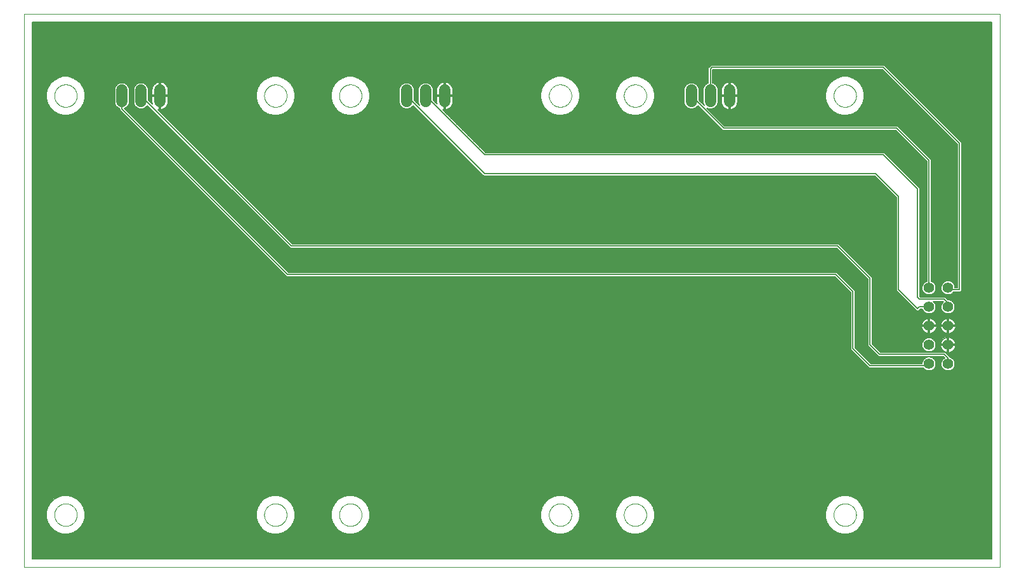
<source format=gtl>
G75*
%MOIN*%
%OFA0B0*%
%FSLAX25Y25*%
%IPPOS*%
%LPD*%
%AMOC8*
5,1,8,0,0,1.08239X$1,22.5*
%
%ADD10C,0.00000*%
%ADD11C,0.06000*%
%ADD12C,0.05512*%
%ADD13C,0.00600*%
D10*
X0002001Y0001363D02*
X0002001Y0292387D01*
X0514379Y0292387D01*
X0514379Y0001363D01*
X0002001Y0001363D01*
X0017764Y0028922D02*
X0017766Y0029075D01*
X0017772Y0029229D01*
X0017782Y0029382D01*
X0017796Y0029534D01*
X0017814Y0029687D01*
X0017836Y0029838D01*
X0017861Y0029989D01*
X0017891Y0030140D01*
X0017925Y0030290D01*
X0017962Y0030438D01*
X0018003Y0030586D01*
X0018048Y0030732D01*
X0018097Y0030878D01*
X0018150Y0031022D01*
X0018206Y0031164D01*
X0018266Y0031305D01*
X0018330Y0031445D01*
X0018397Y0031583D01*
X0018468Y0031719D01*
X0018543Y0031853D01*
X0018620Y0031985D01*
X0018702Y0032115D01*
X0018786Y0032243D01*
X0018874Y0032369D01*
X0018965Y0032492D01*
X0019059Y0032613D01*
X0019157Y0032731D01*
X0019257Y0032847D01*
X0019361Y0032960D01*
X0019467Y0033071D01*
X0019576Y0033179D01*
X0019688Y0033284D01*
X0019802Y0033385D01*
X0019920Y0033484D01*
X0020039Y0033580D01*
X0020161Y0033673D01*
X0020286Y0033762D01*
X0020413Y0033849D01*
X0020542Y0033931D01*
X0020673Y0034011D01*
X0020806Y0034087D01*
X0020941Y0034160D01*
X0021078Y0034229D01*
X0021217Y0034294D01*
X0021357Y0034356D01*
X0021499Y0034414D01*
X0021642Y0034469D01*
X0021787Y0034520D01*
X0021933Y0034567D01*
X0022080Y0034610D01*
X0022228Y0034649D01*
X0022377Y0034685D01*
X0022527Y0034716D01*
X0022678Y0034744D01*
X0022829Y0034768D01*
X0022982Y0034788D01*
X0023134Y0034804D01*
X0023287Y0034816D01*
X0023440Y0034824D01*
X0023593Y0034828D01*
X0023747Y0034828D01*
X0023900Y0034824D01*
X0024053Y0034816D01*
X0024206Y0034804D01*
X0024358Y0034788D01*
X0024511Y0034768D01*
X0024662Y0034744D01*
X0024813Y0034716D01*
X0024963Y0034685D01*
X0025112Y0034649D01*
X0025260Y0034610D01*
X0025407Y0034567D01*
X0025553Y0034520D01*
X0025698Y0034469D01*
X0025841Y0034414D01*
X0025983Y0034356D01*
X0026123Y0034294D01*
X0026262Y0034229D01*
X0026399Y0034160D01*
X0026534Y0034087D01*
X0026667Y0034011D01*
X0026798Y0033931D01*
X0026927Y0033849D01*
X0027054Y0033762D01*
X0027179Y0033673D01*
X0027301Y0033580D01*
X0027420Y0033484D01*
X0027538Y0033385D01*
X0027652Y0033284D01*
X0027764Y0033179D01*
X0027873Y0033071D01*
X0027979Y0032960D01*
X0028083Y0032847D01*
X0028183Y0032731D01*
X0028281Y0032613D01*
X0028375Y0032492D01*
X0028466Y0032369D01*
X0028554Y0032243D01*
X0028638Y0032115D01*
X0028720Y0031985D01*
X0028797Y0031853D01*
X0028872Y0031719D01*
X0028943Y0031583D01*
X0029010Y0031445D01*
X0029074Y0031305D01*
X0029134Y0031164D01*
X0029190Y0031022D01*
X0029243Y0030878D01*
X0029292Y0030732D01*
X0029337Y0030586D01*
X0029378Y0030438D01*
X0029415Y0030290D01*
X0029449Y0030140D01*
X0029479Y0029989D01*
X0029504Y0029838D01*
X0029526Y0029687D01*
X0029544Y0029534D01*
X0029558Y0029382D01*
X0029568Y0029229D01*
X0029574Y0029075D01*
X0029576Y0028922D01*
X0029574Y0028769D01*
X0029568Y0028615D01*
X0029558Y0028462D01*
X0029544Y0028310D01*
X0029526Y0028157D01*
X0029504Y0028006D01*
X0029479Y0027855D01*
X0029449Y0027704D01*
X0029415Y0027554D01*
X0029378Y0027406D01*
X0029337Y0027258D01*
X0029292Y0027112D01*
X0029243Y0026966D01*
X0029190Y0026822D01*
X0029134Y0026680D01*
X0029074Y0026539D01*
X0029010Y0026399D01*
X0028943Y0026261D01*
X0028872Y0026125D01*
X0028797Y0025991D01*
X0028720Y0025859D01*
X0028638Y0025729D01*
X0028554Y0025601D01*
X0028466Y0025475D01*
X0028375Y0025352D01*
X0028281Y0025231D01*
X0028183Y0025113D01*
X0028083Y0024997D01*
X0027979Y0024884D01*
X0027873Y0024773D01*
X0027764Y0024665D01*
X0027652Y0024560D01*
X0027538Y0024459D01*
X0027420Y0024360D01*
X0027301Y0024264D01*
X0027179Y0024171D01*
X0027054Y0024082D01*
X0026927Y0023995D01*
X0026798Y0023913D01*
X0026667Y0023833D01*
X0026534Y0023757D01*
X0026399Y0023684D01*
X0026262Y0023615D01*
X0026123Y0023550D01*
X0025983Y0023488D01*
X0025841Y0023430D01*
X0025698Y0023375D01*
X0025553Y0023324D01*
X0025407Y0023277D01*
X0025260Y0023234D01*
X0025112Y0023195D01*
X0024963Y0023159D01*
X0024813Y0023128D01*
X0024662Y0023100D01*
X0024511Y0023076D01*
X0024358Y0023056D01*
X0024206Y0023040D01*
X0024053Y0023028D01*
X0023900Y0023020D01*
X0023747Y0023016D01*
X0023593Y0023016D01*
X0023440Y0023020D01*
X0023287Y0023028D01*
X0023134Y0023040D01*
X0022982Y0023056D01*
X0022829Y0023076D01*
X0022678Y0023100D01*
X0022527Y0023128D01*
X0022377Y0023159D01*
X0022228Y0023195D01*
X0022080Y0023234D01*
X0021933Y0023277D01*
X0021787Y0023324D01*
X0021642Y0023375D01*
X0021499Y0023430D01*
X0021357Y0023488D01*
X0021217Y0023550D01*
X0021078Y0023615D01*
X0020941Y0023684D01*
X0020806Y0023757D01*
X0020673Y0023833D01*
X0020542Y0023913D01*
X0020413Y0023995D01*
X0020286Y0024082D01*
X0020161Y0024171D01*
X0020039Y0024264D01*
X0019920Y0024360D01*
X0019802Y0024459D01*
X0019688Y0024560D01*
X0019576Y0024665D01*
X0019467Y0024773D01*
X0019361Y0024884D01*
X0019257Y0024997D01*
X0019157Y0025113D01*
X0019059Y0025231D01*
X0018965Y0025352D01*
X0018874Y0025475D01*
X0018786Y0025601D01*
X0018702Y0025729D01*
X0018620Y0025859D01*
X0018543Y0025991D01*
X0018468Y0026125D01*
X0018397Y0026261D01*
X0018330Y0026399D01*
X0018266Y0026539D01*
X0018206Y0026680D01*
X0018150Y0026822D01*
X0018097Y0026966D01*
X0018048Y0027112D01*
X0018003Y0027258D01*
X0017962Y0027406D01*
X0017925Y0027554D01*
X0017891Y0027704D01*
X0017861Y0027855D01*
X0017836Y0028006D01*
X0017814Y0028157D01*
X0017796Y0028310D01*
X0017782Y0028462D01*
X0017772Y0028615D01*
X0017766Y0028769D01*
X0017764Y0028922D01*
X0128000Y0028922D02*
X0128002Y0029075D01*
X0128008Y0029229D01*
X0128018Y0029382D01*
X0128032Y0029534D01*
X0128050Y0029687D01*
X0128072Y0029838D01*
X0128097Y0029989D01*
X0128127Y0030140D01*
X0128161Y0030290D01*
X0128198Y0030438D01*
X0128239Y0030586D01*
X0128284Y0030732D01*
X0128333Y0030878D01*
X0128386Y0031022D01*
X0128442Y0031164D01*
X0128502Y0031305D01*
X0128566Y0031445D01*
X0128633Y0031583D01*
X0128704Y0031719D01*
X0128779Y0031853D01*
X0128856Y0031985D01*
X0128938Y0032115D01*
X0129022Y0032243D01*
X0129110Y0032369D01*
X0129201Y0032492D01*
X0129295Y0032613D01*
X0129393Y0032731D01*
X0129493Y0032847D01*
X0129597Y0032960D01*
X0129703Y0033071D01*
X0129812Y0033179D01*
X0129924Y0033284D01*
X0130038Y0033385D01*
X0130156Y0033484D01*
X0130275Y0033580D01*
X0130397Y0033673D01*
X0130522Y0033762D01*
X0130649Y0033849D01*
X0130778Y0033931D01*
X0130909Y0034011D01*
X0131042Y0034087D01*
X0131177Y0034160D01*
X0131314Y0034229D01*
X0131453Y0034294D01*
X0131593Y0034356D01*
X0131735Y0034414D01*
X0131878Y0034469D01*
X0132023Y0034520D01*
X0132169Y0034567D01*
X0132316Y0034610D01*
X0132464Y0034649D01*
X0132613Y0034685D01*
X0132763Y0034716D01*
X0132914Y0034744D01*
X0133065Y0034768D01*
X0133218Y0034788D01*
X0133370Y0034804D01*
X0133523Y0034816D01*
X0133676Y0034824D01*
X0133829Y0034828D01*
X0133983Y0034828D01*
X0134136Y0034824D01*
X0134289Y0034816D01*
X0134442Y0034804D01*
X0134594Y0034788D01*
X0134747Y0034768D01*
X0134898Y0034744D01*
X0135049Y0034716D01*
X0135199Y0034685D01*
X0135348Y0034649D01*
X0135496Y0034610D01*
X0135643Y0034567D01*
X0135789Y0034520D01*
X0135934Y0034469D01*
X0136077Y0034414D01*
X0136219Y0034356D01*
X0136359Y0034294D01*
X0136498Y0034229D01*
X0136635Y0034160D01*
X0136770Y0034087D01*
X0136903Y0034011D01*
X0137034Y0033931D01*
X0137163Y0033849D01*
X0137290Y0033762D01*
X0137415Y0033673D01*
X0137537Y0033580D01*
X0137656Y0033484D01*
X0137774Y0033385D01*
X0137888Y0033284D01*
X0138000Y0033179D01*
X0138109Y0033071D01*
X0138215Y0032960D01*
X0138319Y0032847D01*
X0138419Y0032731D01*
X0138517Y0032613D01*
X0138611Y0032492D01*
X0138702Y0032369D01*
X0138790Y0032243D01*
X0138874Y0032115D01*
X0138956Y0031985D01*
X0139033Y0031853D01*
X0139108Y0031719D01*
X0139179Y0031583D01*
X0139246Y0031445D01*
X0139310Y0031305D01*
X0139370Y0031164D01*
X0139426Y0031022D01*
X0139479Y0030878D01*
X0139528Y0030732D01*
X0139573Y0030586D01*
X0139614Y0030438D01*
X0139651Y0030290D01*
X0139685Y0030140D01*
X0139715Y0029989D01*
X0139740Y0029838D01*
X0139762Y0029687D01*
X0139780Y0029534D01*
X0139794Y0029382D01*
X0139804Y0029229D01*
X0139810Y0029075D01*
X0139812Y0028922D01*
X0139810Y0028769D01*
X0139804Y0028615D01*
X0139794Y0028462D01*
X0139780Y0028310D01*
X0139762Y0028157D01*
X0139740Y0028006D01*
X0139715Y0027855D01*
X0139685Y0027704D01*
X0139651Y0027554D01*
X0139614Y0027406D01*
X0139573Y0027258D01*
X0139528Y0027112D01*
X0139479Y0026966D01*
X0139426Y0026822D01*
X0139370Y0026680D01*
X0139310Y0026539D01*
X0139246Y0026399D01*
X0139179Y0026261D01*
X0139108Y0026125D01*
X0139033Y0025991D01*
X0138956Y0025859D01*
X0138874Y0025729D01*
X0138790Y0025601D01*
X0138702Y0025475D01*
X0138611Y0025352D01*
X0138517Y0025231D01*
X0138419Y0025113D01*
X0138319Y0024997D01*
X0138215Y0024884D01*
X0138109Y0024773D01*
X0138000Y0024665D01*
X0137888Y0024560D01*
X0137774Y0024459D01*
X0137656Y0024360D01*
X0137537Y0024264D01*
X0137415Y0024171D01*
X0137290Y0024082D01*
X0137163Y0023995D01*
X0137034Y0023913D01*
X0136903Y0023833D01*
X0136770Y0023757D01*
X0136635Y0023684D01*
X0136498Y0023615D01*
X0136359Y0023550D01*
X0136219Y0023488D01*
X0136077Y0023430D01*
X0135934Y0023375D01*
X0135789Y0023324D01*
X0135643Y0023277D01*
X0135496Y0023234D01*
X0135348Y0023195D01*
X0135199Y0023159D01*
X0135049Y0023128D01*
X0134898Y0023100D01*
X0134747Y0023076D01*
X0134594Y0023056D01*
X0134442Y0023040D01*
X0134289Y0023028D01*
X0134136Y0023020D01*
X0133983Y0023016D01*
X0133829Y0023016D01*
X0133676Y0023020D01*
X0133523Y0023028D01*
X0133370Y0023040D01*
X0133218Y0023056D01*
X0133065Y0023076D01*
X0132914Y0023100D01*
X0132763Y0023128D01*
X0132613Y0023159D01*
X0132464Y0023195D01*
X0132316Y0023234D01*
X0132169Y0023277D01*
X0132023Y0023324D01*
X0131878Y0023375D01*
X0131735Y0023430D01*
X0131593Y0023488D01*
X0131453Y0023550D01*
X0131314Y0023615D01*
X0131177Y0023684D01*
X0131042Y0023757D01*
X0130909Y0023833D01*
X0130778Y0023913D01*
X0130649Y0023995D01*
X0130522Y0024082D01*
X0130397Y0024171D01*
X0130275Y0024264D01*
X0130156Y0024360D01*
X0130038Y0024459D01*
X0129924Y0024560D01*
X0129812Y0024665D01*
X0129703Y0024773D01*
X0129597Y0024884D01*
X0129493Y0024997D01*
X0129393Y0025113D01*
X0129295Y0025231D01*
X0129201Y0025352D01*
X0129110Y0025475D01*
X0129022Y0025601D01*
X0128938Y0025729D01*
X0128856Y0025859D01*
X0128779Y0025991D01*
X0128704Y0026125D01*
X0128633Y0026261D01*
X0128566Y0026399D01*
X0128502Y0026539D01*
X0128442Y0026680D01*
X0128386Y0026822D01*
X0128333Y0026966D01*
X0128284Y0027112D01*
X0128239Y0027258D01*
X0128198Y0027406D01*
X0128161Y0027554D01*
X0128127Y0027704D01*
X0128097Y0027855D01*
X0128072Y0028006D01*
X0128050Y0028157D01*
X0128032Y0028310D01*
X0128018Y0028462D01*
X0128008Y0028615D01*
X0128002Y0028769D01*
X0128000Y0028922D01*
X0167370Y0028922D02*
X0167372Y0029075D01*
X0167378Y0029229D01*
X0167388Y0029382D01*
X0167402Y0029534D01*
X0167420Y0029687D01*
X0167442Y0029838D01*
X0167467Y0029989D01*
X0167497Y0030140D01*
X0167531Y0030290D01*
X0167568Y0030438D01*
X0167609Y0030586D01*
X0167654Y0030732D01*
X0167703Y0030878D01*
X0167756Y0031022D01*
X0167812Y0031164D01*
X0167872Y0031305D01*
X0167936Y0031445D01*
X0168003Y0031583D01*
X0168074Y0031719D01*
X0168149Y0031853D01*
X0168226Y0031985D01*
X0168308Y0032115D01*
X0168392Y0032243D01*
X0168480Y0032369D01*
X0168571Y0032492D01*
X0168665Y0032613D01*
X0168763Y0032731D01*
X0168863Y0032847D01*
X0168967Y0032960D01*
X0169073Y0033071D01*
X0169182Y0033179D01*
X0169294Y0033284D01*
X0169408Y0033385D01*
X0169526Y0033484D01*
X0169645Y0033580D01*
X0169767Y0033673D01*
X0169892Y0033762D01*
X0170019Y0033849D01*
X0170148Y0033931D01*
X0170279Y0034011D01*
X0170412Y0034087D01*
X0170547Y0034160D01*
X0170684Y0034229D01*
X0170823Y0034294D01*
X0170963Y0034356D01*
X0171105Y0034414D01*
X0171248Y0034469D01*
X0171393Y0034520D01*
X0171539Y0034567D01*
X0171686Y0034610D01*
X0171834Y0034649D01*
X0171983Y0034685D01*
X0172133Y0034716D01*
X0172284Y0034744D01*
X0172435Y0034768D01*
X0172588Y0034788D01*
X0172740Y0034804D01*
X0172893Y0034816D01*
X0173046Y0034824D01*
X0173199Y0034828D01*
X0173353Y0034828D01*
X0173506Y0034824D01*
X0173659Y0034816D01*
X0173812Y0034804D01*
X0173964Y0034788D01*
X0174117Y0034768D01*
X0174268Y0034744D01*
X0174419Y0034716D01*
X0174569Y0034685D01*
X0174718Y0034649D01*
X0174866Y0034610D01*
X0175013Y0034567D01*
X0175159Y0034520D01*
X0175304Y0034469D01*
X0175447Y0034414D01*
X0175589Y0034356D01*
X0175729Y0034294D01*
X0175868Y0034229D01*
X0176005Y0034160D01*
X0176140Y0034087D01*
X0176273Y0034011D01*
X0176404Y0033931D01*
X0176533Y0033849D01*
X0176660Y0033762D01*
X0176785Y0033673D01*
X0176907Y0033580D01*
X0177026Y0033484D01*
X0177144Y0033385D01*
X0177258Y0033284D01*
X0177370Y0033179D01*
X0177479Y0033071D01*
X0177585Y0032960D01*
X0177689Y0032847D01*
X0177789Y0032731D01*
X0177887Y0032613D01*
X0177981Y0032492D01*
X0178072Y0032369D01*
X0178160Y0032243D01*
X0178244Y0032115D01*
X0178326Y0031985D01*
X0178403Y0031853D01*
X0178478Y0031719D01*
X0178549Y0031583D01*
X0178616Y0031445D01*
X0178680Y0031305D01*
X0178740Y0031164D01*
X0178796Y0031022D01*
X0178849Y0030878D01*
X0178898Y0030732D01*
X0178943Y0030586D01*
X0178984Y0030438D01*
X0179021Y0030290D01*
X0179055Y0030140D01*
X0179085Y0029989D01*
X0179110Y0029838D01*
X0179132Y0029687D01*
X0179150Y0029534D01*
X0179164Y0029382D01*
X0179174Y0029229D01*
X0179180Y0029075D01*
X0179182Y0028922D01*
X0179180Y0028769D01*
X0179174Y0028615D01*
X0179164Y0028462D01*
X0179150Y0028310D01*
X0179132Y0028157D01*
X0179110Y0028006D01*
X0179085Y0027855D01*
X0179055Y0027704D01*
X0179021Y0027554D01*
X0178984Y0027406D01*
X0178943Y0027258D01*
X0178898Y0027112D01*
X0178849Y0026966D01*
X0178796Y0026822D01*
X0178740Y0026680D01*
X0178680Y0026539D01*
X0178616Y0026399D01*
X0178549Y0026261D01*
X0178478Y0026125D01*
X0178403Y0025991D01*
X0178326Y0025859D01*
X0178244Y0025729D01*
X0178160Y0025601D01*
X0178072Y0025475D01*
X0177981Y0025352D01*
X0177887Y0025231D01*
X0177789Y0025113D01*
X0177689Y0024997D01*
X0177585Y0024884D01*
X0177479Y0024773D01*
X0177370Y0024665D01*
X0177258Y0024560D01*
X0177144Y0024459D01*
X0177026Y0024360D01*
X0176907Y0024264D01*
X0176785Y0024171D01*
X0176660Y0024082D01*
X0176533Y0023995D01*
X0176404Y0023913D01*
X0176273Y0023833D01*
X0176140Y0023757D01*
X0176005Y0023684D01*
X0175868Y0023615D01*
X0175729Y0023550D01*
X0175589Y0023488D01*
X0175447Y0023430D01*
X0175304Y0023375D01*
X0175159Y0023324D01*
X0175013Y0023277D01*
X0174866Y0023234D01*
X0174718Y0023195D01*
X0174569Y0023159D01*
X0174419Y0023128D01*
X0174268Y0023100D01*
X0174117Y0023076D01*
X0173964Y0023056D01*
X0173812Y0023040D01*
X0173659Y0023028D01*
X0173506Y0023020D01*
X0173353Y0023016D01*
X0173199Y0023016D01*
X0173046Y0023020D01*
X0172893Y0023028D01*
X0172740Y0023040D01*
X0172588Y0023056D01*
X0172435Y0023076D01*
X0172284Y0023100D01*
X0172133Y0023128D01*
X0171983Y0023159D01*
X0171834Y0023195D01*
X0171686Y0023234D01*
X0171539Y0023277D01*
X0171393Y0023324D01*
X0171248Y0023375D01*
X0171105Y0023430D01*
X0170963Y0023488D01*
X0170823Y0023550D01*
X0170684Y0023615D01*
X0170547Y0023684D01*
X0170412Y0023757D01*
X0170279Y0023833D01*
X0170148Y0023913D01*
X0170019Y0023995D01*
X0169892Y0024082D01*
X0169767Y0024171D01*
X0169645Y0024264D01*
X0169526Y0024360D01*
X0169408Y0024459D01*
X0169294Y0024560D01*
X0169182Y0024665D01*
X0169073Y0024773D01*
X0168967Y0024884D01*
X0168863Y0024997D01*
X0168763Y0025113D01*
X0168665Y0025231D01*
X0168571Y0025352D01*
X0168480Y0025475D01*
X0168392Y0025601D01*
X0168308Y0025729D01*
X0168226Y0025859D01*
X0168149Y0025991D01*
X0168074Y0026125D01*
X0168003Y0026261D01*
X0167936Y0026399D01*
X0167872Y0026539D01*
X0167812Y0026680D01*
X0167756Y0026822D01*
X0167703Y0026966D01*
X0167654Y0027112D01*
X0167609Y0027258D01*
X0167568Y0027406D01*
X0167531Y0027554D01*
X0167497Y0027704D01*
X0167467Y0027855D01*
X0167442Y0028006D01*
X0167420Y0028157D01*
X0167402Y0028310D01*
X0167388Y0028462D01*
X0167378Y0028615D01*
X0167372Y0028769D01*
X0167370Y0028922D01*
X0277607Y0028922D02*
X0277609Y0029075D01*
X0277615Y0029229D01*
X0277625Y0029382D01*
X0277639Y0029534D01*
X0277657Y0029687D01*
X0277679Y0029838D01*
X0277704Y0029989D01*
X0277734Y0030140D01*
X0277768Y0030290D01*
X0277805Y0030438D01*
X0277846Y0030586D01*
X0277891Y0030732D01*
X0277940Y0030878D01*
X0277993Y0031022D01*
X0278049Y0031164D01*
X0278109Y0031305D01*
X0278173Y0031445D01*
X0278240Y0031583D01*
X0278311Y0031719D01*
X0278386Y0031853D01*
X0278463Y0031985D01*
X0278545Y0032115D01*
X0278629Y0032243D01*
X0278717Y0032369D01*
X0278808Y0032492D01*
X0278902Y0032613D01*
X0279000Y0032731D01*
X0279100Y0032847D01*
X0279204Y0032960D01*
X0279310Y0033071D01*
X0279419Y0033179D01*
X0279531Y0033284D01*
X0279645Y0033385D01*
X0279763Y0033484D01*
X0279882Y0033580D01*
X0280004Y0033673D01*
X0280129Y0033762D01*
X0280256Y0033849D01*
X0280385Y0033931D01*
X0280516Y0034011D01*
X0280649Y0034087D01*
X0280784Y0034160D01*
X0280921Y0034229D01*
X0281060Y0034294D01*
X0281200Y0034356D01*
X0281342Y0034414D01*
X0281485Y0034469D01*
X0281630Y0034520D01*
X0281776Y0034567D01*
X0281923Y0034610D01*
X0282071Y0034649D01*
X0282220Y0034685D01*
X0282370Y0034716D01*
X0282521Y0034744D01*
X0282672Y0034768D01*
X0282825Y0034788D01*
X0282977Y0034804D01*
X0283130Y0034816D01*
X0283283Y0034824D01*
X0283436Y0034828D01*
X0283590Y0034828D01*
X0283743Y0034824D01*
X0283896Y0034816D01*
X0284049Y0034804D01*
X0284201Y0034788D01*
X0284354Y0034768D01*
X0284505Y0034744D01*
X0284656Y0034716D01*
X0284806Y0034685D01*
X0284955Y0034649D01*
X0285103Y0034610D01*
X0285250Y0034567D01*
X0285396Y0034520D01*
X0285541Y0034469D01*
X0285684Y0034414D01*
X0285826Y0034356D01*
X0285966Y0034294D01*
X0286105Y0034229D01*
X0286242Y0034160D01*
X0286377Y0034087D01*
X0286510Y0034011D01*
X0286641Y0033931D01*
X0286770Y0033849D01*
X0286897Y0033762D01*
X0287022Y0033673D01*
X0287144Y0033580D01*
X0287263Y0033484D01*
X0287381Y0033385D01*
X0287495Y0033284D01*
X0287607Y0033179D01*
X0287716Y0033071D01*
X0287822Y0032960D01*
X0287926Y0032847D01*
X0288026Y0032731D01*
X0288124Y0032613D01*
X0288218Y0032492D01*
X0288309Y0032369D01*
X0288397Y0032243D01*
X0288481Y0032115D01*
X0288563Y0031985D01*
X0288640Y0031853D01*
X0288715Y0031719D01*
X0288786Y0031583D01*
X0288853Y0031445D01*
X0288917Y0031305D01*
X0288977Y0031164D01*
X0289033Y0031022D01*
X0289086Y0030878D01*
X0289135Y0030732D01*
X0289180Y0030586D01*
X0289221Y0030438D01*
X0289258Y0030290D01*
X0289292Y0030140D01*
X0289322Y0029989D01*
X0289347Y0029838D01*
X0289369Y0029687D01*
X0289387Y0029534D01*
X0289401Y0029382D01*
X0289411Y0029229D01*
X0289417Y0029075D01*
X0289419Y0028922D01*
X0289417Y0028769D01*
X0289411Y0028615D01*
X0289401Y0028462D01*
X0289387Y0028310D01*
X0289369Y0028157D01*
X0289347Y0028006D01*
X0289322Y0027855D01*
X0289292Y0027704D01*
X0289258Y0027554D01*
X0289221Y0027406D01*
X0289180Y0027258D01*
X0289135Y0027112D01*
X0289086Y0026966D01*
X0289033Y0026822D01*
X0288977Y0026680D01*
X0288917Y0026539D01*
X0288853Y0026399D01*
X0288786Y0026261D01*
X0288715Y0026125D01*
X0288640Y0025991D01*
X0288563Y0025859D01*
X0288481Y0025729D01*
X0288397Y0025601D01*
X0288309Y0025475D01*
X0288218Y0025352D01*
X0288124Y0025231D01*
X0288026Y0025113D01*
X0287926Y0024997D01*
X0287822Y0024884D01*
X0287716Y0024773D01*
X0287607Y0024665D01*
X0287495Y0024560D01*
X0287381Y0024459D01*
X0287263Y0024360D01*
X0287144Y0024264D01*
X0287022Y0024171D01*
X0286897Y0024082D01*
X0286770Y0023995D01*
X0286641Y0023913D01*
X0286510Y0023833D01*
X0286377Y0023757D01*
X0286242Y0023684D01*
X0286105Y0023615D01*
X0285966Y0023550D01*
X0285826Y0023488D01*
X0285684Y0023430D01*
X0285541Y0023375D01*
X0285396Y0023324D01*
X0285250Y0023277D01*
X0285103Y0023234D01*
X0284955Y0023195D01*
X0284806Y0023159D01*
X0284656Y0023128D01*
X0284505Y0023100D01*
X0284354Y0023076D01*
X0284201Y0023056D01*
X0284049Y0023040D01*
X0283896Y0023028D01*
X0283743Y0023020D01*
X0283590Y0023016D01*
X0283436Y0023016D01*
X0283283Y0023020D01*
X0283130Y0023028D01*
X0282977Y0023040D01*
X0282825Y0023056D01*
X0282672Y0023076D01*
X0282521Y0023100D01*
X0282370Y0023128D01*
X0282220Y0023159D01*
X0282071Y0023195D01*
X0281923Y0023234D01*
X0281776Y0023277D01*
X0281630Y0023324D01*
X0281485Y0023375D01*
X0281342Y0023430D01*
X0281200Y0023488D01*
X0281060Y0023550D01*
X0280921Y0023615D01*
X0280784Y0023684D01*
X0280649Y0023757D01*
X0280516Y0023833D01*
X0280385Y0023913D01*
X0280256Y0023995D01*
X0280129Y0024082D01*
X0280004Y0024171D01*
X0279882Y0024264D01*
X0279763Y0024360D01*
X0279645Y0024459D01*
X0279531Y0024560D01*
X0279419Y0024665D01*
X0279310Y0024773D01*
X0279204Y0024884D01*
X0279100Y0024997D01*
X0279000Y0025113D01*
X0278902Y0025231D01*
X0278808Y0025352D01*
X0278717Y0025475D01*
X0278629Y0025601D01*
X0278545Y0025729D01*
X0278463Y0025859D01*
X0278386Y0025991D01*
X0278311Y0026125D01*
X0278240Y0026261D01*
X0278173Y0026399D01*
X0278109Y0026539D01*
X0278049Y0026680D01*
X0277993Y0026822D01*
X0277940Y0026966D01*
X0277891Y0027112D01*
X0277846Y0027258D01*
X0277805Y0027406D01*
X0277768Y0027554D01*
X0277734Y0027704D01*
X0277704Y0027855D01*
X0277679Y0028006D01*
X0277657Y0028157D01*
X0277639Y0028310D01*
X0277625Y0028462D01*
X0277615Y0028615D01*
X0277609Y0028769D01*
X0277607Y0028922D01*
X0316977Y0028922D02*
X0316979Y0029075D01*
X0316985Y0029229D01*
X0316995Y0029382D01*
X0317009Y0029534D01*
X0317027Y0029687D01*
X0317049Y0029838D01*
X0317074Y0029989D01*
X0317104Y0030140D01*
X0317138Y0030290D01*
X0317175Y0030438D01*
X0317216Y0030586D01*
X0317261Y0030732D01*
X0317310Y0030878D01*
X0317363Y0031022D01*
X0317419Y0031164D01*
X0317479Y0031305D01*
X0317543Y0031445D01*
X0317610Y0031583D01*
X0317681Y0031719D01*
X0317756Y0031853D01*
X0317833Y0031985D01*
X0317915Y0032115D01*
X0317999Y0032243D01*
X0318087Y0032369D01*
X0318178Y0032492D01*
X0318272Y0032613D01*
X0318370Y0032731D01*
X0318470Y0032847D01*
X0318574Y0032960D01*
X0318680Y0033071D01*
X0318789Y0033179D01*
X0318901Y0033284D01*
X0319015Y0033385D01*
X0319133Y0033484D01*
X0319252Y0033580D01*
X0319374Y0033673D01*
X0319499Y0033762D01*
X0319626Y0033849D01*
X0319755Y0033931D01*
X0319886Y0034011D01*
X0320019Y0034087D01*
X0320154Y0034160D01*
X0320291Y0034229D01*
X0320430Y0034294D01*
X0320570Y0034356D01*
X0320712Y0034414D01*
X0320855Y0034469D01*
X0321000Y0034520D01*
X0321146Y0034567D01*
X0321293Y0034610D01*
X0321441Y0034649D01*
X0321590Y0034685D01*
X0321740Y0034716D01*
X0321891Y0034744D01*
X0322042Y0034768D01*
X0322195Y0034788D01*
X0322347Y0034804D01*
X0322500Y0034816D01*
X0322653Y0034824D01*
X0322806Y0034828D01*
X0322960Y0034828D01*
X0323113Y0034824D01*
X0323266Y0034816D01*
X0323419Y0034804D01*
X0323571Y0034788D01*
X0323724Y0034768D01*
X0323875Y0034744D01*
X0324026Y0034716D01*
X0324176Y0034685D01*
X0324325Y0034649D01*
X0324473Y0034610D01*
X0324620Y0034567D01*
X0324766Y0034520D01*
X0324911Y0034469D01*
X0325054Y0034414D01*
X0325196Y0034356D01*
X0325336Y0034294D01*
X0325475Y0034229D01*
X0325612Y0034160D01*
X0325747Y0034087D01*
X0325880Y0034011D01*
X0326011Y0033931D01*
X0326140Y0033849D01*
X0326267Y0033762D01*
X0326392Y0033673D01*
X0326514Y0033580D01*
X0326633Y0033484D01*
X0326751Y0033385D01*
X0326865Y0033284D01*
X0326977Y0033179D01*
X0327086Y0033071D01*
X0327192Y0032960D01*
X0327296Y0032847D01*
X0327396Y0032731D01*
X0327494Y0032613D01*
X0327588Y0032492D01*
X0327679Y0032369D01*
X0327767Y0032243D01*
X0327851Y0032115D01*
X0327933Y0031985D01*
X0328010Y0031853D01*
X0328085Y0031719D01*
X0328156Y0031583D01*
X0328223Y0031445D01*
X0328287Y0031305D01*
X0328347Y0031164D01*
X0328403Y0031022D01*
X0328456Y0030878D01*
X0328505Y0030732D01*
X0328550Y0030586D01*
X0328591Y0030438D01*
X0328628Y0030290D01*
X0328662Y0030140D01*
X0328692Y0029989D01*
X0328717Y0029838D01*
X0328739Y0029687D01*
X0328757Y0029534D01*
X0328771Y0029382D01*
X0328781Y0029229D01*
X0328787Y0029075D01*
X0328789Y0028922D01*
X0328787Y0028769D01*
X0328781Y0028615D01*
X0328771Y0028462D01*
X0328757Y0028310D01*
X0328739Y0028157D01*
X0328717Y0028006D01*
X0328692Y0027855D01*
X0328662Y0027704D01*
X0328628Y0027554D01*
X0328591Y0027406D01*
X0328550Y0027258D01*
X0328505Y0027112D01*
X0328456Y0026966D01*
X0328403Y0026822D01*
X0328347Y0026680D01*
X0328287Y0026539D01*
X0328223Y0026399D01*
X0328156Y0026261D01*
X0328085Y0026125D01*
X0328010Y0025991D01*
X0327933Y0025859D01*
X0327851Y0025729D01*
X0327767Y0025601D01*
X0327679Y0025475D01*
X0327588Y0025352D01*
X0327494Y0025231D01*
X0327396Y0025113D01*
X0327296Y0024997D01*
X0327192Y0024884D01*
X0327086Y0024773D01*
X0326977Y0024665D01*
X0326865Y0024560D01*
X0326751Y0024459D01*
X0326633Y0024360D01*
X0326514Y0024264D01*
X0326392Y0024171D01*
X0326267Y0024082D01*
X0326140Y0023995D01*
X0326011Y0023913D01*
X0325880Y0023833D01*
X0325747Y0023757D01*
X0325612Y0023684D01*
X0325475Y0023615D01*
X0325336Y0023550D01*
X0325196Y0023488D01*
X0325054Y0023430D01*
X0324911Y0023375D01*
X0324766Y0023324D01*
X0324620Y0023277D01*
X0324473Y0023234D01*
X0324325Y0023195D01*
X0324176Y0023159D01*
X0324026Y0023128D01*
X0323875Y0023100D01*
X0323724Y0023076D01*
X0323571Y0023056D01*
X0323419Y0023040D01*
X0323266Y0023028D01*
X0323113Y0023020D01*
X0322960Y0023016D01*
X0322806Y0023016D01*
X0322653Y0023020D01*
X0322500Y0023028D01*
X0322347Y0023040D01*
X0322195Y0023056D01*
X0322042Y0023076D01*
X0321891Y0023100D01*
X0321740Y0023128D01*
X0321590Y0023159D01*
X0321441Y0023195D01*
X0321293Y0023234D01*
X0321146Y0023277D01*
X0321000Y0023324D01*
X0320855Y0023375D01*
X0320712Y0023430D01*
X0320570Y0023488D01*
X0320430Y0023550D01*
X0320291Y0023615D01*
X0320154Y0023684D01*
X0320019Y0023757D01*
X0319886Y0023833D01*
X0319755Y0023913D01*
X0319626Y0023995D01*
X0319499Y0024082D01*
X0319374Y0024171D01*
X0319252Y0024264D01*
X0319133Y0024360D01*
X0319015Y0024459D01*
X0318901Y0024560D01*
X0318789Y0024665D01*
X0318680Y0024773D01*
X0318574Y0024884D01*
X0318470Y0024997D01*
X0318370Y0025113D01*
X0318272Y0025231D01*
X0318178Y0025352D01*
X0318087Y0025475D01*
X0317999Y0025601D01*
X0317915Y0025729D01*
X0317833Y0025859D01*
X0317756Y0025991D01*
X0317681Y0026125D01*
X0317610Y0026261D01*
X0317543Y0026399D01*
X0317479Y0026539D01*
X0317419Y0026680D01*
X0317363Y0026822D01*
X0317310Y0026966D01*
X0317261Y0027112D01*
X0317216Y0027258D01*
X0317175Y0027406D01*
X0317138Y0027554D01*
X0317104Y0027704D01*
X0317074Y0027855D01*
X0317049Y0028006D01*
X0317027Y0028157D01*
X0317009Y0028310D01*
X0316995Y0028462D01*
X0316985Y0028615D01*
X0316979Y0028769D01*
X0316977Y0028922D01*
X0427213Y0028922D02*
X0427215Y0029075D01*
X0427221Y0029229D01*
X0427231Y0029382D01*
X0427245Y0029534D01*
X0427263Y0029687D01*
X0427285Y0029838D01*
X0427310Y0029989D01*
X0427340Y0030140D01*
X0427374Y0030290D01*
X0427411Y0030438D01*
X0427452Y0030586D01*
X0427497Y0030732D01*
X0427546Y0030878D01*
X0427599Y0031022D01*
X0427655Y0031164D01*
X0427715Y0031305D01*
X0427779Y0031445D01*
X0427846Y0031583D01*
X0427917Y0031719D01*
X0427992Y0031853D01*
X0428069Y0031985D01*
X0428151Y0032115D01*
X0428235Y0032243D01*
X0428323Y0032369D01*
X0428414Y0032492D01*
X0428508Y0032613D01*
X0428606Y0032731D01*
X0428706Y0032847D01*
X0428810Y0032960D01*
X0428916Y0033071D01*
X0429025Y0033179D01*
X0429137Y0033284D01*
X0429251Y0033385D01*
X0429369Y0033484D01*
X0429488Y0033580D01*
X0429610Y0033673D01*
X0429735Y0033762D01*
X0429862Y0033849D01*
X0429991Y0033931D01*
X0430122Y0034011D01*
X0430255Y0034087D01*
X0430390Y0034160D01*
X0430527Y0034229D01*
X0430666Y0034294D01*
X0430806Y0034356D01*
X0430948Y0034414D01*
X0431091Y0034469D01*
X0431236Y0034520D01*
X0431382Y0034567D01*
X0431529Y0034610D01*
X0431677Y0034649D01*
X0431826Y0034685D01*
X0431976Y0034716D01*
X0432127Y0034744D01*
X0432278Y0034768D01*
X0432431Y0034788D01*
X0432583Y0034804D01*
X0432736Y0034816D01*
X0432889Y0034824D01*
X0433042Y0034828D01*
X0433196Y0034828D01*
X0433349Y0034824D01*
X0433502Y0034816D01*
X0433655Y0034804D01*
X0433807Y0034788D01*
X0433960Y0034768D01*
X0434111Y0034744D01*
X0434262Y0034716D01*
X0434412Y0034685D01*
X0434561Y0034649D01*
X0434709Y0034610D01*
X0434856Y0034567D01*
X0435002Y0034520D01*
X0435147Y0034469D01*
X0435290Y0034414D01*
X0435432Y0034356D01*
X0435572Y0034294D01*
X0435711Y0034229D01*
X0435848Y0034160D01*
X0435983Y0034087D01*
X0436116Y0034011D01*
X0436247Y0033931D01*
X0436376Y0033849D01*
X0436503Y0033762D01*
X0436628Y0033673D01*
X0436750Y0033580D01*
X0436869Y0033484D01*
X0436987Y0033385D01*
X0437101Y0033284D01*
X0437213Y0033179D01*
X0437322Y0033071D01*
X0437428Y0032960D01*
X0437532Y0032847D01*
X0437632Y0032731D01*
X0437730Y0032613D01*
X0437824Y0032492D01*
X0437915Y0032369D01*
X0438003Y0032243D01*
X0438087Y0032115D01*
X0438169Y0031985D01*
X0438246Y0031853D01*
X0438321Y0031719D01*
X0438392Y0031583D01*
X0438459Y0031445D01*
X0438523Y0031305D01*
X0438583Y0031164D01*
X0438639Y0031022D01*
X0438692Y0030878D01*
X0438741Y0030732D01*
X0438786Y0030586D01*
X0438827Y0030438D01*
X0438864Y0030290D01*
X0438898Y0030140D01*
X0438928Y0029989D01*
X0438953Y0029838D01*
X0438975Y0029687D01*
X0438993Y0029534D01*
X0439007Y0029382D01*
X0439017Y0029229D01*
X0439023Y0029075D01*
X0439025Y0028922D01*
X0439023Y0028769D01*
X0439017Y0028615D01*
X0439007Y0028462D01*
X0438993Y0028310D01*
X0438975Y0028157D01*
X0438953Y0028006D01*
X0438928Y0027855D01*
X0438898Y0027704D01*
X0438864Y0027554D01*
X0438827Y0027406D01*
X0438786Y0027258D01*
X0438741Y0027112D01*
X0438692Y0026966D01*
X0438639Y0026822D01*
X0438583Y0026680D01*
X0438523Y0026539D01*
X0438459Y0026399D01*
X0438392Y0026261D01*
X0438321Y0026125D01*
X0438246Y0025991D01*
X0438169Y0025859D01*
X0438087Y0025729D01*
X0438003Y0025601D01*
X0437915Y0025475D01*
X0437824Y0025352D01*
X0437730Y0025231D01*
X0437632Y0025113D01*
X0437532Y0024997D01*
X0437428Y0024884D01*
X0437322Y0024773D01*
X0437213Y0024665D01*
X0437101Y0024560D01*
X0436987Y0024459D01*
X0436869Y0024360D01*
X0436750Y0024264D01*
X0436628Y0024171D01*
X0436503Y0024082D01*
X0436376Y0023995D01*
X0436247Y0023913D01*
X0436116Y0023833D01*
X0435983Y0023757D01*
X0435848Y0023684D01*
X0435711Y0023615D01*
X0435572Y0023550D01*
X0435432Y0023488D01*
X0435290Y0023430D01*
X0435147Y0023375D01*
X0435002Y0023324D01*
X0434856Y0023277D01*
X0434709Y0023234D01*
X0434561Y0023195D01*
X0434412Y0023159D01*
X0434262Y0023128D01*
X0434111Y0023100D01*
X0433960Y0023076D01*
X0433807Y0023056D01*
X0433655Y0023040D01*
X0433502Y0023028D01*
X0433349Y0023020D01*
X0433196Y0023016D01*
X0433042Y0023016D01*
X0432889Y0023020D01*
X0432736Y0023028D01*
X0432583Y0023040D01*
X0432431Y0023056D01*
X0432278Y0023076D01*
X0432127Y0023100D01*
X0431976Y0023128D01*
X0431826Y0023159D01*
X0431677Y0023195D01*
X0431529Y0023234D01*
X0431382Y0023277D01*
X0431236Y0023324D01*
X0431091Y0023375D01*
X0430948Y0023430D01*
X0430806Y0023488D01*
X0430666Y0023550D01*
X0430527Y0023615D01*
X0430390Y0023684D01*
X0430255Y0023757D01*
X0430122Y0023833D01*
X0429991Y0023913D01*
X0429862Y0023995D01*
X0429735Y0024082D01*
X0429610Y0024171D01*
X0429488Y0024264D01*
X0429369Y0024360D01*
X0429251Y0024459D01*
X0429137Y0024560D01*
X0429025Y0024665D01*
X0428916Y0024773D01*
X0428810Y0024884D01*
X0428706Y0024997D01*
X0428606Y0025113D01*
X0428508Y0025231D01*
X0428414Y0025352D01*
X0428323Y0025475D01*
X0428235Y0025601D01*
X0428151Y0025729D01*
X0428069Y0025859D01*
X0427992Y0025991D01*
X0427917Y0026125D01*
X0427846Y0026261D01*
X0427779Y0026399D01*
X0427715Y0026539D01*
X0427655Y0026680D01*
X0427599Y0026822D01*
X0427546Y0026966D01*
X0427497Y0027112D01*
X0427452Y0027258D01*
X0427411Y0027406D01*
X0427374Y0027554D01*
X0427340Y0027704D01*
X0427310Y0027855D01*
X0427285Y0028006D01*
X0427263Y0028157D01*
X0427245Y0028310D01*
X0427231Y0028462D01*
X0427221Y0028615D01*
X0427215Y0028769D01*
X0427213Y0028922D01*
X0427213Y0249394D02*
X0427215Y0249547D01*
X0427221Y0249701D01*
X0427231Y0249854D01*
X0427245Y0250006D01*
X0427263Y0250159D01*
X0427285Y0250310D01*
X0427310Y0250461D01*
X0427340Y0250612D01*
X0427374Y0250762D01*
X0427411Y0250910D01*
X0427452Y0251058D01*
X0427497Y0251204D01*
X0427546Y0251350D01*
X0427599Y0251494D01*
X0427655Y0251636D01*
X0427715Y0251777D01*
X0427779Y0251917D01*
X0427846Y0252055D01*
X0427917Y0252191D01*
X0427992Y0252325D01*
X0428069Y0252457D01*
X0428151Y0252587D01*
X0428235Y0252715D01*
X0428323Y0252841D01*
X0428414Y0252964D01*
X0428508Y0253085D01*
X0428606Y0253203D01*
X0428706Y0253319D01*
X0428810Y0253432D01*
X0428916Y0253543D01*
X0429025Y0253651D01*
X0429137Y0253756D01*
X0429251Y0253857D01*
X0429369Y0253956D01*
X0429488Y0254052D01*
X0429610Y0254145D01*
X0429735Y0254234D01*
X0429862Y0254321D01*
X0429991Y0254403D01*
X0430122Y0254483D01*
X0430255Y0254559D01*
X0430390Y0254632D01*
X0430527Y0254701D01*
X0430666Y0254766D01*
X0430806Y0254828D01*
X0430948Y0254886D01*
X0431091Y0254941D01*
X0431236Y0254992D01*
X0431382Y0255039D01*
X0431529Y0255082D01*
X0431677Y0255121D01*
X0431826Y0255157D01*
X0431976Y0255188D01*
X0432127Y0255216D01*
X0432278Y0255240D01*
X0432431Y0255260D01*
X0432583Y0255276D01*
X0432736Y0255288D01*
X0432889Y0255296D01*
X0433042Y0255300D01*
X0433196Y0255300D01*
X0433349Y0255296D01*
X0433502Y0255288D01*
X0433655Y0255276D01*
X0433807Y0255260D01*
X0433960Y0255240D01*
X0434111Y0255216D01*
X0434262Y0255188D01*
X0434412Y0255157D01*
X0434561Y0255121D01*
X0434709Y0255082D01*
X0434856Y0255039D01*
X0435002Y0254992D01*
X0435147Y0254941D01*
X0435290Y0254886D01*
X0435432Y0254828D01*
X0435572Y0254766D01*
X0435711Y0254701D01*
X0435848Y0254632D01*
X0435983Y0254559D01*
X0436116Y0254483D01*
X0436247Y0254403D01*
X0436376Y0254321D01*
X0436503Y0254234D01*
X0436628Y0254145D01*
X0436750Y0254052D01*
X0436869Y0253956D01*
X0436987Y0253857D01*
X0437101Y0253756D01*
X0437213Y0253651D01*
X0437322Y0253543D01*
X0437428Y0253432D01*
X0437532Y0253319D01*
X0437632Y0253203D01*
X0437730Y0253085D01*
X0437824Y0252964D01*
X0437915Y0252841D01*
X0438003Y0252715D01*
X0438087Y0252587D01*
X0438169Y0252457D01*
X0438246Y0252325D01*
X0438321Y0252191D01*
X0438392Y0252055D01*
X0438459Y0251917D01*
X0438523Y0251777D01*
X0438583Y0251636D01*
X0438639Y0251494D01*
X0438692Y0251350D01*
X0438741Y0251204D01*
X0438786Y0251058D01*
X0438827Y0250910D01*
X0438864Y0250762D01*
X0438898Y0250612D01*
X0438928Y0250461D01*
X0438953Y0250310D01*
X0438975Y0250159D01*
X0438993Y0250006D01*
X0439007Y0249854D01*
X0439017Y0249701D01*
X0439023Y0249547D01*
X0439025Y0249394D01*
X0439023Y0249241D01*
X0439017Y0249087D01*
X0439007Y0248934D01*
X0438993Y0248782D01*
X0438975Y0248629D01*
X0438953Y0248478D01*
X0438928Y0248327D01*
X0438898Y0248176D01*
X0438864Y0248026D01*
X0438827Y0247878D01*
X0438786Y0247730D01*
X0438741Y0247584D01*
X0438692Y0247438D01*
X0438639Y0247294D01*
X0438583Y0247152D01*
X0438523Y0247011D01*
X0438459Y0246871D01*
X0438392Y0246733D01*
X0438321Y0246597D01*
X0438246Y0246463D01*
X0438169Y0246331D01*
X0438087Y0246201D01*
X0438003Y0246073D01*
X0437915Y0245947D01*
X0437824Y0245824D01*
X0437730Y0245703D01*
X0437632Y0245585D01*
X0437532Y0245469D01*
X0437428Y0245356D01*
X0437322Y0245245D01*
X0437213Y0245137D01*
X0437101Y0245032D01*
X0436987Y0244931D01*
X0436869Y0244832D01*
X0436750Y0244736D01*
X0436628Y0244643D01*
X0436503Y0244554D01*
X0436376Y0244467D01*
X0436247Y0244385D01*
X0436116Y0244305D01*
X0435983Y0244229D01*
X0435848Y0244156D01*
X0435711Y0244087D01*
X0435572Y0244022D01*
X0435432Y0243960D01*
X0435290Y0243902D01*
X0435147Y0243847D01*
X0435002Y0243796D01*
X0434856Y0243749D01*
X0434709Y0243706D01*
X0434561Y0243667D01*
X0434412Y0243631D01*
X0434262Y0243600D01*
X0434111Y0243572D01*
X0433960Y0243548D01*
X0433807Y0243528D01*
X0433655Y0243512D01*
X0433502Y0243500D01*
X0433349Y0243492D01*
X0433196Y0243488D01*
X0433042Y0243488D01*
X0432889Y0243492D01*
X0432736Y0243500D01*
X0432583Y0243512D01*
X0432431Y0243528D01*
X0432278Y0243548D01*
X0432127Y0243572D01*
X0431976Y0243600D01*
X0431826Y0243631D01*
X0431677Y0243667D01*
X0431529Y0243706D01*
X0431382Y0243749D01*
X0431236Y0243796D01*
X0431091Y0243847D01*
X0430948Y0243902D01*
X0430806Y0243960D01*
X0430666Y0244022D01*
X0430527Y0244087D01*
X0430390Y0244156D01*
X0430255Y0244229D01*
X0430122Y0244305D01*
X0429991Y0244385D01*
X0429862Y0244467D01*
X0429735Y0244554D01*
X0429610Y0244643D01*
X0429488Y0244736D01*
X0429369Y0244832D01*
X0429251Y0244931D01*
X0429137Y0245032D01*
X0429025Y0245137D01*
X0428916Y0245245D01*
X0428810Y0245356D01*
X0428706Y0245469D01*
X0428606Y0245585D01*
X0428508Y0245703D01*
X0428414Y0245824D01*
X0428323Y0245947D01*
X0428235Y0246073D01*
X0428151Y0246201D01*
X0428069Y0246331D01*
X0427992Y0246463D01*
X0427917Y0246597D01*
X0427846Y0246733D01*
X0427779Y0246871D01*
X0427715Y0247011D01*
X0427655Y0247152D01*
X0427599Y0247294D01*
X0427546Y0247438D01*
X0427497Y0247584D01*
X0427452Y0247730D01*
X0427411Y0247878D01*
X0427374Y0248026D01*
X0427340Y0248176D01*
X0427310Y0248327D01*
X0427285Y0248478D01*
X0427263Y0248629D01*
X0427245Y0248782D01*
X0427231Y0248934D01*
X0427221Y0249087D01*
X0427215Y0249241D01*
X0427213Y0249394D01*
X0316977Y0249394D02*
X0316979Y0249547D01*
X0316985Y0249701D01*
X0316995Y0249854D01*
X0317009Y0250006D01*
X0317027Y0250159D01*
X0317049Y0250310D01*
X0317074Y0250461D01*
X0317104Y0250612D01*
X0317138Y0250762D01*
X0317175Y0250910D01*
X0317216Y0251058D01*
X0317261Y0251204D01*
X0317310Y0251350D01*
X0317363Y0251494D01*
X0317419Y0251636D01*
X0317479Y0251777D01*
X0317543Y0251917D01*
X0317610Y0252055D01*
X0317681Y0252191D01*
X0317756Y0252325D01*
X0317833Y0252457D01*
X0317915Y0252587D01*
X0317999Y0252715D01*
X0318087Y0252841D01*
X0318178Y0252964D01*
X0318272Y0253085D01*
X0318370Y0253203D01*
X0318470Y0253319D01*
X0318574Y0253432D01*
X0318680Y0253543D01*
X0318789Y0253651D01*
X0318901Y0253756D01*
X0319015Y0253857D01*
X0319133Y0253956D01*
X0319252Y0254052D01*
X0319374Y0254145D01*
X0319499Y0254234D01*
X0319626Y0254321D01*
X0319755Y0254403D01*
X0319886Y0254483D01*
X0320019Y0254559D01*
X0320154Y0254632D01*
X0320291Y0254701D01*
X0320430Y0254766D01*
X0320570Y0254828D01*
X0320712Y0254886D01*
X0320855Y0254941D01*
X0321000Y0254992D01*
X0321146Y0255039D01*
X0321293Y0255082D01*
X0321441Y0255121D01*
X0321590Y0255157D01*
X0321740Y0255188D01*
X0321891Y0255216D01*
X0322042Y0255240D01*
X0322195Y0255260D01*
X0322347Y0255276D01*
X0322500Y0255288D01*
X0322653Y0255296D01*
X0322806Y0255300D01*
X0322960Y0255300D01*
X0323113Y0255296D01*
X0323266Y0255288D01*
X0323419Y0255276D01*
X0323571Y0255260D01*
X0323724Y0255240D01*
X0323875Y0255216D01*
X0324026Y0255188D01*
X0324176Y0255157D01*
X0324325Y0255121D01*
X0324473Y0255082D01*
X0324620Y0255039D01*
X0324766Y0254992D01*
X0324911Y0254941D01*
X0325054Y0254886D01*
X0325196Y0254828D01*
X0325336Y0254766D01*
X0325475Y0254701D01*
X0325612Y0254632D01*
X0325747Y0254559D01*
X0325880Y0254483D01*
X0326011Y0254403D01*
X0326140Y0254321D01*
X0326267Y0254234D01*
X0326392Y0254145D01*
X0326514Y0254052D01*
X0326633Y0253956D01*
X0326751Y0253857D01*
X0326865Y0253756D01*
X0326977Y0253651D01*
X0327086Y0253543D01*
X0327192Y0253432D01*
X0327296Y0253319D01*
X0327396Y0253203D01*
X0327494Y0253085D01*
X0327588Y0252964D01*
X0327679Y0252841D01*
X0327767Y0252715D01*
X0327851Y0252587D01*
X0327933Y0252457D01*
X0328010Y0252325D01*
X0328085Y0252191D01*
X0328156Y0252055D01*
X0328223Y0251917D01*
X0328287Y0251777D01*
X0328347Y0251636D01*
X0328403Y0251494D01*
X0328456Y0251350D01*
X0328505Y0251204D01*
X0328550Y0251058D01*
X0328591Y0250910D01*
X0328628Y0250762D01*
X0328662Y0250612D01*
X0328692Y0250461D01*
X0328717Y0250310D01*
X0328739Y0250159D01*
X0328757Y0250006D01*
X0328771Y0249854D01*
X0328781Y0249701D01*
X0328787Y0249547D01*
X0328789Y0249394D01*
X0328787Y0249241D01*
X0328781Y0249087D01*
X0328771Y0248934D01*
X0328757Y0248782D01*
X0328739Y0248629D01*
X0328717Y0248478D01*
X0328692Y0248327D01*
X0328662Y0248176D01*
X0328628Y0248026D01*
X0328591Y0247878D01*
X0328550Y0247730D01*
X0328505Y0247584D01*
X0328456Y0247438D01*
X0328403Y0247294D01*
X0328347Y0247152D01*
X0328287Y0247011D01*
X0328223Y0246871D01*
X0328156Y0246733D01*
X0328085Y0246597D01*
X0328010Y0246463D01*
X0327933Y0246331D01*
X0327851Y0246201D01*
X0327767Y0246073D01*
X0327679Y0245947D01*
X0327588Y0245824D01*
X0327494Y0245703D01*
X0327396Y0245585D01*
X0327296Y0245469D01*
X0327192Y0245356D01*
X0327086Y0245245D01*
X0326977Y0245137D01*
X0326865Y0245032D01*
X0326751Y0244931D01*
X0326633Y0244832D01*
X0326514Y0244736D01*
X0326392Y0244643D01*
X0326267Y0244554D01*
X0326140Y0244467D01*
X0326011Y0244385D01*
X0325880Y0244305D01*
X0325747Y0244229D01*
X0325612Y0244156D01*
X0325475Y0244087D01*
X0325336Y0244022D01*
X0325196Y0243960D01*
X0325054Y0243902D01*
X0324911Y0243847D01*
X0324766Y0243796D01*
X0324620Y0243749D01*
X0324473Y0243706D01*
X0324325Y0243667D01*
X0324176Y0243631D01*
X0324026Y0243600D01*
X0323875Y0243572D01*
X0323724Y0243548D01*
X0323571Y0243528D01*
X0323419Y0243512D01*
X0323266Y0243500D01*
X0323113Y0243492D01*
X0322960Y0243488D01*
X0322806Y0243488D01*
X0322653Y0243492D01*
X0322500Y0243500D01*
X0322347Y0243512D01*
X0322195Y0243528D01*
X0322042Y0243548D01*
X0321891Y0243572D01*
X0321740Y0243600D01*
X0321590Y0243631D01*
X0321441Y0243667D01*
X0321293Y0243706D01*
X0321146Y0243749D01*
X0321000Y0243796D01*
X0320855Y0243847D01*
X0320712Y0243902D01*
X0320570Y0243960D01*
X0320430Y0244022D01*
X0320291Y0244087D01*
X0320154Y0244156D01*
X0320019Y0244229D01*
X0319886Y0244305D01*
X0319755Y0244385D01*
X0319626Y0244467D01*
X0319499Y0244554D01*
X0319374Y0244643D01*
X0319252Y0244736D01*
X0319133Y0244832D01*
X0319015Y0244931D01*
X0318901Y0245032D01*
X0318789Y0245137D01*
X0318680Y0245245D01*
X0318574Y0245356D01*
X0318470Y0245469D01*
X0318370Y0245585D01*
X0318272Y0245703D01*
X0318178Y0245824D01*
X0318087Y0245947D01*
X0317999Y0246073D01*
X0317915Y0246201D01*
X0317833Y0246331D01*
X0317756Y0246463D01*
X0317681Y0246597D01*
X0317610Y0246733D01*
X0317543Y0246871D01*
X0317479Y0247011D01*
X0317419Y0247152D01*
X0317363Y0247294D01*
X0317310Y0247438D01*
X0317261Y0247584D01*
X0317216Y0247730D01*
X0317175Y0247878D01*
X0317138Y0248026D01*
X0317104Y0248176D01*
X0317074Y0248327D01*
X0317049Y0248478D01*
X0317027Y0248629D01*
X0317009Y0248782D01*
X0316995Y0248934D01*
X0316985Y0249087D01*
X0316979Y0249241D01*
X0316977Y0249394D01*
X0277607Y0249394D02*
X0277609Y0249547D01*
X0277615Y0249701D01*
X0277625Y0249854D01*
X0277639Y0250006D01*
X0277657Y0250159D01*
X0277679Y0250310D01*
X0277704Y0250461D01*
X0277734Y0250612D01*
X0277768Y0250762D01*
X0277805Y0250910D01*
X0277846Y0251058D01*
X0277891Y0251204D01*
X0277940Y0251350D01*
X0277993Y0251494D01*
X0278049Y0251636D01*
X0278109Y0251777D01*
X0278173Y0251917D01*
X0278240Y0252055D01*
X0278311Y0252191D01*
X0278386Y0252325D01*
X0278463Y0252457D01*
X0278545Y0252587D01*
X0278629Y0252715D01*
X0278717Y0252841D01*
X0278808Y0252964D01*
X0278902Y0253085D01*
X0279000Y0253203D01*
X0279100Y0253319D01*
X0279204Y0253432D01*
X0279310Y0253543D01*
X0279419Y0253651D01*
X0279531Y0253756D01*
X0279645Y0253857D01*
X0279763Y0253956D01*
X0279882Y0254052D01*
X0280004Y0254145D01*
X0280129Y0254234D01*
X0280256Y0254321D01*
X0280385Y0254403D01*
X0280516Y0254483D01*
X0280649Y0254559D01*
X0280784Y0254632D01*
X0280921Y0254701D01*
X0281060Y0254766D01*
X0281200Y0254828D01*
X0281342Y0254886D01*
X0281485Y0254941D01*
X0281630Y0254992D01*
X0281776Y0255039D01*
X0281923Y0255082D01*
X0282071Y0255121D01*
X0282220Y0255157D01*
X0282370Y0255188D01*
X0282521Y0255216D01*
X0282672Y0255240D01*
X0282825Y0255260D01*
X0282977Y0255276D01*
X0283130Y0255288D01*
X0283283Y0255296D01*
X0283436Y0255300D01*
X0283590Y0255300D01*
X0283743Y0255296D01*
X0283896Y0255288D01*
X0284049Y0255276D01*
X0284201Y0255260D01*
X0284354Y0255240D01*
X0284505Y0255216D01*
X0284656Y0255188D01*
X0284806Y0255157D01*
X0284955Y0255121D01*
X0285103Y0255082D01*
X0285250Y0255039D01*
X0285396Y0254992D01*
X0285541Y0254941D01*
X0285684Y0254886D01*
X0285826Y0254828D01*
X0285966Y0254766D01*
X0286105Y0254701D01*
X0286242Y0254632D01*
X0286377Y0254559D01*
X0286510Y0254483D01*
X0286641Y0254403D01*
X0286770Y0254321D01*
X0286897Y0254234D01*
X0287022Y0254145D01*
X0287144Y0254052D01*
X0287263Y0253956D01*
X0287381Y0253857D01*
X0287495Y0253756D01*
X0287607Y0253651D01*
X0287716Y0253543D01*
X0287822Y0253432D01*
X0287926Y0253319D01*
X0288026Y0253203D01*
X0288124Y0253085D01*
X0288218Y0252964D01*
X0288309Y0252841D01*
X0288397Y0252715D01*
X0288481Y0252587D01*
X0288563Y0252457D01*
X0288640Y0252325D01*
X0288715Y0252191D01*
X0288786Y0252055D01*
X0288853Y0251917D01*
X0288917Y0251777D01*
X0288977Y0251636D01*
X0289033Y0251494D01*
X0289086Y0251350D01*
X0289135Y0251204D01*
X0289180Y0251058D01*
X0289221Y0250910D01*
X0289258Y0250762D01*
X0289292Y0250612D01*
X0289322Y0250461D01*
X0289347Y0250310D01*
X0289369Y0250159D01*
X0289387Y0250006D01*
X0289401Y0249854D01*
X0289411Y0249701D01*
X0289417Y0249547D01*
X0289419Y0249394D01*
X0289417Y0249241D01*
X0289411Y0249087D01*
X0289401Y0248934D01*
X0289387Y0248782D01*
X0289369Y0248629D01*
X0289347Y0248478D01*
X0289322Y0248327D01*
X0289292Y0248176D01*
X0289258Y0248026D01*
X0289221Y0247878D01*
X0289180Y0247730D01*
X0289135Y0247584D01*
X0289086Y0247438D01*
X0289033Y0247294D01*
X0288977Y0247152D01*
X0288917Y0247011D01*
X0288853Y0246871D01*
X0288786Y0246733D01*
X0288715Y0246597D01*
X0288640Y0246463D01*
X0288563Y0246331D01*
X0288481Y0246201D01*
X0288397Y0246073D01*
X0288309Y0245947D01*
X0288218Y0245824D01*
X0288124Y0245703D01*
X0288026Y0245585D01*
X0287926Y0245469D01*
X0287822Y0245356D01*
X0287716Y0245245D01*
X0287607Y0245137D01*
X0287495Y0245032D01*
X0287381Y0244931D01*
X0287263Y0244832D01*
X0287144Y0244736D01*
X0287022Y0244643D01*
X0286897Y0244554D01*
X0286770Y0244467D01*
X0286641Y0244385D01*
X0286510Y0244305D01*
X0286377Y0244229D01*
X0286242Y0244156D01*
X0286105Y0244087D01*
X0285966Y0244022D01*
X0285826Y0243960D01*
X0285684Y0243902D01*
X0285541Y0243847D01*
X0285396Y0243796D01*
X0285250Y0243749D01*
X0285103Y0243706D01*
X0284955Y0243667D01*
X0284806Y0243631D01*
X0284656Y0243600D01*
X0284505Y0243572D01*
X0284354Y0243548D01*
X0284201Y0243528D01*
X0284049Y0243512D01*
X0283896Y0243500D01*
X0283743Y0243492D01*
X0283590Y0243488D01*
X0283436Y0243488D01*
X0283283Y0243492D01*
X0283130Y0243500D01*
X0282977Y0243512D01*
X0282825Y0243528D01*
X0282672Y0243548D01*
X0282521Y0243572D01*
X0282370Y0243600D01*
X0282220Y0243631D01*
X0282071Y0243667D01*
X0281923Y0243706D01*
X0281776Y0243749D01*
X0281630Y0243796D01*
X0281485Y0243847D01*
X0281342Y0243902D01*
X0281200Y0243960D01*
X0281060Y0244022D01*
X0280921Y0244087D01*
X0280784Y0244156D01*
X0280649Y0244229D01*
X0280516Y0244305D01*
X0280385Y0244385D01*
X0280256Y0244467D01*
X0280129Y0244554D01*
X0280004Y0244643D01*
X0279882Y0244736D01*
X0279763Y0244832D01*
X0279645Y0244931D01*
X0279531Y0245032D01*
X0279419Y0245137D01*
X0279310Y0245245D01*
X0279204Y0245356D01*
X0279100Y0245469D01*
X0279000Y0245585D01*
X0278902Y0245703D01*
X0278808Y0245824D01*
X0278717Y0245947D01*
X0278629Y0246073D01*
X0278545Y0246201D01*
X0278463Y0246331D01*
X0278386Y0246463D01*
X0278311Y0246597D01*
X0278240Y0246733D01*
X0278173Y0246871D01*
X0278109Y0247011D01*
X0278049Y0247152D01*
X0277993Y0247294D01*
X0277940Y0247438D01*
X0277891Y0247584D01*
X0277846Y0247730D01*
X0277805Y0247878D01*
X0277768Y0248026D01*
X0277734Y0248176D01*
X0277704Y0248327D01*
X0277679Y0248478D01*
X0277657Y0248629D01*
X0277639Y0248782D01*
X0277625Y0248934D01*
X0277615Y0249087D01*
X0277609Y0249241D01*
X0277607Y0249394D01*
X0167370Y0249394D02*
X0167372Y0249547D01*
X0167378Y0249701D01*
X0167388Y0249854D01*
X0167402Y0250006D01*
X0167420Y0250159D01*
X0167442Y0250310D01*
X0167467Y0250461D01*
X0167497Y0250612D01*
X0167531Y0250762D01*
X0167568Y0250910D01*
X0167609Y0251058D01*
X0167654Y0251204D01*
X0167703Y0251350D01*
X0167756Y0251494D01*
X0167812Y0251636D01*
X0167872Y0251777D01*
X0167936Y0251917D01*
X0168003Y0252055D01*
X0168074Y0252191D01*
X0168149Y0252325D01*
X0168226Y0252457D01*
X0168308Y0252587D01*
X0168392Y0252715D01*
X0168480Y0252841D01*
X0168571Y0252964D01*
X0168665Y0253085D01*
X0168763Y0253203D01*
X0168863Y0253319D01*
X0168967Y0253432D01*
X0169073Y0253543D01*
X0169182Y0253651D01*
X0169294Y0253756D01*
X0169408Y0253857D01*
X0169526Y0253956D01*
X0169645Y0254052D01*
X0169767Y0254145D01*
X0169892Y0254234D01*
X0170019Y0254321D01*
X0170148Y0254403D01*
X0170279Y0254483D01*
X0170412Y0254559D01*
X0170547Y0254632D01*
X0170684Y0254701D01*
X0170823Y0254766D01*
X0170963Y0254828D01*
X0171105Y0254886D01*
X0171248Y0254941D01*
X0171393Y0254992D01*
X0171539Y0255039D01*
X0171686Y0255082D01*
X0171834Y0255121D01*
X0171983Y0255157D01*
X0172133Y0255188D01*
X0172284Y0255216D01*
X0172435Y0255240D01*
X0172588Y0255260D01*
X0172740Y0255276D01*
X0172893Y0255288D01*
X0173046Y0255296D01*
X0173199Y0255300D01*
X0173353Y0255300D01*
X0173506Y0255296D01*
X0173659Y0255288D01*
X0173812Y0255276D01*
X0173964Y0255260D01*
X0174117Y0255240D01*
X0174268Y0255216D01*
X0174419Y0255188D01*
X0174569Y0255157D01*
X0174718Y0255121D01*
X0174866Y0255082D01*
X0175013Y0255039D01*
X0175159Y0254992D01*
X0175304Y0254941D01*
X0175447Y0254886D01*
X0175589Y0254828D01*
X0175729Y0254766D01*
X0175868Y0254701D01*
X0176005Y0254632D01*
X0176140Y0254559D01*
X0176273Y0254483D01*
X0176404Y0254403D01*
X0176533Y0254321D01*
X0176660Y0254234D01*
X0176785Y0254145D01*
X0176907Y0254052D01*
X0177026Y0253956D01*
X0177144Y0253857D01*
X0177258Y0253756D01*
X0177370Y0253651D01*
X0177479Y0253543D01*
X0177585Y0253432D01*
X0177689Y0253319D01*
X0177789Y0253203D01*
X0177887Y0253085D01*
X0177981Y0252964D01*
X0178072Y0252841D01*
X0178160Y0252715D01*
X0178244Y0252587D01*
X0178326Y0252457D01*
X0178403Y0252325D01*
X0178478Y0252191D01*
X0178549Y0252055D01*
X0178616Y0251917D01*
X0178680Y0251777D01*
X0178740Y0251636D01*
X0178796Y0251494D01*
X0178849Y0251350D01*
X0178898Y0251204D01*
X0178943Y0251058D01*
X0178984Y0250910D01*
X0179021Y0250762D01*
X0179055Y0250612D01*
X0179085Y0250461D01*
X0179110Y0250310D01*
X0179132Y0250159D01*
X0179150Y0250006D01*
X0179164Y0249854D01*
X0179174Y0249701D01*
X0179180Y0249547D01*
X0179182Y0249394D01*
X0179180Y0249241D01*
X0179174Y0249087D01*
X0179164Y0248934D01*
X0179150Y0248782D01*
X0179132Y0248629D01*
X0179110Y0248478D01*
X0179085Y0248327D01*
X0179055Y0248176D01*
X0179021Y0248026D01*
X0178984Y0247878D01*
X0178943Y0247730D01*
X0178898Y0247584D01*
X0178849Y0247438D01*
X0178796Y0247294D01*
X0178740Y0247152D01*
X0178680Y0247011D01*
X0178616Y0246871D01*
X0178549Y0246733D01*
X0178478Y0246597D01*
X0178403Y0246463D01*
X0178326Y0246331D01*
X0178244Y0246201D01*
X0178160Y0246073D01*
X0178072Y0245947D01*
X0177981Y0245824D01*
X0177887Y0245703D01*
X0177789Y0245585D01*
X0177689Y0245469D01*
X0177585Y0245356D01*
X0177479Y0245245D01*
X0177370Y0245137D01*
X0177258Y0245032D01*
X0177144Y0244931D01*
X0177026Y0244832D01*
X0176907Y0244736D01*
X0176785Y0244643D01*
X0176660Y0244554D01*
X0176533Y0244467D01*
X0176404Y0244385D01*
X0176273Y0244305D01*
X0176140Y0244229D01*
X0176005Y0244156D01*
X0175868Y0244087D01*
X0175729Y0244022D01*
X0175589Y0243960D01*
X0175447Y0243902D01*
X0175304Y0243847D01*
X0175159Y0243796D01*
X0175013Y0243749D01*
X0174866Y0243706D01*
X0174718Y0243667D01*
X0174569Y0243631D01*
X0174419Y0243600D01*
X0174268Y0243572D01*
X0174117Y0243548D01*
X0173964Y0243528D01*
X0173812Y0243512D01*
X0173659Y0243500D01*
X0173506Y0243492D01*
X0173353Y0243488D01*
X0173199Y0243488D01*
X0173046Y0243492D01*
X0172893Y0243500D01*
X0172740Y0243512D01*
X0172588Y0243528D01*
X0172435Y0243548D01*
X0172284Y0243572D01*
X0172133Y0243600D01*
X0171983Y0243631D01*
X0171834Y0243667D01*
X0171686Y0243706D01*
X0171539Y0243749D01*
X0171393Y0243796D01*
X0171248Y0243847D01*
X0171105Y0243902D01*
X0170963Y0243960D01*
X0170823Y0244022D01*
X0170684Y0244087D01*
X0170547Y0244156D01*
X0170412Y0244229D01*
X0170279Y0244305D01*
X0170148Y0244385D01*
X0170019Y0244467D01*
X0169892Y0244554D01*
X0169767Y0244643D01*
X0169645Y0244736D01*
X0169526Y0244832D01*
X0169408Y0244931D01*
X0169294Y0245032D01*
X0169182Y0245137D01*
X0169073Y0245245D01*
X0168967Y0245356D01*
X0168863Y0245469D01*
X0168763Y0245585D01*
X0168665Y0245703D01*
X0168571Y0245824D01*
X0168480Y0245947D01*
X0168392Y0246073D01*
X0168308Y0246201D01*
X0168226Y0246331D01*
X0168149Y0246463D01*
X0168074Y0246597D01*
X0168003Y0246733D01*
X0167936Y0246871D01*
X0167872Y0247011D01*
X0167812Y0247152D01*
X0167756Y0247294D01*
X0167703Y0247438D01*
X0167654Y0247584D01*
X0167609Y0247730D01*
X0167568Y0247878D01*
X0167531Y0248026D01*
X0167497Y0248176D01*
X0167467Y0248327D01*
X0167442Y0248478D01*
X0167420Y0248629D01*
X0167402Y0248782D01*
X0167388Y0248934D01*
X0167378Y0249087D01*
X0167372Y0249241D01*
X0167370Y0249394D01*
X0128000Y0249394D02*
X0128002Y0249547D01*
X0128008Y0249701D01*
X0128018Y0249854D01*
X0128032Y0250006D01*
X0128050Y0250159D01*
X0128072Y0250310D01*
X0128097Y0250461D01*
X0128127Y0250612D01*
X0128161Y0250762D01*
X0128198Y0250910D01*
X0128239Y0251058D01*
X0128284Y0251204D01*
X0128333Y0251350D01*
X0128386Y0251494D01*
X0128442Y0251636D01*
X0128502Y0251777D01*
X0128566Y0251917D01*
X0128633Y0252055D01*
X0128704Y0252191D01*
X0128779Y0252325D01*
X0128856Y0252457D01*
X0128938Y0252587D01*
X0129022Y0252715D01*
X0129110Y0252841D01*
X0129201Y0252964D01*
X0129295Y0253085D01*
X0129393Y0253203D01*
X0129493Y0253319D01*
X0129597Y0253432D01*
X0129703Y0253543D01*
X0129812Y0253651D01*
X0129924Y0253756D01*
X0130038Y0253857D01*
X0130156Y0253956D01*
X0130275Y0254052D01*
X0130397Y0254145D01*
X0130522Y0254234D01*
X0130649Y0254321D01*
X0130778Y0254403D01*
X0130909Y0254483D01*
X0131042Y0254559D01*
X0131177Y0254632D01*
X0131314Y0254701D01*
X0131453Y0254766D01*
X0131593Y0254828D01*
X0131735Y0254886D01*
X0131878Y0254941D01*
X0132023Y0254992D01*
X0132169Y0255039D01*
X0132316Y0255082D01*
X0132464Y0255121D01*
X0132613Y0255157D01*
X0132763Y0255188D01*
X0132914Y0255216D01*
X0133065Y0255240D01*
X0133218Y0255260D01*
X0133370Y0255276D01*
X0133523Y0255288D01*
X0133676Y0255296D01*
X0133829Y0255300D01*
X0133983Y0255300D01*
X0134136Y0255296D01*
X0134289Y0255288D01*
X0134442Y0255276D01*
X0134594Y0255260D01*
X0134747Y0255240D01*
X0134898Y0255216D01*
X0135049Y0255188D01*
X0135199Y0255157D01*
X0135348Y0255121D01*
X0135496Y0255082D01*
X0135643Y0255039D01*
X0135789Y0254992D01*
X0135934Y0254941D01*
X0136077Y0254886D01*
X0136219Y0254828D01*
X0136359Y0254766D01*
X0136498Y0254701D01*
X0136635Y0254632D01*
X0136770Y0254559D01*
X0136903Y0254483D01*
X0137034Y0254403D01*
X0137163Y0254321D01*
X0137290Y0254234D01*
X0137415Y0254145D01*
X0137537Y0254052D01*
X0137656Y0253956D01*
X0137774Y0253857D01*
X0137888Y0253756D01*
X0138000Y0253651D01*
X0138109Y0253543D01*
X0138215Y0253432D01*
X0138319Y0253319D01*
X0138419Y0253203D01*
X0138517Y0253085D01*
X0138611Y0252964D01*
X0138702Y0252841D01*
X0138790Y0252715D01*
X0138874Y0252587D01*
X0138956Y0252457D01*
X0139033Y0252325D01*
X0139108Y0252191D01*
X0139179Y0252055D01*
X0139246Y0251917D01*
X0139310Y0251777D01*
X0139370Y0251636D01*
X0139426Y0251494D01*
X0139479Y0251350D01*
X0139528Y0251204D01*
X0139573Y0251058D01*
X0139614Y0250910D01*
X0139651Y0250762D01*
X0139685Y0250612D01*
X0139715Y0250461D01*
X0139740Y0250310D01*
X0139762Y0250159D01*
X0139780Y0250006D01*
X0139794Y0249854D01*
X0139804Y0249701D01*
X0139810Y0249547D01*
X0139812Y0249394D01*
X0139810Y0249241D01*
X0139804Y0249087D01*
X0139794Y0248934D01*
X0139780Y0248782D01*
X0139762Y0248629D01*
X0139740Y0248478D01*
X0139715Y0248327D01*
X0139685Y0248176D01*
X0139651Y0248026D01*
X0139614Y0247878D01*
X0139573Y0247730D01*
X0139528Y0247584D01*
X0139479Y0247438D01*
X0139426Y0247294D01*
X0139370Y0247152D01*
X0139310Y0247011D01*
X0139246Y0246871D01*
X0139179Y0246733D01*
X0139108Y0246597D01*
X0139033Y0246463D01*
X0138956Y0246331D01*
X0138874Y0246201D01*
X0138790Y0246073D01*
X0138702Y0245947D01*
X0138611Y0245824D01*
X0138517Y0245703D01*
X0138419Y0245585D01*
X0138319Y0245469D01*
X0138215Y0245356D01*
X0138109Y0245245D01*
X0138000Y0245137D01*
X0137888Y0245032D01*
X0137774Y0244931D01*
X0137656Y0244832D01*
X0137537Y0244736D01*
X0137415Y0244643D01*
X0137290Y0244554D01*
X0137163Y0244467D01*
X0137034Y0244385D01*
X0136903Y0244305D01*
X0136770Y0244229D01*
X0136635Y0244156D01*
X0136498Y0244087D01*
X0136359Y0244022D01*
X0136219Y0243960D01*
X0136077Y0243902D01*
X0135934Y0243847D01*
X0135789Y0243796D01*
X0135643Y0243749D01*
X0135496Y0243706D01*
X0135348Y0243667D01*
X0135199Y0243631D01*
X0135049Y0243600D01*
X0134898Y0243572D01*
X0134747Y0243548D01*
X0134594Y0243528D01*
X0134442Y0243512D01*
X0134289Y0243500D01*
X0134136Y0243492D01*
X0133983Y0243488D01*
X0133829Y0243488D01*
X0133676Y0243492D01*
X0133523Y0243500D01*
X0133370Y0243512D01*
X0133218Y0243528D01*
X0133065Y0243548D01*
X0132914Y0243572D01*
X0132763Y0243600D01*
X0132613Y0243631D01*
X0132464Y0243667D01*
X0132316Y0243706D01*
X0132169Y0243749D01*
X0132023Y0243796D01*
X0131878Y0243847D01*
X0131735Y0243902D01*
X0131593Y0243960D01*
X0131453Y0244022D01*
X0131314Y0244087D01*
X0131177Y0244156D01*
X0131042Y0244229D01*
X0130909Y0244305D01*
X0130778Y0244385D01*
X0130649Y0244467D01*
X0130522Y0244554D01*
X0130397Y0244643D01*
X0130275Y0244736D01*
X0130156Y0244832D01*
X0130038Y0244931D01*
X0129924Y0245032D01*
X0129812Y0245137D01*
X0129703Y0245245D01*
X0129597Y0245356D01*
X0129493Y0245469D01*
X0129393Y0245585D01*
X0129295Y0245703D01*
X0129201Y0245824D01*
X0129110Y0245947D01*
X0129022Y0246073D01*
X0128938Y0246201D01*
X0128856Y0246331D01*
X0128779Y0246463D01*
X0128704Y0246597D01*
X0128633Y0246733D01*
X0128566Y0246871D01*
X0128502Y0247011D01*
X0128442Y0247152D01*
X0128386Y0247294D01*
X0128333Y0247438D01*
X0128284Y0247584D01*
X0128239Y0247730D01*
X0128198Y0247878D01*
X0128161Y0248026D01*
X0128127Y0248176D01*
X0128097Y0248327D01*
X0128072Y0248478D01*
X0128050Y0248629D01*
X0128032Y0248782D01*
X0128018Y0248934D01*
X0128008Y0249087D01*
X0128002Y0249241D01*
X0128000Y0249394D01*
X0017764Y0249394D02*
X0017766Y0249547D01*
X0017772Y0249701D01*
X0017782Y0249854D01*
X0017796Y0250006D01*
X0017814Y0250159D01*
X0017836Y0250310D01*
X0017861Y0250461D01*
X0017891Y0250612D01*
X0017925Y0250762D01*
X0017962Y0250910D01*
X0018003Y0251058D01*
X0018048Y0251204D01*
X0018097Y0251350D01*
X0018150Y0251494D01*
X0018206Y0251636D01*
X0018266Y0251777D01*
X0018330Y0251917D01*
X0018397Y0252055D01*
X0018468Y0252191D01*
X0018543Y0252325D01*
X0018620Y0252457D01*
X0018702Y0252587D01*
X0018786Y0252715D01*
X0018874Y0252841D01*
X0018965Y0252964D01*
X0019059Y0253085D01*
X0019157Y0253203D01*
X0019257Y0253319D01*
X0019361Y0253432D01*
X0019467Y0253543D01*
X0019576Y0253651D01*
X0019688Y0253756D01*
X0019802Y0253857D01*
X0019920Y0253956D01*
X0020039Y0254052D01*
X0020161Y0254145D01*
X0020286Y0254234D01*
X0020413Y0254321D01*
X0020542Y0254403D01*
X0020673Y0254483D01*
X0020806Y0254559D01*
X0020941Y0254632D01*
X0021078Y0254701D01*
X0021217Y0254766D01*
X0021357Y0254828D01*
X0021499Y0254886D01*
X0021642Y0254941D01*
X0021787Y0254992D01*
X0021933Y0255039D01*
X0022080Y0255082D01*
X0022228Y0255121D01*
X0022377Y0255157D01*
X0022527Y0255188D01*
X0022678Y0255216D01*
X0022829Y0255240D01*
X0022982Y0255260D01*
X0023134Y0255276D01*
X0023287Y0255288D01*
X0023440Y0255296D01*
X0023593Y0255300D01*
X0023747Y0255300D01*
X0023900Y0255296D01*
X0024053Y0255288D01*
X0024206Y0255276D01*
X0024358Y0255260D01*
X0024511Y0255240D01*
X0024662Y0255216D01*
X0024813Y0255188D01*
X0024963Y0255157D01*
X0025112Y0255121D01*
X0025260Y0255082D01*
X0025407Y0255039D01*
X0025553Y0254992D01*
X0025698Y0254941D01*
X0025841Y0254886D01*
X0025983Y0254828D01*
X0026123Y0254766D01*
X0026262Y0254701D01*
X0026399Y0254632D01*
X0026534Y0254559D01*
X0026667Y0254483D01*
X0026798Y0254403D01*
X0026927Y0254321D01*
X0027054Y0254234D01*
X0027179Y0254145D01*
X0027301Y0254052D01*
X0027420Y0253956D01*
X0027538Y0253857D01*
X0027652Y0253756D01*
X0027764Y0253651D01*
X0027873Y0253543D01*
X0027979Y0253432D01*
X0028083Y0253319D01*
X0028183Y0253203D01*
X0028281Y0253085D01*
X0028375Y0252964D01*
X0028466Y0252841D01*
X0028554Y0252715D01*
X0028638Y0252587D01*
X0028720Y0252457D01*
X0028797Y0252325D01*
X0028872Y0252191D01*
X0028943Y0252055D01*
X0029010Y0251917D01*
X0029074Y0251777D01*
X0029134Y0251636D01*
X0029190Y0251494D01*
X0029243Y0251350D01*
X0029292Y0251204D01*
X0029337Y0251058D01*
X0029378Y0250910D01*
X0029415Y0250762D01*
X0029449Y0250612D01*
X0029479Y0250461D01*
X0029504Y0250310D01*
X0029526Y0250159D01*
X0029544Y0250006D01*
X0029558Y0249854D01*
X0029568Y0249701D01*
X0029574Y0249547D01*
X0029576Y0249394D01*
X0029574Y0249241D01*
X0029568Y0249087D01*
X0029558Y0248934D01*
X0029544Y0248782D01*
X0029526Y0248629D01*
X0029504Y0248478D01*
X0029479Y0248327D01*
X0029449Y0248176D01*
X0029415Y0248026D01*
X0029378Y0247878D01*
X0029337Y0247730D01*
X0029292Y0247584D01*
X0029243Y0247438D01*
X0029190Y0247294D01*
X0029134Y0247152D01*
X0029074Y0247011D01*
X0029010Y0246871D01*
X0028943Y0246733D01*
X0028872Y0246597D01*
X0028797Y0246463D01*
X0028720Y0246331D01*
X0028638Y0246201D01*
X0028554Y0246073D01*
X0028466Y0245947D01*
X0028375Y0245824D01*
X0028281Y0245703D01*
X0028183Y0245585D01*
X0028083Y0245469D01*
X0027979Y0245356D01*
X0027873Y0245245D01*
X0027764Y0245137D01*
X0027652Y0245032D01*
X0027538Y0244931D01*
X0027420Y0244832D01*
X0027301Y0244736D01*
X0027179Y0244643D01*
X0027054Y0244554D01*
X0026927Y0244467D01*
X0026798Y0244385D01*
X0026667Y0244305D01*
X0026534Y0244229D01*
X0026399Y0244156D01*
X0026262Y0244087D01*
X0026123Y0244022D01*
X0025983Y0243960D01*
X0025841Y0243902D01*
X0025698Y0243847D01*
X0025553Y0243796D01*
X0025407Y0243749D01*
X0025260Y0243706D01*
X0025112Y0243667D01*
X0024963Y0243631D01*
X0024813Y0243600D01*
X0024662Y0243572D01*
X0024511Y0243548D01*
X0024358Y0243528D01*
X0024206Y0243512D01*
X0024053Y0243500D01*
X0023900Y0243492D01*
X0023747Y0243488D01*
X0023593Y0243488D01*
X0023440Y0243492D01*
X0023287Y0243500D01*
X0023134Y0243512D01*
X0022982Y0243528D01*
X0022829Y0243548D01*
X0022678Y0243572D01*
X0022527Y0243600D01*
X0022377Y0243631D01*
X0022228Y0243667D01*
X0022080Y0243706D01*
X0021933Y0243749D01*
X0021787Y0243796D01*
X0021642Y0243847D01*
X0021499Y0243902D01*
X0021357Y0243960D01*
X0021217Y0244022D01*
X0021078Y0244087D01*
X0020941Y0244156D01*
X0020806Y0244229D01*
X0020673Y0244305D01*
X0020542Y0244385D01*
X0020413Y0244467D01*
X0020286Y0244554D01*
X0020161Y0244643D01*
X0020039Y0244736D01*
X0019920Y0244832D01*
X0019802Y0244931D01*
X0019688Y0245032D01*
X0019576Y0245137D01*
X0019467Y0245245D01*
X0019361Y0245356D01*
X0019257Y0245469D01*
X0019157Y0245585D01*
X0019059Y0245703D01*
X0018965Y0245824D01*
X0018874Y0245947D01*
X0018786Y0246073D01*
X0018702Y0246201D01*
X0018620Y0246331D01*
X0018543Y0246463D01*
X0018468Y0246597D01*
X0018397Y0246733D01*
X0018330Y0246871D01*
X0018266Y0247011D01*
X0018206Y0247152D01*
X0018150Y0247294D01*
X0018097Y0247438D01*
X0018048Y0247584D01*
X0018003Y0247730D01*
X0017962Y0247878D01*
X0017925Y0248026D01*
X0017891Y0248176D01*
X0017861Y0248327D01*
X0017836Y0248478D01*
X0017814Y0248629D01*
X0017796Y0248782D01*
X0017782Y0248934D01*
X0017772Y0249087D01*
X0017766Y0249241D01*
X0017764Y0249394D01*
D11*
X0053300Y0252300D02*
X0053300Y0246300D01*
X0063300Y0246300D02*
X0063300Y0252300D01*
X0073300Y0252300D02*
X0073300Y0246300D01*
X0202863Y0246300D02*
X0202863Y0252300D01*
X0212863Y0252300D02*
X0212863Y0246300D01*
X0222863Y0246300D02*
X0222863Y0252300D01*
X0352489Y0252300D02*
X0352489Y0246300D01*
X0362489Y0246300D02*
X0362489Y0252300D01*
X0372489Y0252300D02*
X0372489Y0246300D01*
D12*
X0477300Y0148300D03*
X0487300Y0148300D03*
X0487300Y0138300D03*
X0477300Y0138300D03*
X0477300Y0128300D03*
X0487300Y0128300D03*
X0487300Y0118300D03*
X0477300Y0118300D03*
X0477300Y0108300D03*
X0487300Y0108300D03*
D13*
X0487300Y0111300D01*
X0485300Y0113300D01*
X0451300Y0113300D01*
X0446300Y0118300D01*
X0446300Y0153300D01*
X0429300Y0170300D01*
X0142300Y0170300D01*
X0063300Y0249300D01*
X0067200Y0249493D02*
X0073000Y0249493D01*
X0073000Y0249600D02*
X0073000Y0249000D01*
X0069000Y0249000D01*
X0069000Y0245962D01*
X0069106Y0245293D01*
X0069155Y0245142D01*
X0067200Y0247097D01*
X0067200Y0253076D01*
X0066606Y0254509D01*
X0065509Y0255606D01*
X0064076Y0256200D01*
X0062524Y0256200D01*
X0061091Y0255606D01*
X0059994Y0254509D01*
X0059400Y0253076D01*
X0059400Y0245524D01*
X0059994Y0244091D01*
X0061091Y0242994D01*
X0062524Y0242400D01*
X0064076Y0242400D01*
X0065509Y0242994D01*
X0066606Y0244091D01*
X0066667Y0244236D01*
X0141100Y0169803D01*
X0141803Y0169100D01*
X0428803Y0169100D01*
X0445100Y0152803D01*
X0445100Y0117803D01*
X0450100Y0112803D01*
X0450803Y0112100D01*
X0484803Y0112100D01*
X0485423Y0111480D01*
X0485229Y0111399D01*
X0484201Y0110371D01*
X0483644Y0109027D01*
X0483644Y0107573D01*
X0484201Y0106229D01*
X0485229Y0105201D01*
X0486573Y0104644D01*
X0488027Y0104644D01*
X0489371Y0105201D01*
X0490399Y0106229D01*
X0490956Y0107573D01*
X0490956Y0109027D01*
X0490399Y0110371D01*
X0489371Y0111399D01*
X0488500Y0111760D01*
X0488500Y0111797D01*
X0487797Y0112500D01*
X0486500Y0113797D01*
X0486500Y0113797D01*
X0485797Y0114500D01*
X0451797Y0114500D01*
X0447500Y0118797D01*
X0447500Y0153797D01*
X0446797Y0154500D01*
X0429797Y0171500D01*
X0142797Y0171500D01*
X0072142Y0242155D01*
X0072293Y0242106D01*
X0072962Y0242000D01*
X0073000Y0242000D01*
X0073000Y0249000D01*
X0073600Y0249000D01*
X0073600Y0249600D01*
X0073000Y0249600D01*
X0073000Y0256600D01*
X0072962Y0256600D01*
X0072293Y0256494D01*
X0071649Y0256285D01*
X0071046Y0255978D01*
X0070499Y0255580D01*
X0070020Y0255101D01*
X0069622Y0254554D01*
X0069315Y0253951D01*
X0069106Y0253307D01*
X0069000Y0252638D01*
X0069000Y0249600D01*
X0073000Y0249600D01*
X0073000Y0250091D02*
X0073600Y0250091D01*
X0073600Y0249600D02*
X0073600Y0256600D01*
X0073638Y0256600D01*
X0074307Y0256494D01*
X0074951Y0256285D01*
X0075554Y0255978D01*
X0076101Y0255580D01*
X0076580Y0255101D01*
X0076978Y0254554D01*
X0077285Y0253951D01*
X0077494Y0253307D01*
X0077600Y0252638D01*
X0077600Y0249600D01*
X0073600Y0249600D01*
X0073600Y0249493D02*
X0123701Y0249493D01*
X0123701Y0250091D02*
X0077600Y0250091D01*
X0077600Y0250690D02*
X0123701Y0250690D01*
X0123701Y0250738D02*
X0123701Y0248051D01*
X0124396Y0245455D01*
X0125740Y0243128D01*
X0127640Y0241228D01*
X0129967Y0239884D01*
X0132563Y0239189D01*
X0135250Y0239189D01*
X0137845Y0239884D01*
X0140173Y0241228D01*
X0142073Y0243128D01*
X0143416Y0245455D01*
X0144112Y0248051D01*
X0144112Y0250738D01*
X0143416Y0253334D01*
X0142073Y0255661D01*
X0140173Y0257561D01*
X0137845Y0258905D01*
X0135250Y0259600D01*
X0132563Y0259600D01*
X0129967Y0258905D01*
X0127640Y0257561D01*
X0125740Y0255661D01*
X0124396Y0253334D01*
X0123701Y0250738D01*
X0123848Y0251288D02*
X0077600Y0251288D01*
X0077600Y0251887D02*
X0124009Y0251887D01*
X0124169Y0252485D02*
X0077600Y0252485D01*
X0077529Y0253084D02*
X0124329Y0253084D01*
X0124598Y0253682D02*
X0077372Y0253682D01*
X0077117Y0254281D02*
X0124943Y0254281D01*
X0125289Y0254879D02*
X0076741Y0254879D01*
X0076203Y0255478D02*
X0125634Y0255478D01*
X0126155Y0256076D02*
X0075360Y0256076D01*
X0073600Y0256076D02*
X0073000Y0256076D01*
X0073000Y0255478D02*
X0073600Y0255478D01*
X0073600Y0254879D02*
X0073000Y0254879D01*
X0073000Y0254281D02*
X0073600Y0254281D01*
X0073600Y0253682D02*
X0073000Y0253682D01*
X0073000Y0253084D02*
X0073600Y0253084D01*
X0073600Y0252485D02*
X0073000Y0252485D01*
X0073000Y0251887D02*
X0073600Y0251887D01*
X0073600Y0251288D02*
X0073000Y0251288D01*
X0073000Y0250690D02*
X0073600Y0250690D01*
X0073600Y0249000D02*
X0077600Y0249000D01*
X0077600Y0245962D01*
X0077494Y0245293D01*
X0077285Y0244649D01*
X0076978Y0244046D01*
X0076580Y0243499D01*
X0076101Y0243020D01*
X0075554Y0242622D01*
X0074951Y0242315D01*
X0074307Y0242106D01*
X0073638Y0242000D01*
X0073600Y0242000D01*
X0073600Y0249000D01*
X0073600Y0248894D02*
X0073000Y0248894D01*
X0073000Y0248296D02*
X0073600Y0248296D01*
X0073600Y0247697D02*
X0073000Y0247697D01*
X0073000Y0247099D02*
X0073600Y0247099D01*
X0073600Y0246500D02*
X0073000Y0246500D01*
X0073000Y0245902D02*
X0073600Y0245902D01*
X0073600Y0245303D02*
X0073000Y0245303D01*
X0073000Y0244705D02*
X0073600Y0244705D01*
X0073600Y0244106D02*
X0073000Y0244106D01*
X0073000Y0243508D02*
X0073600Y0243508D01*
X0073600Y0242909D02*
X0073000Y0242909D01*
X0073000Y0242310D02*
X0073600Y0242310D01*
X0072585Y0241712D02*
X0127156Y0241712D01*
X0126558Y0242310D02*
X0074937Y0242310D01*
X0075948Y0242909D02*
X0125959Y0242909D01*
X0125521Y0243508D02*
X0076586Y0243508D01*
X0077008Y0244106D02*
X0125175Y0244106D01*
X0124830Y0244705D02*
X0077303Y0244705D01*
X0077496Y0245303D02*
X0124484Y0245303D01*
X0124277Y0245902D02*
X0077590Y0245902D01*
X0077600Y0246500D02*
X0124116Y0246500D01*
X0123956Y0247099D02*
X0077600Y0247099D01*
X0077600Y0247697D02*
X0123796Y0247697D01*
X0123701Y0248296D02*
X0077600Y0248296D01*
X0077600Y0248894D02*
X0123701Y0248894D01*
X0126754Y0256675D02*
X0030823Y0256675D01*
X0031421Y0256076D02*
X0052225Y0256076D01*
X0052524Y0256200D02*
X0051091Y0255606D01*
X0049994Y0254509D01*
X0049400Y0253076D01*
X0049400Y0245524D01*
X0049994Y0244091D01*
X0051091Y0242994D01*
X0052100Y0242576D01*
X0052100Y0241803D01*
X0139100Y0154803D01*
X0139803Y0154100D01*
X0427803Y0154100D01*
X0436100Y0145803D01*
X0436100Y0115803D01*
X0445100Y0106803D01*
X0445803Y0106100D01*
X0474330Y0106100D01*
X0475229Y0105201D01*
X0476573Y0104644D01*
X0478027Y0104644D01*
X0479371Y0105201D01*
X0480399Y0106229D01*
X0480956Y0107573D01*
X0480956Y0109027D01*
X0480399Y0110371D01*
X0479371Y0111399D01*
X0478027Y0111956D01*
X0476573Y0111956D01*
X0475229Y0111399D01*
X0474201Y0110371D01*
X0473644Y0109027D01*
X0473644Y0108500D01*
X0446797Y0108500D01*
X0438500Y0116797D01*
X0438500Y0146797D01*
X0437797Y0147500D01*
X0428797Y0156500D01*
X0140797Y0156500D01*
X0054656Y0242641D01*
X0055509Y0242994D01*
X0056606Y0244091D01*
X0057200Y0245524D01*
X0057200Y0253076D01*
X0056606Y0254509D01*
X0055509Y0255606D01*
X0054076Y0256200D01*
X0052524Y0256200D01*
X0050962Y0255478D02*
X0031942Y0255478D01*
X0031837Y0255661D02*
X0029936Y0257561D01*
X0027609Y0258905D01*
X0025014Y0259600D01*
X0022326Y0259600D01*
X0019731Y0258905D01*
X0017404Y0257561D01*
X0015504Y0255661D01*
X0014160Y0253334D01*
X0013465Y0250738D01*
X0013465Y0248051D01*
X0014160Y0245455D01*
X0015504Y0243128D01*
X0017404Y0241228D01*
X0019731Y0239884D01*
X0022326Y0239189D01*
X0025014Y0239189D01*
X0027609Y0239884D01*
X0029936Y0241228D01*
X0031837Y0243128D01*
X0033180Y0245455D01*
X0033876Y0248051D01*
X0033876Y0250738D01*
X0033180Y0253334D01*
X0031837Y0255661D01*
X0032288Y0254879D02*
X0050364Y0254879D01*
X0049899Y0254281D02*
X0032633Y0254281D01*
X0032979Y0253682D02*
X0049651Y0253682D01*
X0049403Y0253084D02*
X0033247Y0253084D01*
X0033407Y0252485D02*
X0049400Y0252485D01*
X0049400Y0251887D02*
X0033568Y0251887D01*
X0033728Y0251288D02*
X0049400Y0251288D01*
X0049400Y0250690D02*
X0033876Y0250690D01*
X0033876Y0250091D02*
X0049400Y0250091D01*
X0049400Y0249493D02*
X0033876Y0249493D01*
X0033876Y0248894D02*
X0049400Y0248894D01*
X0049400Y0248296D02*
X0033876Y0248296D01*
X0033781Y0247697D02*
X0049400Y0247697D01*
X0049400Y0247099D02*
X0033620Y0247099D01*
X0033460Y0246500D02*
X0049400Y0246500D01*
X0049400Y0245902D02*
X0033300Y0245902D01*
X0033092Y0245303D02*
X0049492Y0245303D01*
X0049740Y0244705D02*
X0032747Y0244705D01*
X0032401Y0244106D02*
X0049987Y0244106D01*
X0050577Y0243508D02*
X0032056Y0243508D01*
X0031617Y0242909D02*
X0051295Y0242909D01*
X0052100Y0242310D02*
X0031019Y0242310D01*
X0030420Y0241712D02*
X0052191Y0241712D01*
X0052789Y0241113D02*
X0029738Y0241113D01*
X0028701Y0240515D02*
X0053388Y0240515D01*
X0053987Y0239916D02*
X0027665Y0239916D01*
X0025495Y0239318D02*
X0054585Y0239318D01*
X0055184Y0238719D02*
X0006301Y0238719D01*
X0006301Y0238121D02*
X0055782Y0238121D01*
X0056381Y0237522D02*
X0006301Y0237522D01*
X0006301Y0236924D02*
X0056979Y0236924D01*
X0057578Y0236325D02*
X0006301Y0236325D01*
X0006301Y0235727D02*
X0058176Y0235727D01*
X0058775Y0235128D02*
X0006301Y0235128D01*
X0006301Y0234530D02*
X0059373Y0234530D01*
X0059972Y0233931D02*
X0006301Y0233931D01*
X0006301Y0233333D02*
X0060570Y0233333D01*
X0061169Y0232734D02*
X0006301Y0232734D01*
X0006301Y0232136D02*
X0061767Y0232136D01*
X0062366Y0231537D02*
X0006301Y0231537D01*
X0006301Y0230939D02*
X0062964Y0230939D01*
X0063563Y0230340D02*
X0006301Y0230340D01*
X0006301Y0229742D02*
X0064161Y0229742D01*
X0064760Y0229143D02*
X0006301Y0229143D01*
X0006301Y0228545D02*
X0065358Y0228545D01*
X0065957Y0227946D02*
X0006301Y0227946D01*
X0006301Y0227348D02*
X0066555Y0227348D01*
X0067154Y0226749D02*
X0006301Y0226749D01*
X0006301Y0226151D02*
X0067752Y0226151D01*
X0068351Y0225552D02*
X0006301Y0225552D01*
X0006301Y0224954D02*
X0068949Y0224954D01*
X0069548Y0224355D02*
X0006301Y0224355D01*
X0006301Y0223757D02*
X0070146Y0223757D01*
X0070745Y0223158D02*
X0006301Y0223158D01*
X0006301Y0222560D02*
X0071343Y0222560D01*
X0071942Y0221961D02*
X0006301Y0221961D01*
X0006301Y0221363D02*
X0072540Y0221363D01*
X0073139Y0220764D02*
X0006301Y0220764D01*
X0006301Y0220166D02*
X0073737Y0220166D01*
X0074336Y0219567D02*
X0006301Y0219567D01*
X0006301Y0218969D02*
X0074934Y0218969D01*
X0075533Y0218370D02*
X0006301Y0218370D01*
X0006301Y0217772D02*
X0076131Y0217772D01*
X0076730Y0217173D02*
X0006301Y0217173D01*
X0006301Y0216574D02*
X0077328Y0216574D01*
X0077927Y0215976D02*
X0006301Y0215976D01*
X0006301Y0215377D02*
X0078525Y0215377D01*
X0079124Y0214779D02*
X0006301Y0214779D01*
X0006301Y0214180D02*
X0079722Y0214180D01*
X0080321Y0213582D02*
X0006301Y0213582D01*
X0006301Y0212983D02*
X0080920Y0212983D01*
X0081518Y0212385D02*
X0006301Y0212385D01*
X0006301Y0211786D02*
X0082117Y0211786D01*
X0082715Y0211188D02*
X0006301Y0211188D01*
X0006301Y0210589D02*
X0083314Y0210589D01*
X0083912Y0209991D02*
X0006301Y0209991D01*
X0006301Y0209392D02*
X0084511Y0209392D01*
X0085109Y0208794D02*
X0006301Y0208794D01*
X0006301Y0208195D02*
X0085708Y0208195D01*
X0086306Y0207597D02*
X0006301Y0207597D01*
X0006301Y0206998D02*
X0086905Y0206998D01*
X0087503Y0206400D02*
X0006301Y0206400D01*
X0006301Y0205801D02*
X0088102Y0205801D01*
X0088700Y0205203D02*
X0006301Y0205203D01*
X0006301Y0204604D02*
X0089299Y0204604D01*
X0089897Y0204006D02*
X0006301Y0204006D01*
X0006301Y0203407D02*
X0090496Y0203407D01*
X0091094Y0202809D02*
X0006301Y0202809D01*
X0006301Y0202210D02*
X0091693Y0202210D01*
X0092291Y0201612D02*
X0006301Y0201612D01*
X0006301Y0201013D02*
X0092890Y0201013D01*
X0093488Y0200415D02*
X0006301Y0200415D01*
X0006301Y0199816D02*
X0094087Y0199816D01*
X0094685Y0199218D02*
X0006301Y0199218D01*
X0006301Y0198619D02*
X0095284Y0198619D01*
X0095882Y0198021D02*
X0006301Y0198021D01*
X0006301Y0197422D02*
X0096481Y0197422D01*
X0097079Y0196824D02*
X0006301Y0196824D01*
X0006301Y0196225D02*
X0097678Y0196225D01*
X0098276Y0195627D02*
X0006301Y0195627D01*
X0006301Y0195028D02*
X0098875Y0195028D01*
X0099473Y0194430D02*
X0006301Y0194430D01*
X0006301Y0193831D02*
X0100072Y0193831D01*
X0100670Y0193233D02*
X0006301Y0193233D01*
X0006301Y0192634D02*
X0101269Y0192634D01*
X0101867Y0192036D02*
X0006301Y0192036D01*
X0006301Y0191437D02*
X0102466Y0191437D01*
X0103064Y0190839D02*
X0006301Y0190839D01*
X0006301Y0190240D02*
X0103663Y0190240D01*
X0104261Y0189641D02*
X0006301Y0189641D01*
X0006301Y0189043D02*
X0104860Y0189043D01*
X0105458Y0188444D02*
X0006301Y0188444D01*
X0006301Y0187846D02*
X0106057Y0187846D01*
X0106655Y0187247D02*
X0006301Y0187247D01*
X0006301Y0186649D02*
X0107254Y0186649D01*
X0107853Y0186050D02*
X0006301Y0186050D01*
X0006301Y0185452D02*
X0108451Y0185452D01*
X0109050Y0184853D02*
X0006301Y0184853D01*
X0006301Y0184255D02*
X0109648Y0184255D01*
X0110247Y0183656D02*
X0006301Y0183656D01*
X0006301Y0183058D02*
X0110845Y0183058D01*
X0111444Y0182459D02*
X0006301Y0182459D01*
X0006301Y0181861D02*
X0112042Y0181861D01*
X0112641Y0181262D02*
X0006301Y0181262D01*
X0006301Y0180664D02*
X0113239Y0180664D01*
X0113838Y0180065D02*
X0006301Y0180065D01*
X0006301Y0179467D02*
X0114436Y0179467D01*
X0115035Y0178868D02*
X0006301Y0178868D01*
X0006301Y0178270D02*
X0115633Y0178270D01*
X0116232Y0177671D02*
X0006301Y0177671D01*
X0006301Y0177073D02*
X0116830Y0177073D01*
X0117429Y0176474D02*
X0006301Y0176474D01*
X0006301Y0175876D02*
X0118027Y0175876D01*
X0118626Y0175277D02*
X0006301Y0175277D01*
X0006301Y0174679D02*
X0119224Y0174679D01*
X0119823Y0174080D02*
X0006301Y0174080D01*
X0006301Y0173482D02*
X0120421Y0173482D01*
X0121020Y0172883D02*
X0006301Y0172883D01*
X0006301Y0172285D02*
X0121618Y0172285D01*
X0122217Y0171686D02*
X0006301Y0171686D01*
X0006301Y0171088D02*
X0122815Y0171088D01*
X0123414Y0170489D02*
X0006301Y0170489D01*
X0006301Y0169891D02*
X0124012Y0169891D01*
X0124611Y0169292D02*
X0006301Y0169292D01*
X0006301Y0168694D02*
X0125209Y0168694D01*
X0125808Y0168095D02*
X0006301Y0168095D01*
X0006301Y0167497D02*
X0126406Y0167497D01*
X0127005Y0166898D02*
X0006301Y0166898D01*
X0006301Y0166300D02*
X0127603Y0166300D01*
X0128202Y0165701D02*
X0006301Y0165701D01*
X0006301Y0165103D02*
X0128800Y0165103D01*
X0129399Y0164504D02*
X0006301Y0164504D01*
X0006301Y0163905D02*
X0129997Y0163905D01*
X0130596Y0163307D02*
X0006301Y0163307D01*
X0006301Y0162708D02*
X0131194Y0162708D01*
X0131793Y0162110D02*
X0006301Y0162110D01*
X0006301Y0161511D02*
X0132391Y0161511D01*
X0132990Y0160913D02*
X0006301Y0160913D01*
X0006301Y0160314D02*
X0133589Y0160314D01*
X0134187Y0159716D02*
X0006301Y0159716D01*
X0006301Y0159117D02*
X0134786Y0159117D01*
X0135384Y0158519D02*
X0006301Y0158519D01*
X0006301Y0157920D02*
X0135983Y0157920D01*
X0136581Y0157322D02*
X0006301Y0157322D01*
X0006301Y0156723D02*
X0137180Y0156723D01*
X0137778Y0156125D02*
X0006301Y0156125D01*
X0006301Y0155526D02*
X0138377Y0155526D01*
X0138975Y0154928D02*
X0006301Y0154928D01*
X0006301Y0154329D02*
X0139574Y0154329D01*
X0140300Y0155300D02*
X0428300Y0155300D01*
X0437300Y0146300D01*
X0437300Y0116300D01*
X0446300Y0107300D01*
X0476300Y0107300D01*
X0477300Y0108300D01*
X0480956Y0108244D02*
X0483644Y0108244D01*
X0483644Y0108842D02*
X0480956Y0108842D01*
X0480785Y0109441D02*
X0483815Y0109441D01*
X0484063Y0110039D02*
X0480537Y0110039D01*
X0480132Y0110638D02*
X0484468Y0110638D01*
X0485066Y0111237D02*
X0479534Y0111237D01*
X0478319Y0111835D02*
X0485068Y0111835D01*
X0486666Y0113631D02*
X0510079Y0113631D01*
X0510079Y0114229D02*
X0486068Y0114229D01*
X0486117Y0114400D02*
X0486901Y0114244D01*
X0487000Y0114244D01*
X0487000Y0118000D01*
X0483244Y0118000D01*
X0483244Y0117901D01*
X0483400Y0117117D01*
X0483706Y0116379D01*
X0484150Y0115715D01*
X0484715Y0115150D01*
X0485379Y0114706D01*
X0486117Y0114400D01*
X0487000Y0114828D02*
X0487600Y0114828D01*
X0487600Y0114244D02*
X0487699Y0114244D01*
X0488483Y0114400D01*
X0489221Y0114706D01*
X0489885Y0115150D01*
X0490450Y0115715D01*
X0490894Y0116379D01*
X0491200Y0117117D01*
X0491356Y0117901D01*
X0491356Y0118000D01*
X0487600Y0118000D01*
X0487600Y0118600D01*
X0487000Y0118600D01*
X0487000Y0122356D01*
X0486901Y0122356D01*
X0486117Y0122200D01*
X0485379Y0121894D01*
X0484715Y0121450D01*
X0484150Y0120885D01*
X0483706Y0120221D01*
X0483400Y0119483D01*
X0483244Y0118699D01*
X0483244Y0118600D01*
X0487000Y0118600D01*
X0487000Y0118000D01*
X0487600Y0118000D01*
X0487600Y0114244D01*
X0487600Y0115426D02*
X0487000Y0115426D01*
X0487000Y0116025D02*
X0487600Y0116025D01*
X0487600Y0116623D02*
X0487000Y0116623D01*
X0487000Y0117222D02*
X0487600Y0117222D01*
X0487600Y0117820D02*
X0487000Y0117820D01*
X0487000Y0118419D02*
X0480956Y0118419D01*
X0480956Y0119017D02*
X0483307Y0119017D01*
X0483455Y0119616D02*
X0480712Y0119616D01*
X0480956Y0119027D02*
X0480399Y0120371D01*
X0479371Y0121399D01*
X0478027Y0121956D01*
X0476573Y0121956D01*
X0475229Y0121399D01*
X0474201Y0120371D01*
X0473644Y0119027D01*
X0473644Y0117573D01*
X0474201Y0116229D01*
X0475229Y0115201D01*
X0476573Y0114644D01*
X0478027Y0114644D01*
X0479371Y0115201D01*
X0480399Y0116229D01*
X0480956Y0117573D01*
X0480956Y0119027D01*
X0480956Y0117820D02*
X0483260Y0117820D01*
X0483379Y0117222D02*
X0480810Y0117222D01*
X0480563Y0116623D02*
X0483605Y0116623D01*
X0483942Y0116025D02*
X0480195Y0116025D01*
X0479596Y0115426D02*
X0484438Y0115426D01*
X0485196Y0114828D02*
X0478470Y0114828D01*
X0476130Y0114828D02*
X0451469Y0114828D01*
X0450871Y0115426D02*
X0475004Y0115426D01*
X0474405Y0116025D02*
X0450272Y0116025D01*
X0449674Y0116623D02*
X0474037Y0116623D01*
X0473790Y0117222D02*
X0449075Y0117222D01*
X0448477Y0117820D02*
X0473644Y0117820D01*
X0473644Y0118419D02*
X0447878Y0118419D01*
X0447500Y0119017D02*
X0473644Y0119017D01*
X0473888Y0119616D02*
X0447500Y0119616D01*
X0447500Y0120214D02*
X0474136Y0120214D01*
X0474642Y0120813D02*
X0447500Y0120813D01*
X0447500Y0121411D02*
X0475258Y0121411D01*
X0476117Y0124400D02*
X0476901Y0124244D01*
X0477000Y0124244D01*
X0477000Y0128000D01*
X0473244Y0128000D01*
X0473244Y0127901D01*
X0473400Y0127117D01*
X0473706Y0126379D01*
X0474150Y0125715D01*
X0474715Y0125150D01*
X0475379Y0124706D01*
X0476117Y0124400D01*
X0476108Y0124404D02*
X0447500Y0124404D01*
X0447500Y0125002D02*
X0474935Y0125002D01*
X0474263Y0125601D02*
X0447500Y0125601D01*
X0447500Y0126199D02*
X0473826Y0126199D01*
X0473532Y0126798D02*
X0447500Y0126798D01*
X0447500Y0127396D02*
X0473344Y0127396D01*
X0473244Y0127995D02*
X0447500Y0127995D01*
X0447500Y0128593D02*
X0477000Y0128593D01*
X0477000Y0128600D02*
X0477000Y0128000D01*
X0477600Y0128000D01*
X0477600Y0128600D01*
X0477000Y0128600D01*
X0477000Y0132356D01*
X0476901Y0132356D01*
X0476117Y0132200D01*
X0475379Y0131894D01*
X0474715Y0131450D01*
X0474150Y0130885D01*
X0473706Y0130221D01*
X0473400Y0129483D01*
X0473244Y0128699D01*
X0473244Y0128600D01*
X0477000Y0128600D01*
X0477000Y0129192D02*
X0477600Y0129192D01*
X0477600Y0128600D02*
X0477600Y0132356D01*
X0477699Y0132356D01*
X0478483Y0132200D01*
X0479221Y0131894D01*
X0479885Y0131450D01*
X0480450Y0130885D01*
X0480894Y0130221D01*
X0481200Y0129483D01*
X0481356Y0128699D01*
X0481356Y0128600D01*
X0477600Y0128600D01*
X0477600Y0128593D02*
X0487000Y0128593D01*
X0487000Y0128600D02*
X0487000Y0128000D01*
X0483244Y0128000D01*
X0483244Y0127901D01*
X0483400Y0127117D01*
X0483706Y0126379D01*
X0484150Y0125715D01*
X0484715Y0125150D01*
X0485379Y0124706D01*
X0486117Y0124400D01*
X0486901Y0124244D01*
X0487000Y0124244D01*
X0487000Y0128000D01*
X0487600Y0128000D01*
X0487600Y0128600D01*
X0487000Y0128600D01*
X0487000Y0132356D01*
X0486901Y0132356D01*
X0486117Y0132200D01*
X0485379Y0131894D01*
X0484715Y0131450D01*
X0484150Y0130885D01*
X0483706Y0130221D01*
X0483400Y0129483D01*
X0483244Y0128699D01*
X0483244Y0128600D01*
X0487000Y0128600D01*
X0487000Y0129192D02*
X0487600Y0129192D01*
X0487600Y0128600D02*
X0487600Y0132356D01*
X0487699Y0132356D01*
X0488483Y0132200D01*
X0489221Y0131894D01*
X0489885Y0131450D01*
X0490450Y0130885D01*
X0490894Y0130221D01*
X0491200Y0129483D01*
X0491356Y0128699D01*
X0491356Y0128600D01*
X0487600Y0128600D01*
X0487600Y0128593D02*
X0510079Y0128593D01*
X0510079Y0127995D02*
X0491356Y0127995D01*
X0491356Y0128000D02*
X0487600Y0128000D01*
X0487600Y0124244D01*
X0487699Y0124244D01*
X0488483Y0124400D01*
X0489221Y0124706D01*
X0489885Y0125150D01*
X0490450Y0125715D01*
X0490894Y0126379D01*
X0491200Y0127117D01*
X0491356Y0127901D01*
X0491356Y0128000D01*
X0491256Y0127396D02*
X0510079Y0127396D01*
X0510079Y0126798D02*
X0491068Y0126798D01*
X0490774Y0126199D02*
X0510079Y0126199D01*
X0510079Y0125601D02*
X0490337Y0125601D01*
X0489665Y0125002D02*
X0510079Y0125002D01*
X0510079Y0124404D02*
X0488492Y0124404D01*
X0487600Y0124404D02*
X0487000Y0124404D01*
X0487000Y0125002D02*
X0487600Y0125002D01*
X0487600Y0125601D02*
X0487000Y0125601D01*
X0487000Y0126199D02*
X0487600Y0126199D01*
X0487600Y0126798D02*
X0487000Y0126798D01*
X0487000Y0127396D02*
X0487600Y0127396D01*
X0487600Y0127995D02*
X0487000Y0127995D01*
X0487000Y0129790D02*
X0487600Y0129790D01*
X0487600Y0130389D02*
X0487000Y0130389D01*
X0487000Y0130987D02*
X0487600Y0130987D01*
X0487600Y0131586D02*
X0487000Y0131586D01*
X0487000Y0132184D02*
X0487600Y0132184D01*
X0488521Y0132184D02*
X0510079Y0132184D01*
X0510079Y0131586D02*
X0489683Y0131586D01*
X0490349Y0130987D02*
X0510079Y0130987D01*
X0510079Y0130389D02*
X0490782Y0130389D01*
X0491073Y0129790D02*
X0510079Y0129790D01*
X0510079Y0129192D02*
X0491258Y0129192D01*
X0486079Y0132184D02*
X0478521Y0132184D01*
X0477600Y0132184D02*
X0477000Y0132184D01*
X0477000Y0131586D02*
X0477600Y0131586D01*
X0477600Y0130987D02*
X0477000Y0130987D01*
X0477000Y0130389D02*
X0477600Y0130389D01*
X0477600Y0129790D02*
X0477000Y0129790D01*
X0477000Y0127995D02*
X0477600Y0127995D01*
X0477600Y0128000D02*
X0477600Y0124244D01*
X0477699Y0124244D01*
X0478483Y0124400D01*
X0479221Y0124706D01*
X0479885Y0125150D01*
X0480450Y0125715D01*
X0480894Y0126379D01*
X0481200Y0127117D01*
X0481356Y0127901D01*
X0481356Y0128000D01*
X0477600Y0128000D01*
X0477600Y0127396D02*
X0477000Y0127396D01*
X0477000Y0126798D02*
X0477600Y0126798D01*
X0477600Y0126199D02*
X0477000Y0126199D01*
X0477000Y0125601D02*
X0477600Y0125601D01*
X0477600Y0125002D02*
X0477000Y0125002D01*
X0477000Y0124404D02*
X0477600Y0124404D01*
X0478492Y0124404D02*
X0486108Y0124404D01*
X0484935Y0125002D02*
X0479665Y0125002D01*
X0480337Y0125601D02*
X0484263Y0125601D01*
X0483826Y0126199D02*
X0480774Y0126199D01*
X0481068Y0126798D02*
X0483532Y0126798D01*
X0483344Y0127396D02*
X0481256Y0127396D01*
X0481356Y0127995D02*
X0483244Y0127995D01*
X0483342Y0129192D02*
X0481258Y0129192D01*
X0481073Y0129790D02*
X0483527Y0129790D01*
X0483818Y0130389D02*
X0480782Y0130389D01*
X0480349Y0130987D02*
X0484251Y0130987D01*
X0484917Y0131586D02*
X0479683Y0131586D01*
X0478027Y0134644D02*
X0479371Y0135201D01*
X0480399Y0136229D01*
X0480956Y0137573D01*
X0480956Y0139027D01*
X0480399Y0140371D01*
X0479670Y0141100D01*
X0484803Y0141100D01*
X0484866Y0141037D01*
X0484201Y0140371D01*
X0483644Y0139027D01*
X0483644Y0137573D01*
X0484201Y0136229D01*
X0485229Y0135201D01*
X0486573Y0134644D01*
X0488027Y0134644D01*
X0489371Y0135201D01*
X0490399Y0136229D01*
X0490956Y0137573D01*
X0490956Y0139027D01*
X0490399Y0140371D01*
X0489371Y0141399D01*
X0488027Y0141956D01*
X0487341Y0141956D01*
X0485797Y0143500D01*
X0472797Y0143500D01*
X0472500Y0143797D01*
X0472500Y0200797D01*
X0471797Y0201500D01*
X0453797Y0219500D01*
X0244360Y0219500D01*
X0221705Y0242155D01*
X0221856Y0242106D01*
X0222525Y0242000D01*
X0222563Y0242000D01*
X0222563Y0249000D01*
X0223163Y0249000D01*
X0223163Y0249600D01*
X0227163Y0249600D01*
X0227163Y0252638D01*
X0227057Y0253307D01*
X0226848Y0253951D01*
X0226541Y0254554D01*
X0226143Y0255101D01*
X0225664Y0255580D01*
X0225117Y0255978D01*
X0224514Y0256285D01*
X0223870Y0256494D01*
X0223201Y0256600D01*
X0223163Y0256600D01*
X0223163Y0249600D01*
X0222563Y0249600D01*
X0222563Y0256600D01*
X0222525Y0256600D01*
X0221856Y0256494D01*
X0221212Y0256285D01*
X0220609Y0255978D01*
X0220062Y0255580D01*
X0219583Y0255101D01*
X0219185Y0254554D01*
X0218878Y0253951D01*
X0218669Y0253307D01*
X0218563Y0252638D01*
X0218563Y0249600D01*
X0222563Y0249600D01*
X0222563Y0249000D01*
X0218563Y0249000D01*
X0218563Y0245962D01*
X0218669Y0245293D01*
X0218718Y0245142D01*
X0216763Y0247097D01*
X0216763Y0253076D01*
X0216169Y0254509D01*
X0215072Y0255606D01*
X0213639Y0256200D01*
X0212087Y0256200D01*
X0210654Y0255606D01*
X0209557Y0254509D01*
X0208963Y0253076D01*
X0208963Y0245524D01*
X0209407Y0244454D01*
X0206763Y0247097D01*
X0206763Y0253076D01*
X0206169Y0254509D01*
X0205072Y0255606D01*
X0203639Y0256200D01*
X0202087Y0256200D01*
X0200654Y0255606D01*
X0199557Y0254509D01*
X0198963Y0253076D01*
X0198963Y0245524D01*
X0199557Y0244091D01*
X0200654Y0242994D01*
X0202087Y0242400D01*
X0203639Y0242400D01*
X0205072Y0242994D01*
X0206169Y0244091D01*
X0206230Y0244236D01*
X0242663Y0207803D01*
X0243366Y0207100D01*
X0448803Y0207100D01*
X0460100Y0195803D01*
X0460100Y0146803D01*
X0460803Y0146100D01*
X0470100Y0136803D01*
X0470803Y0136100D01*
X0471797Y0136100D01*
X0472797Y0137100D01*
X0473840Y0137100D01*
X0474201Y0136229D01*
X0475229Y0135201D01*
X0476573Y0134644D01*
X0478027Y0134644D01*
X0479314Y0135177D02*
X0485286Y0135177D01*
X0484654Y0135775D02*
X0479946Y0135775D01*
X0480459Y0136374D02*
X0484141Y0136374D01*
X0483893Y0136972D02*
X0480707Y0136972D01*
X0480955Y0137571D02*
X0483645Y0137571D01*
X0483644Y0138170D02*
X0480956Y0138170D01*
X0480956Y0138768D02*
X0483644Y0138768D01*
X0483785Y0139367D02*
X0480815Y0139367D01*
X0480567Y0139965D02*
X0484033Y0139965D01*
X0484393Y0140564D02*
X0480207Y0140564D01*
X0477300Y0138300D02*
X0472300Y0138300D01*
X0471300Y0137300D01*
X0461300Y0147300D01*
X0461300Y0196300D01*
X0449300Y0208300D01*
X0243863Y0208300D01*
X0202863Y0249300D01*
X0206763Y0249493D02*
X0208963Y0249493D01*
X0208963Y0250091D02*
X0206763Y0250091D01*
X0206763Y0250690D02*
X0208963Y0250690D01*
X0208963Y0251288D02*
X0206763Y0251288D01*
X0206763Y0251887D02*
X0208963Y0251887D01*
X0208963Y0252485D02*
X0206763Y0252485D01*
X0206760Y0253084D02*
X0208966Y0253084D01*
X0209214Y0253682D02*
X0206512Y0253682D01*
X0206264Y0254281D02*
X0209462Y0254281D01*
X0209927Y0254879D02*
X0205799Y0254879D01*
X0205201Y0255478D02*
X0210525Y0255478D01*
X0211788Y0256076D02*
X0203937Y0256076D01*
X0201788Y0256076D02*
X0181027Y0256076D01*
X0181443Y0255661D02*
X0179543Y0257561D01*
X0177216Y0258905D01*
X0174620Y0259600D01*
X0171933Y0259600D01*
X0169337Y0258905D01*
X0167010Y0257561D01*
X0165110Y0255661D01*
X0163766Y0253334D01*
X0163071Y0250738D01*
X0163071Y0248051D01*
X0163766Y0245455D01*
X0165110Y0243128D01*
X0167010Y0241228D01*
X0169337Y0239884D01*
X0171933Y0239189D01*
X0174620Y0239189D01*
X0177216Y0239884D01*
X0179543Y0241228D01*
X0181443Y0243128D01*
X0182786Y0245455D01*
X0183482Y0248051D01*
X0183482Y0250738D01*
X0182786Y0253334D01*
X0181443Y0255661D01*
X0181549Y0255478D02*
X0200525Y0255478D01*
X0199927Y0254879D02*
X0181894Y0254879D01*
X0182240Y0254281D02*
X0199462Y0254281D01*
X0199214Y0253682D02*
X0182585Y0253682D01*
X0182853Y0253084D02*
X0198966Y0253084D01*
X0198963Y0252485D02*
X0183014Y0252485D01*
X0183174Y0251887D02*
X0198963Y0251887D01*
X0198963Y0251288D02*
X0183334Y0251288D01*
X0183482Y0250690D02*
X0198963Y0250690D01*
X0198963Y0250091D02*
X0183482Y0250091D01*
X0183482Y0249493D02*
X0198963Y0249493D01*
X0198963Y0248894D02*
X0183482Y0248894D01*
X0183482Y0248296D02*
X0198963Y0248296D01*
X0198963Y0247697D02*
X0183387Y0247697D01*
X0183227Y0247099D02*
X0198963Y0247099D01*
X0198963Y0246500D02*
X0183066Y0246500D01*
X0182906Y0245902D02*
X0198963Y0245902D01*
X0199055Y0245303D02*
X0182698Y0245303D01*
X0182353Y0244705D02*
X0199303Y0244705D01*
X0199550Y0244106D02*
X0182007Y0244106D01*
X0181662Y0243508D02*
X0200140Y0243508D01*
X0200858Y0242909D02*
X0181224Y0242909D01*
X0180625Y0242310D02*
X0208155Y0242310D01*
X0208754Y0241712D02*
X0180027Y0241712D01*
X0179344Y0241113D02*
X0209352Y0241113D01*
X0209951Y0240515D02*
X0178308Y0240515D01*
X0177271Y0239916D02*
X0210549Y0239916D01*
X0211148Y0239318D02*
X0175101Y0239318D01*
X0171452Y0239318D02*
X0135731Y0239318D01*
X0137901Y0239916D02*
X0169282Y0239916D01*
X0168245Y0240515D02*
X0138938Y0240515D01*
X0139974Y0241113D02*
X0167208Y0241113D01*
X0166526Y0241712D02*
X0140657Y0241712D01*
X0141255Y0242310D02*
X0165928Y0242310D01*
X0165329Y0242909D02*
X0141854Y0242909D01*
X0142292Y0243508D02*
X0164891Y0243508D01*
X0164545Y0244106D02*
X0142637Y0244106D01*
X0142983Y0244705D02*
X0164200Y0244705D01*
X0163854Y0245303D02*
X0143328Y0245303D01*
X0143536Y0245902D02*
X0163647Y0245902D01*
X0163486Y0246500D02*
X0143696Y0246500D01*
X0143857Y0247099D02*
X0163326Y0247099D01*
X0163166Y0247697D02*
X0144017Y0247697D01*
X0144112Y0248296D02*
X0163071Y0248296D01*
X0163071Y0248894D02*
X0144112Y0248894D01*
X0144112Y0249493D02*
X0163071Y0249493D01*
X0163071Y0250091D02*
X0144112Y0250091D01*
X0144112Y0250690D02*
X0163071Y0250690D01*
X0163218Y0251288D02*
X0143964Y0251288D01*
X0143804Y0251887D02*
X0163379Y0251887D01*
X0163539Y0252485D02*
X0143644Y0252485D01*
X0143483Y0253084D02*
X0163699Y0253084D01*
X0163968Y0253682D02*
X0143215Y0253682D01*
X0142870Y0254281D02*
X0164313Y0254281D01*
X0164659Y0254879D02*
X0142524Y0254879D01*
X0142178Y0255478D02*
X0165004Y0255478D01*
X0165525Y0256076D02*
X0141657Y0256076D01*
X0141059Y0256675D02*
X0166124Y0256675D01*
X0166722Y0257273D02*
X0140460Y0257273D01*
X0139634Y0257872D02*
X0167548Y0257872D01*
X0168585Y0258470D02*
X0138598Y0258470D01*
X0137232Y0259069D02*
X0169950Y0259069D01*
X0176602Y0259069D02*
X0280187Y0259069D01*
X0279573Y0258905D02*
X0277246Y0257561D01*
X0275346Y0255661D01*
X0274003Y0253334D01*
X0273307Y0250738D01*
X0273307Y0248051D01*
X0274003Y0245455D01*
X0275346Y0243128D01*
X0277246Y0241228D01*
X0279573Y0239884D01*
X0282169Y0239189D01*
X0284856Y0239189D01*
X0287452Y0239884D01*
X0289779Y0241228D01*
X0291679Y0243128D01*
X0293023Y0245455D01*
X0293718Y0248051D01*
X0293718Y0250738D01*
X0293023Y0253334D01*
X0291679Y0255661D01*
X0289779Y0257561D01*
X0287452Y0258905D01*
X0284856Y0259600D01*
X0282169Y0259600D01*
X0279573Y0258905D01*
X0278821Y0258470D02*
X0177968Y0258470D01*
X0179004Y0257872D02*
X0277785Y0257872D01*
X0276959Y0257273D02*
X0179830Y0257273D01*
X0180429Y0256675D02*
X0276360Y0256675D01*
X0275762Y0256076D02*
X0224923Y0256076D01*
X0225766Y0255478D02*
X0275240Y0255478D01*
X0274895Y0254879D02*
X0226304Y0254879D01*
X0226680Y0254281D02*
X0274549Y0254281D01*
X0274204Y0253682D02*
X0226935Y0253682D01*
X0227092Y0253084D02*
X0273936Y0253084D01*
X0273775Y0252485D02*
X0227163Y0252485D01*
X0227163Y0251887D02*
X0273615Y0251887D01*
X0273454Y0251288D02*
X0227163Y0251288D01*
X0227163Y0250690D02*
X0273307Y0250690D01*
X0273307Y0250091D02*
X0227163Y0250091D01*
X0227163Y0249000D02*
X0223163Y0249000D01*
X0223163Y0242000D01*
X0223201Y0242000D01*
X0223870Y0242106D01*
X0224514Y0242315D01*
X0225117Y0242622D01*
X0225664Y0243020D01*
X0226143Y0243499D01*
X0226541Y0244046D01*
X0226848Y0244649D01*
X0227057Y0245293D01*
X0227163Y0245962D01*
X0227163Y0249000D01*
X0227163Y0248894D02*
X0273307Y0248894D01*
X0273307Y0248296D02*
X0227163Y0248296D01*
X0227163Y0247697D02*
X0273402Y0247697D01*
X0273562Y0247099D02*
X0227163Y0247099D01*
X0227163Y0246500D02*
X0273723Y0246500D01*
X0273883Y0245902D02*
X0227153Y0245902D01*
X0227059Y0245303D02*
X0274090Y0245303D01*
X0274436Y0244705D02*
X0226866Y0244705D01*
X0226571Y0244106D02*
X0274782Y0244106D01*
X0275127Y0243508D02*
X0226149Y0243508D01*
X0225511Y0242909D02*
X0275565Y0242909D01*
X0276164Y0242310D02*
X0224500Y0242310D01*
X0223163Y0242310D02*
X0222563Y0242310D01*
X0222563Y0242909D02*
X0223163Y0242909D01*
X0223163Y0243508D02*
X0222563Y0243508D01*
X0222563Y0244106D02*
X0223163Y0244106D01*
X0223163Y0244705D02*
X0222563Y0244705D01*
X0222563Y0245303D02*
X0223163Y0245303D01*
X0223163Y0245902D02*
X0222563Y0245902D01*
X0222563Y0246500D02*
X0223163Y0246500D01*
X0223163Y0247099D02*
X0222563Y0247099D01*
X0222563Y0247697D02*
X0223163Y0247697D01*
X0223163Y0248296D02*
X0222563Y0248296D01*
X0222563Y0248894D02*
X0223163Y0248894D01*
X0223163Y0249493D02*
X0273307Y0249493D01*
X0276762Y0241712D02*
X0222148Y0241712D01*
X0222747Y0241113D02*
X0277445Y0241113D01*
X0278481Y0240515D02*
X0223345Y0240515D01*
X0223944Y0239916D02*
X0279518Y0239916D01*
X0281688Y0239318D02*
X0224542Y0239318D01*
X0225141Y0238719D02*
X0361373Y0238719D01*
X0361971Y0238121D02*
X0225739Y0238121D01*
X0226338Y0237522D02*
X0362570Y0237522D01*
X0363168Y0236924D02*
X0226936Y0236924D01*
X0227535Y0236325D02*
X0363767Y0236325D01*
X0364365Y0235727D02*
X0228133Y0235727D01*
X0228732Y0235128D02*
X0364964Y0235128D01*
X0365562Y0234530D02*
X0229330Y0234530D01*
X0229929Y0233931D02*
X0366161Y0233931D01*
X0366759Y0233333D02*
X0230527Y0233333D01*
X0231126Y0232734D02*
X0367358Y0232734D01*
X0367956Y0232136D02*
X0231724Y0232136D01*
X0232323Y0231537D02*
X0368555Y0231537D01*
X0368289Y0231803D02*
X0368992Y0231100D01*
X0459803Y0231100D01*
X0476100Y0214803D01*
X0476100Y0151760D01*
X0475229Y0151399D01*
X0474201Y0150371D01*
X0473644Y0149027D01*
X0473644Y0147573D01*
X0474201Y0146229D01*
X0475229Y0145201D01*
X0476573Y0144644D01*
X0478027Y0144644D01*
X0479371Y0145201D01*
X0480399Y0146229D01*
X0480956Y0147573D01*
X0480956Y0149027D01*
X0480399Y0150371D01*
X0479371Y0151399D01*
X0478500Y0151760D01*
X0478500Y0215797D01*
X0477797Y0216500D01*
X0460797Y0233500D01*
X0369986Y0233500D01*
X0360642Y0242844D01*
X0361713Y0242400D01*
X0363265Y0242400D01*
X0364698Y0242994D01*
X0365795Y0244091D01*
X0366389Y0245524D01*
X0366389Y0253076D01*
X0365795Y0254509D01*
X0364698Y0255606D01*
X0363689Y0256024D01*
X0363689Y0262992D01*
X0363797Y0263100D01*
X0452803Y0263100D01*
X0492100Y0223803D01*
X0492100Y0148500D01*
X0490956Y0148500D01*
X0490956Y0149027D01*
X0490399Y0150371D01*
X0489371Y0151399D01*
X0488027Y0151956D01*
X0486573Y0151956D01*
X0485229Y0151399D01*
X0484201Y0150371D01*
X0483644Y0149027D01*
X0483644Y0147573D01*
X0484201Y0146229D01*
X0485229Y0145201D01*
X0486573Y0144644D01*
X0488027Y0144644D01*
X0489371Y0145201D01*
X0490270Y0146100D01*
X0493797Y0146100D01*
X0494500Y0146803D01*
X0494500Y0224797D01*
X0453797Y0265500D01*
X0362803Y0265500D01*
X0362100Y0264797D01*
X0361289Y0263986D01*
X0361289Y0256024D01*
X0360280Y0255606D01*
X0359183Y0254509D01*
X0358589Y0253076D01*
X0358589Y0245524D01*
X0359032Y0244454D01*
X0356389Y0247097D01*
X0356389Y0253076D01*
X0355795Y0254509D01*
X0354698Y0255606D01*
X0353265Y0256200D01*
X0351713Y0256200D01*
X0350280Y0255606D01*
X0349183Y0254509D01*
X0348589Y0253076D01*
X0348589Y0245524D01*
X0349183Y0244091D01*
X0350280Y0242994D01*
X0351713Y0242400D01*
X0353265Y0242400D01*
X0354698Y0242994D01*
X0355795Y0244091D01*
X0355856Y0244236D01*
X0368289Y0231803D01*
X0369489Y0232300D02*
X0460300Y0232300D01*
X0477300Y0215300D01*
X0477300Y0148300D01*
X0480956Y0148344D02*
X0483644Y0148344D01*
X0483644Y0147746D02*
X0480956Y0147746D01*
X0480780Y0147147D02*
X0483820Y0147147D01*
X0484068Y0146549D02*
X0480532Y0146549D01*
X0480120Y0145950D02*
X0484480Y0145950D01*
X0485078Y0145352D02*
X0479522Y0145352D01*
X0478290Y0144753D02*
X0486310Y0144753D01*
X0486339Y0142958D02*
X0510079Y0142958D01*
X0510079Y0143556D02*
X0472741Y0143556D01*
X0472500Y0144155D02*
X0510079Y0144155D01*
X0510079Y0144753D02*
X0488290Y0144753D01*
X0489522Y0145352D02*
X0510079Y0145352D01*
X0510079Y0145950D02*
X0490120Y0145950D01*
X0488300Y0147300D02*
X0487300Y0148300D01*
X0488300Y0147300D02*
X0493300Y0147300D01*
X0493300Y0224300D01*
X0453300Y0264300D01*
X0363300Y0264300D01*
X0362489Y0263489D01*
X0362489Y0249300D01*
X0366389Y0249493D02*
X0372189Y0249493D01*
X0372189Y0249600D02*
X0372189Y0249000D01*
X0372789Y0249000D01*
X0372789Y0249600D01*
X0376789Y0249600D01*
X0376789Y0252638D01*
X0376683Y0253307D01*
X0376474Y0253951D01*
X0376167Y0254554D01*
X0375769Y0255101D01*
X0375290Y0255580D01*
X0374743Y0255978D01*
X0374140Y0256285D01*
X0373496Y0256494D01*
X0372827Y0256600D01*
X0372789Y0256600D01*
X0372789Y0249600D01*
X0372189Y0249600D01*
X0372189Y0256600D01*
X0372151Y0256600D01*
X0371482Y0256494D01*
X0370838Y0256285D01*
X0370235Y0255978D01*
X0369688Y0255580D01*
X0369209Y0255101D01*
X0368811Y0254554D01*
X0368504Y0253951D01*
X0368295Y0253307D01*
X0368189Y0252638D01*
X0368189Y0249600D01*
X0372189Y0249600D01*
X0372189Y0250091D02*
X0372789Y0250091D01*
X0372789Y0249493D02*
X0422913Y0249493D01*
X0422913Y0250091D02*
X0376789Y0250091D01*
X0376789Y0250690D02*
X0422913Y0250690D01*
X0422913Y0250738D02*
X0422913Y0248051D01*
X0423609Y0245455D01*
X0424952Y0243128D01*
X0426853Y0241228D01*
X0429180Y0239884D01*
X0431775Y0239189D01*
X0434462Y0239189D01*
X0437058Y0239884D01*
X0439385Y0241228D01*
X0441285Y0243128D01*
X0442629Y0245455D01*
X0443324Y0248051D01*
X0443324Y0250738D01*
X0442629Y0253334D01*
X0441285Y0255661D01*
X0439385Y0257561D01*
X0437058Y0258905D01*
X0434462Y0259600D01*
X0431775Y0259600D01*
X0429180Y0258905D01*
X0426853Y0257561D01*
X0424952Y0255661D01*
X0423609Y0253334D01*
X0422913Y0250738D01*
X0423061Y0251288D02*
X0376789Y0251288D01*
X0376789Y0251887D02*
X0423221Y0251887D01*
X0423382Y0252485D02*
X0376789Y0252485D01*
X0376718Y0253084D02*
X0423542Y0253084D01*
X0423810Y0253682D02*
X0376561Y0253682D01*
X0376306Y0254281D02*
X0424156Y0254281D01*
X0424501Y0254879D02*
X0375930Y0254879D01*
X0375392Y0255478D02*
X0424847Y0255478D01*
X0425368Y0256076D02*
X0374549Y0256076D01*
X0372789Y0256076D02*
X0372189Y0256076D01*
X0372189Y0255478D02*
X0372789Y0255478D01*
X0372789Y0254879D02*
X0372189Y0254879D01*
X0372189Y0254281D02*
X0372789Y0254281D01*
X0372789Y0253682D02*
X0372189Y0253682D01*
X0372189Y0253084D02*
X0372789Y0253084D01*
X0372789Y0252485D02*
X0372189Y0252485D01*
X0372189Y0251887D02*
X0372789Y0251887D01*
X0372789Y0251288D02*
X0372189Y0251288D01*
X0372189Y0250690D02*
X0372789Y0250690D01*
X0372789Y0249000D02*
X0376789Y0249000D01*
X0376789Y0245962D01*
X0376683Y0245293D01*
X0376474Y0244649D01*
X0376167Y0244046D01*
X0375769Y0243499D01*
X0375290Y0243020D01*
X0374743Y0242622D01*
X0374140Y0242315D01*
X0373496Y0242106D01*
X0372827Y0242000D01*
X0372789Y0242000D01*
X0372789Y0249000D01*
X0372789Y0248894D02*
X0372189Y0248894D01*
X0372189Y0249000D02*
X0372189Y0242000D01*
X0372151Y0242000D01*
X0371482Y0242106D01*
X0370838Y0242315D01*
X0370235Y0242622D01*
X0369688Y0243020D01*
X0369209Y0243499D01*
X0368811Y0244046D01*
X0368504Y0244649D01*
X0368295Y0245293D01*
X0368189Y0245962D01*
X0368189Y0249000D01*
X0372189Y0249000D01*
X0372189Y0248296D02*
X0372789Y0248296D01*
X0372789Y0247697D02*
X0372189Y0247697D01*
X0372189Y0247099D02*
X0372789Y0247099D01*
X0372789Y0246500D02*
X0372189Y0246500D01*
X0372189Y0245902D02*
X0372789Y0245902D01*
X0372789Y0245303D02*
X0372189Y0245303D01*
X0372189Y0244705D02*
X0372789Y0244705D01*
X0372789Y0244106D02*
X0372189Y0244106D01*
X0372189Y0243508D02*
X0372789Y0243508D01*
X0372789Y0242909D02*
X0372189Y0242909D01*
X0372189Y0242310D02*
X0372789Y0242310D01*
X0374126Y0242310D02*
X0425770Y0242310D01*
X0426369Y0241712D02*
X0361774Y0241712D01*
X0361176Y0242310D02*
X0370852Y0242310D01*
X0369841Y0242909D02*
X0364494Y0242909D01*
X0365212Y0243508D02*
X0369203Y0243508D01*
X0368781Y0244106D02*
X0365802Y0244106D01*
X0366049Y0244705D02*
X0368486Y0244705D01*
X0368293Y0245303D02*
X0366297Y0245303D01*
X0366389Y0245902D02*
X0368198Y0245902D01*
X0368189Y0246500D02*
X0366389Y0246500D01*
X0366389Y0247099D02*
X0368189Y0247099D01*
X0368189Y0247697D02*
X0366389Y0247697D01*
X0366389Y0248296D02*
X0368189Y0248296D01*
X0368189Y0248894D02*
X0366389Y0248894D01*
X0366389Y0250091D02*
X0368189Y0250091D01*
X0368189Y0250690D02*
X0366389Y0250690D01*
X0366389Y0251288D02*
X0368189Y0251288D01*
X0368189Y0251887D02*
X0366389Y0251887D01*
X0366389Y0252485D02*
X0368189Y0252485D01*
X0368260Y0253084D02*
X0366386Y0253084D01*
X0366138Y0253682D02*
X0368417Y0253682D01*
X0368672Y0254281D02*
X0365890Y0254281D01*
X0365425Y0254879D02*
X0369048Y0254879D01*
X0369586Y0255478D02*
X0364827Y0255478D01*
X0363689Y0256076D02*
X0370429Y0256076D01*
X0363689Y0256675D02*
X0425966Y0256675D01*
X0426565Y0257273D02*
X0363689Y0257273D01*
X0363689Y0257872D02*
X0427391Y0257872D01*
X0428428Y0258470D02*
X0363689Y0258470D01*
X0363689Y0259069D02*
X0429793Y0259069D01*
X0436445Y0259069D02*
X0456834Y0259069D01*
X0456236Y0259667D02*
X0363689Y0259667D01*
X0363689Y0260266D02*
X0455637Y0260266D01*
X0455039Y0260864D02*
X0363689Y0260864D01*
X0363689Y0261463D02*
X0454440Y0261463D01*
X0453842Y0262061D02*
X0363689Y0262061D01*
X0363689Y0262660D02*
X0453243Y0262660D01*
X0454842Y0264455D02*
X0510079Y0264455D01*
X0510079Y0263857D02*
X0455440Y0263857D01*
X0456039Y0263258D02*
X0510079Y0263258D01*
X0510079Y0262660D02*
X0456637Y0262660D01*
X0457236Y0262061D02*
X0510079Y0262061D01*
X0510079Y0261463D02*
X0457834Y0261463D01*
X0458433Y0260864D02*
X0510079Y0260864D01*
X0510079Y0260266D02*
X0459031Y0260266D01*
X0459630Y0259667D02*
X0510079Y0259667D01*
X0510079Y0259069D02*
X0460228Y0259069D01*
X0460827Y0258470D02*
X0510079Y0258470D01*
X0510079Y0257872D02*
X0461425Y0257872D01*
X0462024Y0257273D02*
X0510079Y0257273D01*
X0510079Y0256675D02*
X0462622Y0256675D01*
X0463221Y0256076D02*
X0510079Y0256076D01*
X0510079Y0255478D02*
X0463819Y0255478D01*
X0464418Y0254879D02*
X0510079Y0254879D01*
X0510079Y0254281D02*
X0465016Y0254281D01*
X0465615Y0253682D02*
X0510079Y0253682D01*
X0510079Y0253084D02*
X0466213Y0253084D01*
X0466812Y0252485D02*
X0510079Y0252485D01*
X0510079Y0251887D02*
X0467410Y0251887D01*
X0468009Y0251288D02*
X0510079Y0251288D01*
X0510079Y0250690D02*
X0468607Y0250690D01*
X0469206Y0250091D02*
X0510079Y0250091D01*
X0510079Y0249493D02*
X0469804Y0249493D01*
X0470403Y0248894D02*
X0510079Y0248894D01*
X0510079Y0248296D02*
X0471001Y0248296D01*
X0471600Y0247697D02*
X0510079Y0247697D01*
X0510079Y0247099D02*
X0472198Y0247099D01*
X0472797Y0246500D02*
X0510079Y0246500D01*
X0510079Y0245902D02*
X0473395Y0245902D01*
X0473994Y0245303D02*
X0510079Y0245303D01*
X0510079Y0244705D02*
X0474593Y0244705D01*
X0475191Y0244106D02*
X0510079Y0244106D01*
X0510079Y0243508D02*
X0475790Y0243508D01*
X0476388Y0242909D02*
X0510079Y0242909D01*
X0510079Y0242310D02*
X0476987Y0242310D01*
X0477585Y0241712D02*
X0510079Y0241712D01*
X0510079Y0241113D02*
X0478184Y0241113D01*
X0478782Y0240515D02*
X0510079Y0240515D01*
X0510079Y0239916D02*
X0479381Y0239916D01*
X0479979Y0239318D02*
X0510079Y0239318D01*
X0510079Y0238719D02*
X0480578Y0238719D01*
X0481176Y0238121D02*
X0510079Y0238121D01*
X0510079Y0237522D02*
X0481775Y0237522D01*
X0482373Y0236924D02*
X0510079Y0236924D01*
X0510079Y0236325D02*
X0482972Y0236325D01*
X0483570Y0235727D02*
X0510079Y0235727D01*
X0510079Y0235128D02*
X0484169Y0235128D01*
X0484767Y0234530D02*
X0510079Y0234530D01*
X0510079Y0233931D02*
X0485366Y0233931D01*
X0485964Y0233333D02*
X0510079Y0233333D01*
X0510079Y0232734D02*
X0486563Y0232734D01*
X0487161Y0232136D02*
X0510079Y0232136D01*
X0510079Y0231537D02*
X0487760Y0231537D01*
X0488358Y0230939D02*
X0510079Y0230939D01*
X0510079Y0230340D02*
X0488957Y0230340D01*
X0489555Y0229742D02*
X0510079Y0229742D01*
X0510079Y0229143D02*
X0490154Y0229143D01*
X0490752Y0228545D02*
X0510079Y0228545D01*
X0510079Y0227946D02*
X0491351Y0227946D01*
X0491949Y0227348D02*
X0510079Y0227348D01*
X0510079Y0226749D02*
X0492548Y0226749D01*
X0493146Y0226151D02*
X0510079Y0226151D01*
X0510079Y0225552D02*
X0493745Y0225552D01*
X0494343Y0224954D02*
X0510079Y0224954D01*
X0510079Y0224355D02*
X0494500Y0224355D01*
X0494500Y0223757D02*
X0510079Y0223757D01*
X0510079Y0223158D02*
X0494500Y0223158D01*
X0494500Y0222560D02*
X0510079Y0222560D01*
X0510079Y0221961D02*
X0494500Y0221961D01*
X0494500Y0221363D02*
X0510079Y0221363D01*
X0510079Y0220764D02*
X0494500Y0220764D01*
X0494500Y0220166D02*
X0510079Y0220166D01*
X0510079Y0219567D02*
X0494500Y0219567D01*
X0494500Y0218969D02*
X0510079Y0218969D01*
X0510079Y0218370D02*
X0494500Y0218370D01*
X0494500Y0217772D02*
X0510079Y0217772D01*
X0510079Y0217173D02*
X0494500Y0217173D01*
X0494500Y0216574D02*
X0510079Y0216574D01*
X0510079Y0215976D02*
X0494500Y0215976D01*
X0494500Y0215377D02*
X0510079Y0215377D01*
X0510079Y0214779D02*
X0494500Y0214779D01*
X0494500Y0214180D02*
X0510079Y0214180D01*
X0510079Y0213582D02*
X0494500Y0213582D01*
X0494500Y0212983D02*
X0510079Y0212983D01*
X0510079Y0212385D02*
X0494500Y0212385D01*
X0494500Y0211786D02*
X0510079Y0211786D01*
X0510079Y0211188D02*
X0494500Y0211188D01*
X0494500Y0210589D02*
X0510079Y0210589D01*
X0510079Y0209991D02*
X0494500Y0209991D01*
X0494500Y0209392D02*
X0510079Y0209392D01*
X0510079Y0208794D02*
X0494500Y0208794D01*
X0494500Y0208195D02*
X0510079Y0208195D01*
X0510079Y0207597D02*
X0494500Y0207597D01*
X0494500Y0206998D02*
X0510079Y0206998D01*
X0510079Y0206400D02*
X0494500Y0206400D01*
X0494500Y0205801D02*
X0510079Y0205801D01*
X0510079Y0205203D02*
X0494500Y0205203D01*
X0494500Y0204604D02*
X0510079Y0204604D01*
X0510079Y0204006D02*
X0494500Y0204006D01*
X0494500Y0203407D02*
X0510079Y0203407D01*
X0510079Y0202809D02*
X0494500Y0202809D01*
X0494500Y0202210D02*
X0510079Y0202210D01*
X0510079Y0201612D02*
X0494500Y0201612D01*
X0494500Y0201013D02*
X0510079Y0201013D01*
X0510079Y0200415D02*
X0494500Y0200415D01*
X0494500Y0199816D02*
X0510079Y0199816D01*
X0510079Y0199218D02*
X0494500Y0199218D01*
X0494500Y0198619D02*
X0510079Y0198619D01*
X0510079Y0198021D02*
X0494500Y0198021D01*
X0494500Y0197422D02*
X0510079Y0197422D01*
X0510079Y0196824D02*
X0494500Y0196824D01*
X0494500Y0196225D02*
X0510079Y0196225D01*
X0510079Y0195627D02*
X0494500Y0195627D01*
X0494500Y0195028D02*
X0510079Y0195028D01*
X0510079Y0194430D02*
X0494500Y0194430D01*
X0494500Y0193831D02*
X0510079Y0193831D01*
X0510079Y0193233D02*
X0494500Y0193233D01*
X0494500Y0192634D02*
X0510079Y0192634D01*
X0510079Y0192036D02*
X0494500Y0192036D01*
X0494500Y0191437D02*
X0510079Y0191437D01*
X0510079Y0190839D02*
X0494500Y0190839D01*
X0494500Y0190240D02*
X0510079Y0190240D01*
X0510079Y0189641D02*
X0494500Y0189641D01*
X0494500Y0189043D02*
X0510079Y0189043D01*
X0510079Y0188444D02*
X0494500Y0188444D01*
X0494500Y0187846D02*
X0510079Y0187846D01*
X0510079Y0187247D02*
X0494500Y0187247D01*
X0494500Y0186649D02*
X0510079Y0186649D01*
X0510079Y0186050D02*
X0494500Y0186050D01*
X0494500Y0185452D02*
X0510079Y0185452D01*
X0510079Y0184853D02*
X0494500Y0184853D01*
X0494500Y0184255D02*
X0510079Y0184255D01*
X0510079Y0183656D02*
X0494500Y0183656D01*
X0494500Y0183058D02*
X0510079Y0183058D01*
X0510079Y0182459D02*
X0494500Y0182459D01*
X0494500Y0181861D02*
X0510079Y0181861D01*
X0510079Y0181262D02*
X0494500Y0181262D01*
X0494500Y0180664D02*
X0510079Y0180664D01*
X0510079Y0180065D02*
X0494500Y0180065D01*
X0494500Y0179467D02*
X0510079Y0179467D01*
X0510079Y0178868D02*
X0494500Y0178868D01*
X0494500Y0178270D02*
X0510079Y0178270D01*
X0510079Y0177671D02*
X0494500Y0177671D01*
X0494500Y0177073D02*
X0510079Y0177073D01*
X0510079Y0176474D02*
X0494500Y0176474D01*
X0494500Y0175876D02*
X0510079Y0175876D01*
X0510079Y0175277D02*
X0494500Y0175277D01*
X0494500Y0174679D02*
X0510079Y0174679D01*
X0510079Y0174080D02*
X0494500Y0174080D01*
X0494500Y0173482D02*
X0510079Y0173482D01*
X0510079Y0172883D02*
X0494500Y0172883D01*
X0494500Y0172285D02*
X0510079Y0172285D01*
X0510079Y0171686D02*
X0494500Y0171686D01*
X0494500Y0171088D02*
X0510079Y0171088D01*
X0510079Y0170489D02*
X0494500Y0170489D01*
X0494500Y0169891D02*
X0510079Y0169891D01*
X0510079Y0169292D02*
X0494500Y0169292D01*
X0494500Y0168694D02*
X0510079Y0168694D01*
X0510079Y0168095D02*
X0494500Y0168095D01*
X0494500Y0167497D02*
X0510079Y0167497D01*
X0510079Y0166898D02*
X0494500Y0166898D01*
X0494500Y0166300D02*
X0510079Y0166300D01*
X0510079Y0165701D02*
X0494500Y0165701D01*
X0494500Y0165103D02*
X0510079Y0165103D01*
X0510079Y0164504D02*
X0494500Y0164504D01*
X0494500Y0163905D02*
X0510079Y0163905D01*
X0510079Y0163307D02*
X0494500Y0163307D01*
X0494500Y0162708D02*
X0510079Y0162708D01*
X0510079Y0162110D02*
X0494500Y0162110D01*
X0494500Y0161511D02*
X0510079Y0161511D01*
X0510079Y0160913D02*
X0494500Y0160913D01*
X0494500Y0160314D02*
X0510079Y0160314D01*
X0510079Y0159716D02*
X0494500Y0159716D01*
X0494500Y0159117D02*
X0510079Y0159117D01*
X0510079Y0158519D02*
X0494500Y0158519D01*
X0494500Y0157920D02*
X0510079Y0157920D01*
X0510079Y0157322D02*
X0494500Y0157322D01*
X0494500Y0156723D02*
X0510079Y0156723D01*
X0510079Y0156125D02*
X0494500Y0156125D01*
X0494500Y0155526D02*
X0510079Y0155526D01*
X0510079Y0154928D02*
X0494500Y0154928D01*
X0494500Y0154329D02*
X0510079Y0154329D01*
X0510079Y0153731D02*
X0494500Y0153731D01*
X0494500Y0153132D02*
X0510079Y0153132D01*
X0510079Y0152534D02*
X0494500Y0152534D01*
X0494500Y0151935D02*
X0510079Y0151935D01*
X0510079Y0151337D02*
X0494500Y0151337D01*
X0494500Y0150738D02*
X0510079Y0150738D01*
X0510079Y0150140D02*
X0494500Y0150140D01*
X0494500Y0149541D02*
X0510079Y0149541D01*
X0510079Y0148943D02*
X0494500Y0148943D01*
X0494500Y0148344D02*
X0510079Y0148344D01*
X0510079Y0147746D02*
X0494500Y0147746D01*
X0494500Y0147147D02*
X0510079Y0147147D01*
X0510079Y0146549D02*
X0494246Y0146549D01*
X0492100Y0148943D02*
X0490956Y0148943D01*
X0490743Y0149541D02*
X0492100Y0149541D01*
X0492100Y0150140D02*
X0490495Y0150140D01*
X0490032Y0150738D02*
X0492100Y0150738D01*
X0492100Y0151337D02*
X0489433Y0151337D01*
X0488077Y0151935D02*
X0492100Y0151935D01*
X0492100Y0152534D02*
X0478500Y0152534D01*
X0478500Y0153132D02*
X0492100Y0153132D01*
X0492100Y0153731D02*
X0478500Y0153731D01*
X0478500Y0154329D02*
X0492100Y0154329D01*
X0492100Y0154928D02*
X0478500Y0154928D01*
X0478500Y0155526D02*
X0492100Y0155526D01*
X0492100Y0156125D02*
X0478500Y0156125D01*
X0478500Y0156723D02*
X0492100Y0156723D01*
X0492100Y0157322D02*
X0478500Y0157322D01*
X0478500Y0157920D02*
X0492100Y0157920D01*
X0492100Y0158519D02*
X0478500Y0158519D01*
X0478500Y0159117D02*
X0492100Y0159117D01*
X0492100Y0159716D02*
X0478500Y0159716D01*
X0478500Y0160314D02*
X0492100Y0160314D01*
X0492100Y0160913D02*
X0478500Y0160913D01*
X0478500Y0161511D02*
X0492100Y0161511D01*
X0492100Y0162110D02*
X0478500Y0162110D01*
X0478500Y0162708D02*
X0492100Y0162708D01*
X0492100Y0163307D02*
X0478500Y0163307D01*
X0478500Y0163905D02*
X0492100Y0163905D01*
X0492100Y0164504D02*
X0478500Y0164504D01*
X0478500Y0165103D02*
X0492100Y0165103D01*
X0492100Y0165701D02*
X0478500Y0165701D01*
X0478500Y0166300D02*
X0492100Y0166300D01*
X0492100Y0166898D02*
X0478500Y0166898D01*
X0478500Y0167497D02*
X0492100Y0167497D01*
X0492100Y0168095D02*
X0478500Y0168095D01*
X0478500Y0168694D02*
X0492100Y0168694D01*
X0492100Y0169292D02*
X0478500Y0169292D01*
X0478500Y0169891D02*
X0492100Y0169891D01*
X0492100Y0170489D02*
X0478500Y0170489D01*
X0478500Y0171088D02*
X0492100Y0171088D01*
X0492100Y0171686D02*
X0478500Y0171686D01*
X0478500Y0172285D02*
X0492100Y0172285D01*
X0492100Y0172883D02*
X0478500Y0172883D01*
X0478500Y0173482D02*
X0492100Y0173482D01*
X0492100Y0174080D02*
X0478500Y0174080D01*
X0478500Y0174679D02*
X0492100Y0174679D01*
X0492100Y0175277D02*
X0478500Y0175277D01*
X0478500Y0175876D02*
X0492100Y0175876D01*
X0492100Y0176474D02*
X0478500Y0176474D01*
X0478500Y0177073D02*
X0492100Y0177073D01*
X0492100Y0177671D02*
X0478500Y0177671D01*
X0478500Y0178270D02*
X0492100Y0178270D01*
X0492100Y0178868D02*
X0478500Y0178868D01*
X0478500Y0179467D02*
X0492100Y0179467D01*
X0492100Y0180065D02*
X0478500Y0180065D01*
X0478500Y0180664D02*
X0492100Y0180664D01*
X0492100Y0181262D02*
X0478500Y0181262D01*
X0478500Y0181861D02*
X0492100Y0181861D01*
X0492100Y0182459D02*
X0478500Y0182459D01*
X0478500Y0183058D02*
X0492100Y0183058D01*
X0492100Y0183656D02*
X0478500Y0183656D01*
X0478500Y0184255D02*
X0492100Y0184255D01*
X0492100Y0184853D02*
X0478500Y0184853D01*
X0478500Y0185452D02*
X0492100Y0185452D01*
X0492100Y0186050D02*
X0478500Y0186050D01*
X0478500Y0186649D02*
X0492100Y0186649D01*
X0492100Y0187247D02*
X0478500Y0187247D01*
X0478500Y0187846D02*
X0492100Y0187846D01*
X0492100Y0188444D02*
X0478500Y0188444D01*
X0478500Y0189043D02*
X0492100Y0189043D01*
X0492100Y0189641D02*
X0478500Y0189641D01*
X0478500Y0190240D02*
X0492100Y0190240D01*
X0492100Y0190839D02*
X0478500Y0190839D01*
X0478500Y0191437D02*
X0492100Y0191437D01*
X0492100Y0192036D02*
X0478500Y0192036D01*
X0478500Y0192634D02*
X0492100Y0192634D01*
X0492100Y0193233D02*
X0478500Y0193233D01*
X0478500Y0193831D02*
X0492100Y0193831D01*
X0492100Y0194430D02*
X0478500Y0194430D01*
X0478500Y0195028D02*
X0492100Y0195028D01*
X0492100Y0195627D02*
X0478500Y0195627D01*
X0478500Y0196225D02*
X0492100Y0196225D01*
X0492100Y0196824D02*
X0478500Y0196824D01*
X0478500Y0197422D02*
X0492100Y0197422D01*
X0492100Y0198021D02*
X0478500Y0198021D01*
X0478500Y0198619D02*
X0492100Y0198619D01*
X0492100Y0199218D02*
X0478500Y0199218D01*
X0478500Y0199816D02*
X0492100Y0199816D01*
X0492100Y0200415D02*
X0478500Y0200415D01*
X0478500Y0201013D02*
X0492100Y0201013D01*
X0492100Y0201612D02*
X0478500Y0201612D01*
X0478500Y0202210D02*
X0492100Y0202210D01*
X0492100Y0202809D02*
X0478500Y0202809D01*
X0478500Y0203407D02*
X0492100Y0203407D01*
X0492100Y0204006D02*
X0478500Y0204006D01*
X0478500Y0204604D02*
X0492100Y0204604D01*
X0492100Y0205203D02*
X0478500Y0205203D01*
X0478500Y0205801D02*
X0492100Y0205801D01*
X0492100Y0206400D02*
X0478500Y0206400D01*
X0478500Y0206998D02*
X0492100Y0206998D01*
X0492100Y0207597D02*
X0478500Y0207597D01*
X0478500Y0208195D02*
X0492100Y0208195D01*
X0492100Y0208794D02*
X0478500Y0208794D01*
X0478500Y0209392D02*
X0492100Y0209392D01*
X0492100Y0209991D02*
X0478500Y0209991D01*
X0478500Y0210589D02*
X0492100Y0210589D01*
X0492100Y0211188D02*
X0478500Y0211188D01*
X0478500Y0211786D02*
X0492100Y0211786D01*
X0492100Y0212385D02*
X0478500Y0212385D01*
X0478500Y0212983D02*
X0492100Y0212983D01*
X0492100Y0213582D02*
X0478500Y0213582D01*
X0478500Y0214180D02*
X0492100Y0214180D01*
X0492100Y0214779D02*
X0478500Y0214779D01*
X0478500Y0215377D02*
X0492100Y0215377D01*
X0492100Y0215976D02*
X0478321Y0215976D01*
X0477723Y0216574D02*
X0492100Y0216574D01*
X0492100Y0217173D02*
X0477124Y0217173D01*
X0476526Y0217772D02*
X0492100Y0217772D01*
X0492100Y0218370D02*
X0475927Y0218370D01*
X0475328Y0218969D02*
X0492100Y0218969D01*
X0492100Y0219567D02*
X0474730Y0219567D01*
X0474131Y0220166D02*
X0492100Y0220166D01*
X0492100Y0220764D02*
X0473533Y0220764D01*
X0472934Y0221363D02*
X0492100Y0221363D01*
X0492100Y0221961D02*
X0472336Y0221961D01*
X0471737Y0222560D02*
X0492100Y0222560D01*
X0492100Y0223158D02*
X0471139Y0223158D01*
X0470540Y0223757D02*
X0492100Y0223757D01*
X0491548Y0224355D02*
X0469942Y0224355D01*
X0469343Y0224954D02*
X0490949Y0224954D01*
X0490351Y0225552D02*
X0468745Y0225552D01*
X0468146Y0226151D02*
X0489752Y0226151D01*
X0489154Y0226749D02*
X0467548Y0226749D01*
X0466949Y0227348D02*
X0488555Y0227348D01*
X0487957Y0227946D02*
X0466351Y0227946D01*
X0465752Y0228545D02*
X0487358Y0228545D01*
X0486760Y0229143D02*
X0465154Y0229143D01*
X0464555Y0229742D02*
X0486161Y0229742D01*
X0485563Y0230340D02*
X0463957Y0230340D01*
X0463358Y0230939D02*
X0484964Y0230939D01*
X0484366Y0231537D02*
X0462760Y0231537D01*
X0462161Y0232136D02*
X0483767Y0232136D01*
X0483169Y0232734D02*
X0461563Y0232734D01*
X0460964Y0233333D02*
X0482570Y0233333D01*
X0481972Y0233931D02*
X0369555Y0233931D01*
X0368956Y0234530D02*
X0481373Y0234530D01*
X0480775Y0235128D02*
X0368358Y0235128D01*
X0367759Y0235727D02*
X0480176Y0235727D01*
X0479578Y0236325D02*
X0367161Y0236325D01*
X0366562Y0236924D02*
X0478979Y0236924D01*
X0478381Y0237522D02*
X0365964Y0237522D01*
X0365365Y0238121D02*
X0477782Y0238121D01*
X0477184Y0238719D02*
X0364767Y0238719D01*
X0364168Y0239318D02*
X0431294Y0239318D01*
X0429124Y0239916D02*
X0363570Y0239916D01*
X0362971Y0240515D02*
X0428088Y0240515D01*
X0427051Y0241113D02*
X0362373Y0241113D01*
X0360774Y0239318D02*
X0324707Y0239318D01*
X0324226Y0239189D02*
X0326822Y0239884D01*
X0329149Y0241228D01*
X0331049Y0243128D01*
X0332393Y0245455D01*
X0333088Y0248051D01*
X0333088Y0250738D01*
X0332393Y0253334D01*
X0331049Y0255661D01*
X0329149Y0257561D01*
X0326822Y0258905D01*
X0324226Y0259600D01*
X0321539Y0259600D01*
X0318943Y0258905D01*
X0316616Y0257561D01*
X0314716Y0255661D01*
X0313373Y0253334D01*
X0312677Y0250738D01*
X0312677Y0248051D01*
X0313373Y0245455D01*
X0314716Y0243128D01*
X0316616Y0241228D01*
X0318943Y0239884D01*
X0321539Y0239189D01*
X0324226Y0239189D01*
X0326877Y0239916D02*
X0360175Y0239916D01*
X0359577Y0240515D02*
X0327914Y0240515D01*
X0328951Y0241113D02*
X0358978Y0241113D01*
X0358380Y0241712D02*
X0329633Y0241712D01*
X0330231Y0242310D02*
X0357781Y0242310D01*
X0357183Y0242909D02*
X0354494Y0242909D01*
X0355212Y0243508D02*
X0356584Y0243508D01*
X0355986Y0244106D02*
X0355802Y0244106D01*
X0357584Y0245902D02*
X0358589Y0245902D01*
X0358589Y0246500D02*
X0356986Y0246500D01*
X0356389Y0247099D02*
X0358589Y0247099D01*
X0358589Y0247697D02*
X0356389Y0247697D01*
X0356389Y0248296D02*
X0358589Y0248296D01*
X0358589Y0248894D02*
X0356389Y0248894D01*
X0356389Y0249493D02*
X0358589Y0249493D01*
X0358589Y0250091D02*
X0356389Y0250091D01*
X0356389Y0250690D02*
X0358589Y0250690D01*
X0358589Y0251288D02*
X0356389Y0251288D01*
X0356389Y0251887D02*
X0358589Y0251887D01*
X0358589Y0252485D02*
X0356389Y0252485D01*
X0356386Y0253084D02*
X0358592Y0253084D01*
X0358840Y0253682D02*
X0356138Y0253682D01*
X0355890Y0254281D02*
X0359088Y0254281D01*
X0359553Y0254879D02*
X0355425Y0254879D01*
X0354827Y0255478D02*
X0360151Y0255478D01*
X0361289Y0256076D02*
X0353563Y0256076D01*
X0351414Y0256076D02*
X0330634Y0256076D01*
X0331155Y0255478D02*
X0350151Y0255478D01*
X0349553Y0254879D02*
X0331500Y0254879D01*
X0331846Y0254281D02*
X0349088Y0254281D01*
X0348840Y0253682D02*
X0332191Y0253682D01*
X0332460Y0253084D02*
X0348592Y0253084D01*
X0348589Y0252485D02*
X0332620Y0252485D01*
X0332780Y0251887D02*
X0348589Y0251887D01*
X0348589Y0251288D02*
X0332941Y0251288D01*
X0333088Y0250690D02*
X0348589Y0250690D01*
X0348589Y0250091D02*
X0333088Y0250091D01*
X0333088Y0249493D02*
X0348589Y0249493D01*
X0348589Y0248894D02*
X0333088Y0248894D01*
X0333088Y0248296D02*
X0348589Y0248296D01*
X0348589Y0247697D02*
X0332993Y0247697D01*
X0332833Y0247099D02*
X0348589Y0247099D01*
X0348589Y0246500D02*
X0332673Y0246500D01*
X0332512Y0245902D02*
X0348589Y0245902D01*
X0348681Y0245303D02*
X0332305Y0245303D01*
X0331959Y0244705D02*
X0348929Y0244705D01*
X0349176Y0244106D02*
X0331614Y0244106D01*
X0331268Y0243508D02*
X0349766Y0243508D01*
X0350484Y0242909D02*
X0330830Y0242909D01*
X0321058Y0239318D02*
X0285337Y0239318D01*
X0287507Y0239916D02*
X0318888Y0239916D01*
X0317851Y0240515D02*
X0288544Y0240515D01*
X0289580Y0241113D02*
X0316815Y0241113D01*
X0316132Y0241712D02*
X0290263Y0241712D01*
X0290861Y0242310D02*
X0315534Y0242310D01*
X0314935Y0242909D02*
X0291460Y0242909D01*
X0291898Y0243508D02*
X0314497Y0243508D01*
X0314152Y0244106D02*
X0292244Y0244106D01*
X0292589Y0244705D02*
X0313806Y0244705D01*
X0313461Y0245303D02*
X0292935Y0245303D01*
X0293142Y0245902D02*
X0313253Y0245902D01*
X0313093Y0246500D02*
X0293303Y0246500D01*
X0293463Y0247099D02*
X0312932Y0247099D01*
X0312772Y0247697D02*
X0293623Y0247697D01*
X0293718Y0248296D02*
X0312677Y0248296D01*
X0312677Y0248894D02*
X0293718Y0248894D01*
X0293718Y0249493D02*
X0312677Y0249493D01*
X0312677Y0250091D02*
X0293718Y0250091D01*
X0293718Y0250690D02*
X0312677Y0250690D01*
X0312825Y0251288D02*
X0293571Y0251288D01*
X0293410Y0251887D02*
X0312985Y0251887D01*
X0313145Y0252485D02*
X0293250Y0252485D01*
X0293090Y0253084D02*
X0313306Y0253084D01*
X0313574Y0253682D02*
X0292821Y0253682D01*
X0292476Y0254281D02*
X0313919Y0254281D01*
X0314265Y0254879D02*
X0292130Y0254879D01*
X0291785Y0255478D02*
X0314611Y0255478D01*
X0315132Y0256076D02*
X0291264Y0256076D01*
X0290665Y0256675D02*
X0315730Y0256675D01*
X0316329Y0257273D02*
X0290067Y0257273D01*
X0289241Y0257872D02*
X0317155Y0257872D01*
X0318191Y0258470D02*
X0288204Y0258470D01*
X0286839Y0259069D02*
X0319557Y0259069D01*
X0326209Y0259069D02*
X0361289Y0259069D01*
X0361289Y0259667D02*
X0006301Y0259667D01*
X0006301Y0259069D02*
X0020344Y0259069D01*
X0018979Y0258470D02*
X0006301Y0258470D01*
X0006301Y0257872D02*
X0017942Y0257872D01*
X0017116Y0257273D02*
X0006301Y0257273D01*
X0006301Y0256675D02*
X0016518Y0256675D01*
X0015919Y0256076D02*
X0006301Y0256076D01*
X0006301Y0255478D02*
X0015398Y0255478D01*
X0015052Y0254879D02*
X0006301Y0254879D01*
X0006301Y0254281D02*
X0014707Y0254281D01*
X0014361Y0253682D02*
X0006301Y0253682D01*
X0006301Y0253084D02*
X0014093Y0253084D01*
X0013933Y0252485D02*
X0006301Y0252485D01*
X0006301Y0251887D02*
X0013772Y0251887D01*
X0013612Y0251288D02*
X0006301Y0251288D01*
X0006301Y0250690D02*
X0013465Y0250690D01*
X0013465Y0250091D02*
X0006301Y0250091D01*
X0006301Y0249493D02*
X0013465Y0249493D01*
X0013465Y0248894D02*
X0006301Y0248894D01*
X0006301Y0248296D02*
X0013465Y0248296D01*
X0013559Y0247697D02*
X0006301Y0247697D01*
X0006301Y0247099D02*
X0013720Y0247099D01*
X0013880Y0246500D02*
X0006301Y0246500D01*
X0006301Y0245902D02*
X0014040Y0245902D01*
X0014248Y0245303D02*
X0006301Y0245303D01*
X0006301Y0244705D02*
X0014594Y0244705D01*
X0014939Y0244106D02*
X0006301Y0244106D01*
X0006301Y0243508D02*
X0015285Y0243508D01*
X0015723Y0242909D02*
X0006301Y0242909D01*
X0006301Y0242310D02*
X0016321Y0242310D01*
X0016920Y0241712D02*
X0006301Y0241712D01*
X0006301Y0241113D02*
X0017602Y0241113D01*
X0018639Y0240515D02*
X0006301Y0240515D01*
X0006301Y0239916D02*
X0019676Y0239916D01*
X0021845Y0239318D02*
X0006301Y0239318D01*
X0026996Y0259069D02*
X0130580Y0259069D01*
X0129215Y0258470D02*
X0028361Y0258470D01*
X0029398Y0257872D02*
X0128178Y0257872D01*
X0127352Y0257273D02*
X0030224Y0257273D01*
X0006301Y0260266D02*
X0361289Y0260266D01*
X0361289Y0260864D02*
X0006301Y0260864D01*
X0006301Y0261463D02*
X0361289Y0261463D01*
X0361289Y0262061D02*
X0006301Y0262061D01*
X0006301Y0262660D02*
X0361289Y0262660D01*
X0361289Y0263258D02*
X0006301Y0263258D01*
X0006301Y0263857D02*
X0361289Y0263857D01*
X0361758Y0264455D02*
X0006301Y0264455D01*
X0006301Y0265054D02*
X0362357Y0265054D01*
X0361289Y0258470D02*
X0327574Y0258470D01*
X0328611Y0257872D02*
X0361289Y0257872D01*
X0361289Y0257273D02*
X0329437Y0257273D01*
X0330035Y0256675D02*
X0361289Y0256675D01*
X0352489Y0249300D02*
X0369489Y0232300D01*
X0375137Y0242909D02*
X0425172Y0242909D01*
X0424733Y0243508D02*
X0375775Y0243508D01*
X0376197Y0244106D02*
X0424388Y0244106D01*
X0424042Y0244705D02*
X0376492Y0244705D01*
X0376685Y0245303D02*
X0423697Y0245303D01*
X0423489Y0245902D02*
X0376779Y0245902D01*
X0376789Y0246500D02*
X0423329Y0246500D01*
X0423169Y0247099D02*
X0376789Y0247099D01*
X0376789Y0247697D02*
X0423008Y0247697D01*
X0422913Y0248296D02*
X0376789Y0248296D01*
X0376789Y0248894D02*
X0422913Y0248894D01*
X0434944Y0239318D02*
X0476585Y0239318D01*
X0475987Y0239916D02*
X0437113Y0239916D01*
X0438150Y0240515D02*
X0475388Y0240515D01*
X0474789Y0241113D02*
X0439187Y0241113D01*
X0439869Y0241712D02*
X0474191Y0241712D01*
X0473592Y0242310D02*
X0440468Y0242310D01*
X0441066Y0242909D02*
X0472994Y0242909D01*
X0472395Y0243508D02*
X0441504Y0243508D01*
X0441850Y0244106D02*
X0471797Y0244106D01*
X0471198Y0244705D02*
X0442195Y0244705D01*
X0442541Y0245303D02*
X0470600Y0245303D01*
X0470001Y0245902D02*
X0442748Y0245902D01*
X0442909Y0246500D02*
X0469403Y0246500D01*
X0468804Y0247099D02*
X0443069Y0247099D01*
X0443230Y0247697D02*
X0468206Y0247697D01*
X0467607Y0248296D02*
X0443324Y0248296D01*
X0443324Y0248894D02*
X0467009Y0248894D01*
X0466410Y0249493D02*
X0443324Y0249493D01*
X0443324Y0250091D02*
X0465812Y0250091D01*
X0465213Y0250690D02*
X0443324Y0250690D01*
X0443177Y0251288D02*
X0464615Y0251288D01*
X0464016Y0251887D02*
X0443017Y0251887D01*
X0442856Y0252485D02*
X0463418Y0252485D01*
X0462819Y0253084D02*
X0442696Y0253084D01*
X0442428Y0253682D02*
X0462221Y0253682D01*
X0461622Y0254281D02*
X0442082Y0254281D01*
X0441737Y0254879D02*
X0461024Y0254879D01*
X0460425Y0255478D02*
X0441391Y0255478D01*
X0440870Y0256076D02*
X0459827Y0256076D01*
X0459228Y0256675D02*
X0440271Y0256675D01*
X0439673Y0257273D02*
X0458630Y0257273D01*
X0458031Y0257872D02*
X0438847Y0257872D01*
X0437810Y0258470D02*
X0457433Y0258470D01*
X0454243Y0265054D02*
X0510079Y0265054D01*
X0510079Y0265652D02*
X0006301Y0265652D01*
X0006301Y0266251D02*
X0510079Y0266251D01*
X0510079Y0266849D02*
X0006301Y0266849D01*
X0006301Y0267448D02*
X0510079Y0267448D01*
X0510079Y0268046D02*
X0006301Y0268046D01*
X0006301Y0268645D02*
X0510079Y0268645D01*
X0510079Y0269243D02*
X0006301Y0269243D01*
X0006301Y0269842D02*
X0510079Y0269842D01*
X0510079Y0270441D02*
X0006301Y0270441D01*
X0006301Y0271039D02*
X0510079Y0271039D01*
X0510079Y0271638D02*
X0006301Y0271638D01*
X0006301Y0272236D02*
X0510079Y0272236D01*
X0510079Y0272835D02*
X0006301Y0272835D01*
X0006301Y0273433D02*
X0510079Y0273433D01*
X0510079Y0274032D02*
X0006301Y0274032D01*
X0006301Y0274630D02*
X0510079Y0274630D01*
X0510079Y0275229D02*
X0006301Y0275229D01*
X0006301Y0275827D02*
X0510079Y0275827D01*
X0510079Y0276426D02*
X0006301Y0276426D01*
X0006301Y0277024D02*
X0510079Y0277024D01*
X0510079Y0277623D02*
X0006301Y0277623D01*
X0006301Y0278221D02*
X0510079Y0278221D01*
X0510079Y0278820D02*
X0006301Y0278820D01*
X0006301Y0279418D02*
X0510079Y0279418D01*
X0510079Y0280017D02*
X0006301Y0280017D01*
X0006301Y0280615D02*
X0510079Y0280615D01*
X0510079Y0281214D02*
X0006301Y0281214D01*
X0006301Y0281812D02*
X0510079Y0281812D01*
X0510079Y0282411D02*
X0006301Y0282411D01*
X0006301Y0283009D02*
X0510079Y0283009D01*
X0510079Y0283608D02*
X0006301Y0283608D01*
X0006301Y0284206D02*
X0510079Y0284206D01*
X0510079Y0284805D02*
X0006301Y0284805D01*
X0006301Y0285403D02*
X0510079Y0285403D01*
X0510079Y0286002D02*
X0006301Y0286002D01*
X0006301Y0286600D02*
X0510079Y0286600D01*
X0510079Y0287199D02*
X0006301Y0287199D01*
X0006301Y0287797D02*
X0510079Y0287797D01*
X0510079Y0288087D02*
X0006301Y0288087D01*
X0006301Y0005663D01*
X0510079Y0005663D01*
X0510079Y0288087D01*
X0459964Y0230939D02*
X0232921Y0230939D01*
X0233520Y0230340D02*
X0460563Y0230340D01*
X0461161Y0229742D02*
X0234118Y0229742D01*
X0234717Y0229143D02*
X0461760Y0229143D01*
X0462358Y0228545D02*
X0235315Y0228545D01*
X0235914Y0227946D02*
X0462957Y0227946D01*
X0463555Y0227348D02*
X0236512Y0227348D01*
X0237111Y0226749D02*
X0464154Y0226749D01*
X0464752Y0226151D02*
X0237709Y0226151D01*
X0238308Y0225552D02*
X0465351Y0225552D01*
X0465949Y0224954D02*
X0238906Y0224954D01*
X0239505Y0224355D02*
X0466548Y0224355D01*
X0467146Y0223757D02*
X0240103Y0223757D01*
X0240702Y0223158D02*
X0467745Y0223158D01*
X0468343Y0222560D02*
X0241300Y0222560D01*
X0241899Y0221961D02*
X0468942Y0221961D01*
X0469540Y0221363D02*
X0242497Y0221363D01*
X0243096Y0220764D02*
X0470139Y0220764D01*
X0470737Y0220166D02*
X0243694Y0220166D01*
X0244293Y0219567D02*
X0471336Y0219567D01*
X0471934Y0218969D02*
X0454328Y0218969D01*
X0454927Y0218370D02*
X0472533Y0218370D01*
X0473131Y0217772D02*
X0455526Y0217772D01*
X0456124Y0217173D02*
X0473730Y0217173D01*
X0474328Y0216574D02*
X0456723Y0216574D01*
X0457321Y0215976D02*
X0474927Y0215976D01*
X0475525Y0215377D02*
X0457920Y0215377D01*
X0458518Y0214779D02*
X0476100Y0214779D01*
X0476100Y0214180D02*
X0459117Y0214180D01*
X0459715Y0213582D02*
X0476100Y0213582D01*
X0476100Y0212983D02*
X0460314Y0212983D01*
X0460912Y0212385D02*
X0476100Y0212385D01*
X0476100Y0211786D02*
X0461511Y0211786D01*
X0462109Y0211188D02*
X0476100Y0211188D01*
X0476100Y0210589D02*
X0462708Y0210589D01*
X0463306Y0209991D02*
X0476100Y0209991D01*
X0476100Y0209392D02*
X0463905Y0209392D01*
X0464503Y0208794D02*
X0476100Y0208794D01*
X0476100Y0208195D02*
X0465102Y0208195D01*
X0465700Y0207597D02*
X0476100Y0207597D01*
X0476100Y0206998D02*
X0466299Y0206998D01*
X0466897Y0206400D02*
X0476100Y0206400D01*
X0476100Y0205801D02*
X0467496Y0205801D01*
X0468094Y0205203D02*
X0476100Y0205203D01*
X0476100Y0204604D02*
X0468693Y0204604D01*
X0469291Y0204006D02*
X0476100Y0204006D01*
X0476100Y0203407D02*
X0469890Y0203407D01*
X0470488Y0202809D02*
X0476100Y0202809D01*
X0476100Y0202210D02*
X0471087Y0202210D01*
X0471685Y0201612D02*
X0476100Y0201612D01*
X0476100Y0201013D02*
X0472284Y0201013D01*
X0472500Y0200415D02*
X0476100Y0200415D01*
X0476100Y0199816D02*
X0472500Y0199816D01*
X0472500Y0199218D02*
X0476100Y0199218D01*
X0476100Y0198619D02*
X0472500Y0198619D01*
X0472500Y0198021D02*
X0476100Y0198021D01*
X0476100Y0197422D02*
X0472500Y0197422D01*
X0472500Y0196824D02*
X0476100Y0196824D01*
X0476100Y0196225D02*
X0472500Y0196225D01*
X0472500Y0195627D02*
X0476100Y0195627D01*
X0476100Y0195028D02*
X0472500Y0195028D01*
X0472500Y0194430D02*
X0476100Y0194430D01*
X0476100Y0193831D02*
X0472500Y0193831D01*
X0472500Y0193233D02*
X0476100Y0193233D01*
X0476100Y0192634D02*
X0472500Y0192634D01*
X0472500Y0192036D02*
X0476100Y0192036D01*
X0476100Y0191437D02*
X0472500Y0191437D01*
X0472500Y0190839D02*
X0476100Y0190839D01*
X0476100Y0190240D02*
X0472500Y0190240D01*
X0472500Y0189641D02*
X0476100Y0189641D01*
X0476100Y0189043D02*
X0472500Y0189043D01*
X0472500Y0188444D02*
X0476100Y0188444D01*
X0476100Y0187846D02*
X0472500Y0187846D01*
X0472500Y0187247D02*
X0476100Y0187247D01*
X0476100Y0186649D02*
X0472500Y0186649D01*
X0472500Y0186050D02*
X0476100Y0186050D01*
X0476100Y0185452D02*
X0472500Y0185452D01*
X0472500Y0184853D02*
X0476100Y0184853D01*
X0476100Y0184255D02*
X0472500Y0184255D01*
X0472500Y0183656D02*
X0476100Y0183656D01*
X0476100Y0183058D02*
X0472500Y0183058D01*
X0472500Y0182459D02*
X0476100Y0182459D01*
X0476100Y0181861D02*
X0472500Y0181861D01*
X0472500Y0181262D02*
X0476100Y0181262D01*
X0476100Y0180664D02*
X0472500Y0180664D01*
X0472500Y0180065D02*
X0476100Y0180065D01*
X0476100Y0179467D02*
X0472500Y0179467D01*
X0472500Y0178868D02*
X0476100Y0178868D01*
X0476100Y0178270D02*
X0472500Y0178270D01*
X0472500Y0177671D02*
X0476100Y0177671D01*
X0476100Y0177073D02*
X0472500Y0177073D01*
X0472500Y0176474D02*
X0476100Y0176474D01*
X0476100Y0175876D02*
X0472500Y0175876D01*
X0472500Y0175277D02*
X0476100Y0175277D01*
X0476100Y0174679D02*
X0472500Y0174679D01*
X0472500Y0174080D02*
X0476100Y0174080D01*
X0476100Y0173482D02*
X0472500Y0173482D01*
X0472500Y0172883D02*
X0476100Y0172883D01*
X0476100Y0172285D02*
X0472500Y0172285D01*
X0472500Y0171686D02*
X0476100Y0171686D01*
X0476100Y0171088D02*
X0472500Y0171088D01*
X0472500Y0170489D02*
X0476100Y0170489D01*
X0476100Y0169891D02*
X0472500Y0169891D01*
X0472500Y0169292D02*
X0476100Y0169292D01*
X0476100Y0168694D02*
X0472500Y0168694D01*
X0472500Y0168095D02*
X0476100Y0168095D01*
X0476100Y0167497D02*
X0472500Y0167497D01*
X0472500Y0166898D02*
X0476100Y0166898D01*
X0476100Y0166300D02*
X0472500Y0166300D01*
X0472500Y0165701D02*
X0476100Y0165701D01*
X0476100Y0165103D02*
X0472500Y0165103D01*
X0472500Y0164504D02*
X0476100Y0164504D01*
X0476100Y0163905D02*
X0472500Y0163905D01*
X0472500Y0163307D02*
X0476100Y0163307D01*
X0476100Y0162708D02*
X0472500Y0162708D01*
X0472500Y0162110D02*
X0476100Y0162110D01*
X0476100Y0161511D02*
X0472500Y0161511D01*
X0472500Y0160913D02*
X0476100Y0160913D01*
X0476100Y0160314D02*
X0472500Y0160314D01*
X0472500Y0159716D02*
X0476100Y0159716D01*
X0476100Y0159117D02*
X0472500Y0159117D01*
X0472500Y0158519D02*
X0476100Y0158519D01*
X0476100Y0157920D02*
X0472500Y0157920D01*
X0472500Y0157322D02*
X0476100Y0157322D01*
X0476100Y0156723D02*
X0472500Y0156723D01*
X0472500Y0156125D02*
X0476100Y0156125D01*
X0476100Y0155526D02*
X0472500Y0155526D01*
X0472500Y0154928D02*
X0476100Y0154928D01*
X0476100Y0154329D02*
X0472500Y0154329D01*
X0472500Y0153731D02*
X0476100Y0153731D01*
X0476100Y0153132D02*
X0472500Y0153132D01*
X0472500Y0152534D02*
X0476100Y0152534D01*
X0476100Y0151935D02*
X0472500Y0151935D01*
X0472500Y0151337D02*
X0475167Y0151337D01*
X0474568Y0150738D02*
X0472500Y0150738D01*
X0472500Y0150140D02*
X0474105Y0150140D01*
X0473857Y0149541D02*
X0472500Y0149541D01*
X0472500Y0148943D02*
X0473644Y0148943D01*
X0473644Y0148344D02*
X0472500Y0148344D01*
X0472500Y0147746D02*
X0473644Y0147746D01*
X0473820Y0147147D02*
X0472500Y0147147D01*
X0472500Y0146549D02*
X0474068Y0146549D01*
X0474480Y0145950D02*
X0472500Y0145950D01*
X0472500Y0145352D02*
X0475078Y0145352D01*
X0476310Y0144753D02*
X0472500Y0144753D01*
X0471300Y0143300D02*
X0472300Y0142300D01*
X0485300Y0142300D01*
X0487300Y0140300D01*
X0487300Y0138300D01*
X0490707Y0136972D02*
X0510079Y0136972D01*
X0510079Y0136374D02*
X0490459Y0136374D01*
X0489946Y0135775D02*
X0510079Y0135775D01*
X0510079Y0135177D02*
X0489314Y0135177D01*
X0490955Y0137571D02*
X0510079Y0137571D01*
X0510079Y0138170D02*
X0490956Y0138170D01*
X0490956Y0138768D02*
X0510079Y0138768D01*
X0510079Y0139367D02*
X0490815Y0139367D01*
X0490567Y0139965D02*
X0510079Y0139965D01*
X0510079Y0140564D02*
X0490207Y0140564D01*
X0489608Y0141162D02*
X0510079Y0141162D01*
X0510079Y0141761D02*
X0488499Y0141761D01*
X0486938Y0142359D02*
X0510079Y0142359D01*
X0510079Y0134578D02*
X0447500Y0134578D01*
X0447500Y0133980D02*
X0510079Y0133980D01*
X0510079Y0133381D02*
X0447500Y0133381D01*
X0447500Y0132783D02*
X0510079Y0132783D01*
X0510079Y0123805D02*
X0447500Y0123805D01*
X0447500Y0123207D02*
X0510079Y0123207D01*
X0510079Y0122608D02*
X0447500Y0122608D01*
X0447500Y0122010D02*
X0485657Y0122010D01*
X0484675Y0121411D02*
X0479342Y0121411D01*
X0479958Y0120813D02*
X0484101Y0120813D01*
X0483703Y0120214D02*
X0480464Y0120214D01*
X0487000Y0120214D02*
X0487600Y0120214D01*
X0487600Y0119616D02*
X0487000Y0119616D01*
X0487000Y0119017D02*
X0487600Y0119017D01*
X0487600Y0118600D02*
X0487600Y0122356D01*
X0487699Y0122356D01*
X0488483Y0122200D01*
X0489221Y0121894D01*
X0489885Y0121450D01*
X0490450Y0120885D01*
X0490894Y0120221D01*
X0491200Y0119483D01*
X0491356Y0118699D01*
X0491356Y0118600D01*
X0487600Y0118600D01*
X0487600Y0118419D02*
X0510079Y0118419D01*
X0510079Y0119017D02*
X0491293Y0119017D01*
X0491145Y0119616D02*
X0510079Y0119616D01*
X0510079Y0120214D02*
X0490897Y0120214D01*
X0490499Y0120813D02*
X0510079Y0120813D01*
X0510079Y0121411D02*
X0489925Y0121411D01*
X0488943Y0122010D02*
X0510079Y0122010D01*
X0510079Y0117820D02*
X0491340Y0117820D01*
X0491221Y0117222D02*
X0510079Y0117222D01*
X0510079Y0116623D02*
X0490995Y0116623D01*
X0490658Y0116025D02*
X0510079Y0116025D01*
X0510079Y0115426D02*
X0490162Y0115426D01*
X0489404Y0114828D02*
X0510079Y0114828D01*
X0510079Y0113032D02*
X0487265Y0113032D01*
X0487797Y0112500D02*
X0487797Y0112500D01*
X0487864Y0112434D02*
X0510079Y0112434D01*
X0510079Y0111835D02*
X0488462Y0111835D01*
X0489534Y0111237D02*
X0510079Y0111237D01*
X0510079Y0110638D02*
X0490132Y0110638D01*
X0490537Y0110039D02*
X0510079Y0110039D01*
X0510079Y0109441D02*
X0490785Y0109441D01*
X0490956Y0108842D02*
X0510079Y0108842D01*
X0510079Y0108244D02*
X0490956Y0108244D01*
X0490956Y0107645D02*
X0510079Y0107645D01*
X0510079Y0107047D02*
X0490738Y0107047D01*
X0490490Y0106448D02*
X0510079Y0106448D01*
X0510079Y0105850D02*
X0490020Y0105850D01*
X0489422Y0105251D02*
X0510079Y0105251D01*
X0510079Y0104653D02*
X0488048Y0104653D01*
X0486552Y0104653D02*
X0478048Y0104653D01*
X0476552Y0104653D02*
X0006301Y0104653D01*
X0006301Y0105251D02*
X0475178Y0105251D01*
X0474580Y0105850D02*
X0006301Y0105850D01*
X0006301Y0106448D02*
X0445455Y0106448D01*
X0444856Y0107047D02*
X0006301Y0107047D01*
X0006301Y0107645D02*
X0444258Y0107645D01*
X0443659Y0108244D02*
X0006301Y0108244D01*
X0006301Y0108842D02*
X0443060Y0108842D01*
X0442462Y0109441D02*
X0006301Y0109441D01*
X0006301Y0110039D02*
X0441863Y0110039D01*
X0441265Y0110638D02*
X0006301Y0110638D01*
X0006301Y0111237D02*
X0440666Y0111237D01*
X0440068Y0111835D02*
X0006301Y0111835D01*
X0006301Y0112434D02*
X0439469Y0112434D01*
X0438871Y0113032D02*
X0006301Y0113032D01*
X0006301Y0113631D02*
X0438272Y0113631D01*
X0437674Y0114229D02*
X0006301Y0114229D01*
X0006301Y0114828D02*
X0437075Y0114828D01*
X0436477Y0115426D02*
X0006301Y0115426D01*
X0006301Y0116025D02*
X0436100Y0116025D01*
X0436100Y0116623D02*
X0006301Y0116623D01*
X0006301Y0117222D02*
X0436100Y0117222D01*
X0436100Y0117820D02*
X0006301Y0117820D01*
X0006301Y0118419D02*
X0436100Y0118419D01*
X0436100Y0119017D02*
X0006301Y0119017D01*
X0006301Y0119616D02*
X0436100Y0119616D01*
X0436100Y0120214D02*
X0006301Y0120214D01*
X0006301Y0120813D02*
X0436100Y0120813D01*
X0436100Y0121411D02*
X0006301Y0121411D01*
X0006301Y0122010D02*
X0436100Y0122010D01*
X0436100Y0122608D02*
X0006301Y0122608D01*
X0006301Y0123207D02*
X0436100Y0123207D01*
X0436100Y0123805D02*
X0006301Y0123805D01*
X0006301Y0124404D02*
X0436100Y0124404D01*
X0436100Y0125002D02*
X0006301Y0125002D01*
X0006301Y0125601D02*
X0436100Y0125601D01*
X0436100Y0126199D02*
X0006301Y0126199D01*
X0006301Y0126798D02*
X0436100Y0126798D01*
X0436100Y0127396D02*
X0006301Y0127396D01*
X0006301Y0127995D02*
X0436100Y0127995D01*
X0436100Y0128593D02*
X0006301Y0128593D01*
X0006301Y0129192D02*
X0436100Y0129192D01*
X0436100Y0129790D02*
X0006301Y0129790D01*
X0006301Y0130389D02*
X0436100Y0130389D01*
X0436100Y0130987D02*
X0006301Y0130987D01*
X0006301Y0131586D02*
X0436100Y0131586D01*
X0436100Y0132184D02*
X0006301Y0132184D01*
X0006301Y0132783D02*
X0436100Y0132783D01*
X0436100Y0133381D02*
X0006301Y0133381D01*
X0006301Y0133980D02*
X0436100Y0133980D01*
X0436100Y0134578D02*
X0006301Y0134578D01*
X0006301Y0135177D02*
X0436100Y0135177D01*
X0436100Y0135775D02*
X0006301Y0135775D01*
X0006301Y0136374D02*
X0436100Y0136374D01*
X0436100Y0136972D02*
X0006301Y0136972D01*
X0006301Y0137571D02*
X0436100Y0137571D01*
X0436100Y0138170D02*
X0006301Y0138170D01*
X0006301Y0138768D02*
X0436100Y0138768D01*
X0436100Y0139367D02*
X0006301Y0139367D01*
X0006301Y0139965D02*
X0436100Y0139965D01*
X0436100Y0140564D02*
X0006301Y0140564D01*
X0006301Y0141162D02*
X0436100Y0141162D01*
X0436100Y0141761D02*
X0006301Y0141761D01*
X0006301Y0142359D02*
X0436100Y0142359D01*
X0436100Y0142958D02*
X0006301Y0142958D01*
X0006301Y0143556D02*
X0436100Y0143556D01*
X0436100Y0144155D02*
X0006301Y0144155D01*
X0006301Y0144753D02*
X0436100Y0144753D01*
X0436100Y0145352D02*
X0006301Y0145352D01*
X0006301Y0145950D02*
X0435953Y0145950D01*
X0435354Y0146549D02*
X0006301Y0146549D01*
X0006301Y0147147D02*
X0434756Y0147147D01*
X0434157Y0147746D02*
X0006301Y0147746D01*
X0006301Y0148344D02*
X0433559Y0148344D01*
X0432960Y0148943D02*
X0006301Y0148943D01*
X0006301Y0149541D02*
X0432362Y0149541D01*
X0431763Y0150140D02*
X0006301Y0150140D01*
X0006301Y0150738D02*
X0431165Y0150738D01*
X0430566Y0151337D02*
X0006301Y0151337D01*
X0006301Y0151935D02*
X0429968Y0151935D01*
X0429369Y0152534D02*
X0006301Y0152534D01*
X0006301Y0153132D02*
X0428771Y0153132D01*
X0428172Y0153731D02*
X0006301Y0153731D01*
X0006301Y0104054D02*
X0510079Y0104054D01*
X0510079Y0103456D02*
X0006301Y0103456D01*
X0006301Y0102857D02*
X0510079Y0102857D01*
X0510079Y0102259D02*
X0006301Y0102259D01*
X0006301Y0101660D02*
X0510079Y0101660D01*
X0510079Y0101062D02*
X0006301Y0101062D01*
X0006301Y0100463D02*
X0510079Y0100463D01*
X0510079Y0099865D02*
X0006301Y0099865D01*
X0006301Y0099266D02*
X0510079Y0099266D01*
X0510079Y0098668D02*
X0006301Y0098668D01*
X0006301Y0098069D02*
X0510079Y0098069D01*
X0510079Y0097471D02*
X0006301Y0097471D01*
X0006301Y0096872D02*
X0510079Y0096872D01*
X0510079Y0096274D02*
X0006301Y0096274D01*
X0006301Y0095675D02*
X0510079Y0095675D01*
X0510079Y0095077D02*
X0006301Y0095077D01*
X0006301Y0094478D02*
X0510079Y0094478D01*
X0510079Y0093880D02*
X0006301Y0093880D01*
X0006301Y0093281D02*
X0510079Y0093281D01*
X0510079Y0092683D02*
X0006301Y0092683D01*
X0006301Y0092084D02*
X0510079Y0092084D01*
X0510079Y0091486D02*
X0006301Y0091486D01*
X0006301Y0090887D02*
X0510079Y0090887D01*
X0510079Y0090289D02*
X0006301Y0090289D01*
X0006301Y0089690D02*
X0510079Y0089690D01*
X0510079Y0089092D02*
X0006301Y0089092D01*
X0006301Y0088493D02*
X0510079Y0088493D01*
X0510079Y0087895D02*
X0006301Y0087895D01*
X0006301Y0087296D02*
X0510079Y0087296D01*
X0510079Y0086698D02*
X0006301Y0086698D01*
X0006301Y0086099D02*
X0510079Y0086099D01*
X0510079Y0085501D02*
X0006301Y0085501D01*
X0006301Y0084902D02*
X0510079Y0084902D01*
X0510079Y0084303D02*
X0006301Y0084303D01*
X0006301Y0083705D02*
X0510079Y0083705D01*
X0510079Y0083106D02*
X0006301Y0083106D01*
X0006301Y0082508D02*
X0510079Y0082508D01*
X0510079Y0081909D02*
X0006301Y0081909D01*
X0006301Y0081311D02*
X0510079Y0081311D01*
X0510079Y0080712D02*
X0006301Y0080712D01*
X0006301Y0080114D02*
X0510079Y0080114D01*
X0510079Y0079515D02*
X0006301Y0079515D01*
X0006301Y0078917D02*
X0510079Y0078917D01*
X0510079Y0078318D02*
X0006301Y0078318D01*
X0006301Y0077720D02*
X0510079Y0077720D01*
X0510079Y0077121D02*
X0006301Y0077121D01*
X0006301Y0076523D02*
X0510079Y0076523D01*
X0510079Y0075924D02*
X0006301Y0075924D01*
X0006301Y0075326D02*
X0510079Y0075326D01*
X0510079Y0074727D02*
X0006301Y0074727D01*
X0006301Y0074129D02*
X0510079Y0074129D01*
X0510079Y0073530D02*
X0006301Y0073530D01*
X0006301Y0072932D02*
X0510079Y0072932D01*
X0510079Y0072333D02*
X0006301Y0072333D01*
X0006301Y0071735D02*
X0510079Y0071735D01*
X0510079Y0071136D02*
X0006301Y0071136D01*
X0006301Y0070538D02*
X0510079Y0070538D01*
X0510079Y0069939D02*
X0006301Y0069939D01*
X0006301Y0069341D02*
X0510079Y0069341D01*
X0510079Y0068742D02*
X0006301Y0068742D01*
X0006301Y0068144D02*
X0510079Y0068144D01*
X0510079Y0067545D02*
X0006301Y0067545D01*
X0006301Y0066947D02*
X0510079Y0066947D01*
X0510079Y0066348D02*
X0006301Y0066348D01*
X0006301Y0065750D02*
X0510079Y0065750D01*
X0510079Y0065151D02*
X0006301Y0065151D01*
X0006301Y0064553D02*
X0510079Y0064553D01*
X0510079Y0063954D02*
X0006301Y0063954D01*
X0006301Y0063356D02*
X0510079Y0063356D01*
X0510079Y0062757D02*
X0006301Y0062757D01*
X0006301Y0062159D02*
X0510079Y0062159D01*
X0510079Y0061560D02*
X0006301Y0061560D01*
X0006301Y0060962D02*
X0510079Y0060962D01*
X0510079Y0060363D02*
X0006301Y0060363D01*
X0006301Y0059765D02*
X0510079Y0059765D01*
X0510079Y0059166D02*
X0006301Y0059166D01*
X0006301Y0058568D02*
X0510079Y0058568D01*
X0510079Y0057969D02*
X0006301Y0057969D01*
X0006301Y0057370D02*
X0510079Y0057370D01*
X0510079Y0056772D02*
X0006301Y0056772D01*
X0006301Y0056173D02*
X0510079Y0056173D01*
X0510079Y0055575D02*
X0006301Y0055575D01*
X0006301Y0054976D02*
X0510079Y0054976D01*
X0510079Y0054378D02*
X0006301Y0054378D01*
X0006301Y0053779D02*
X0510079Y0053779D01*
X0510079Y0053181D02*
X0006301Y0053181D01*
X0006301Y0052582D02*
X0510079Y0052582D01*
X0510079Y0051984D02*
X0006301Y0051984D01*
X0006301Y0051385D02*
X0510079Y0051385D01*
X0510079Y0050787D02*
X0006301Y0050787D01*
X0006301Y0050188D02*
X0510079Y0050188D01*
X0510079Y0049590D02*
X0006301Y0049590D01*
X0006301Y0048991D02*
X0510079Y0048991D01*
X0510079Y0048393D02*
X0006301Y0048393D01*
X0006301Y0047794D02*
X0510079Y0047794D01*
X0510079Y0047196D02*
X0006301Y0047196D01*
X0006301Y0046597D02*
X0510079Y0046597D01*
X0510079Y0045999D02*
X0006301Y0045999D01*
X0006301Y0045400D02*
X0510079Y0045400D01*
X0510079Y0044802D02*
X0006301Y0044802D01*
X0006301Y0044203D02*
X0510079Y0044203D01*
X0510079Y0043605D02*
X0006301Y0043605D01*
X0006301Y0043006D02*
X0510079Y0043006D01*
X0510079Y0042408D02*
X0006301Y0042408D01*
X0006301Y0041809D02*
X0510079Y0041809D01*
X0510079Y0041211D02*
X0006301Y0041211D01*
X0006301Y0040612D02*
X0510079Y0040612D01*
X0510079Y0040014D02*
X0006301Y0040014D01*
X0006301Y0039415D02*
X0510079Y0039415D01*
X0510079Y0038817D02*
X0435623Y0038817D01*
X0434462Y0039128D02*
X0431775Y0039128D01*
X0429180Y0038432D01*
X0426853Y0037088D01*
X0424952Y0035188D01*
X0423609Y0032861D01*
X0422913Y0030266D01*
X0422913Y0027578D01*
X0423609Y0024983D01*
X0424952Y0022656D01*
X0426853Y0020756D01*
X0429180Y0019412D01*
X0431775Y0018717D01*
X0434462Y0018717D01*
X0437058Y0019412D01*
X0439385Y0020756D01*
X0441285Y0022656D01*
X0442629Y0024983D01*
X0443324Y0027578D01*
X0443324Y0030266D01*
X0442629Y0032861D01*
X0441285Y0035188D01*
X0439385Y0037088D01*
X0437058Y0038432D01*
X0434462Y0039128D01*
X0437429Y0038218D02*
X0510079Y0038218D01*
X0510079Y0037620D02*
X0438465Y0037620D01*
X0439453Y0037021D02*
X0510079Y0037021D01*
X0510079Y0036423D02*
X0440051Y0036423D01*
X0440650Y0035824D02*
X0510079Y0035824D01*
X0510079Y0035226D02*
X0441248Y0035226D01*
X0441609Y0034627D02*
X0510079Y0034627D01*
X0510079Y0034029D02*
X0441955Y0034029D01*
X0442301Y0033430D02*
X0510079Y0033430D01*
X0510079Y0032832D02*
X0442637Y0032832D01*
X0442797Y0032233D02*
X0510079Y0032233D01*
X0510079Y0031634D02*
X0442958Y0031634D01*
X0443118Y0031036D02*
X0510079Y0031036D01*
X0510079Y0030437D02*
X0443278Y0030437D01*
X0443324Y0029839D02*
X0510079Y0029839D01*
X0510079Y0029240D02*
X0443324Y0029240D01*
X0443324Y0028642D02*
X0510079Y0028642D01*
X0510079Y0028043D02*
X0443324Y0028043D01*
X0443289Y0027445D02*
X0510079Y0027445D01*
X0510079Y0026846D02*
X0443128Y0026846D01*
X0442968Y0026248D02*
X0510079Y0026248D01*
X0510079Y0025649D02*
X0442808Y0025649D01*
X0442647Y0025051D02*
X0510079Y0025051D01*
X0510079Y0024452D02*
X0442323Y0024452D01*
X0441977Y0023854D02*
X0510079Y0023854D01*
X0510079Y0023255D02*
X0441632Y0023255D01*
X0441286Y0022657D02*
X0510079Y0022657D01*
X0510079Y0022058D02*
X0440688Y0022058D01*
X0440089Y0021460D02*
X0510079Y0021460D01*
X0510079Y0020861D02*
X0439491Y0020861D01*
X0438532Y0020263D02*
X0510079Y0020263D01*
X0510079Y0019664D02*
X0437495Y0019664D01*
X0435766Y0019066D02*
X0510079Y0019066D01*
X0510079Y0018467D02*
X0006301Y0018467D01*
X0006301Y0017869D02*
X0510079Y0017869D01*
X0510079Y0017270D02*
X0006301Y0017270D01*
X0006301Y0016672D02*
X0510079Y0016672D01*
X0510079Y0016073D02*
X0006301Y0016073D01*
X0006301Y0015475D02*
X0510079Y0015475D01*
X0510079Y0014876D02*
X0006301Y0014876D01*
X0006301Y0014278D02*
X0510079Y0014278D01*
X0510079Y0013679D02*
X0006301Y0013679D01*
X0006301Y0013081D02*
X0510079Y0013081D01*
X0510079Y0012482D02*
X0006301Y0012482D01*
X0006301Y0011884D02*
X0510079Y0011884D01*
X0510079Y0011285D02*
X0006301Y0011285D01*
X0006301Y0010687D02*
X0510079Y0010687D01*
X0510079Y0010088D02*
X0006301Y0010088D01*
X0006301Y0009490D02*
X0510079Y0009490D01*
X0510079Y0008891D02*
X0006301Y0008891D01*
X0006301Y0008293D02*
X0510079Y0008293D01*
X0510079Y0007694D02*
X0006301Y0007694D01*
X0006301Y0007096D02*
X0510079Y0007096D01*
X0510079Y0006497D02*
X0006301Y0006497D01*
X0006301Y0005899D02*
X0510079Y0005899D01*
X0430472Y0019066D02*
X0325530Y0019066D01*
X0326822Y0019412D02*
X0329149Y0020756D01*
X0331049Y0022656D01*
X0332393Y0024983D01*
X0333088Y0027578D01*
X0333088Y0030266D01*
X0332393Y0032861D01*
X0331049Y0035188D01*
X0329149Y0037088D01*
X0326822Y0038432D01*
X0324226Y0039128D01*
X0321539Y0039128D01*
X0318943Y0038432D01*
X0316616Y0037088D01*
X0314716Y0035188D01*
X0313373Y0032861D01*
X0312677Y0030266D01*
X0312677Y0027578D01*
X0313373Y0024983D01*
X0314716Y0022656D01*
X0316616Y0020756D01*
X0318943Y0019412D01*
X0321539Y0018717D01*
X0324226Y0018717D01*
X0326822Y0019412D01*
X0327259Y0019664D02*
X0428743Y0019664D01*
X0427706Y0020263D02*
X0328295Y0020263D01*
X0329255Y0020861D02*
X0426747Y0020861D01*
X0426148Y0021460D02*
X0329853Y0021460D01*
X0330452Y0022058D02*
X0425550Y0022058D01*
X0424952Y0022657D02*
X0331050Y0022657D01*
X0331395Y0023255D02*
X0424606Y0023255D01*
X0424261Y0023854D02*
X0331741Y0023854D01*
X0332086Y0024452D02*
X0423915Y0024452D01*
X0423591Y0025051D02*
X0332411Y0025051D01*
X0332571Y0025649D02*
X0423430Y0025649D01*
X0423270Y0026248D02*
X0332732Y0026248D01*
X0332892Y0026846D02*
X0423110Y0026846D01*
X0422949Y0027445D02*
X0333052Y0027445D01*
X0333088Y0028043D02*
X0422913Y0028043D01*
X0422913Y0028642D02*
X0333088Y0028642D01*
X0333088Y0029240D02*
X0422913Y0029240D01*
X0422913Y0029839D02*
X0333088Y0029839D01*
X0333042Y0030437D02*
X0422959Y0030437D01*
X0423120Y0031036D02*
X0332882Y0031036D01*
X0332721Y0031634D02*
X0423280Y0031634D01*
X0423441Y0032233D02*
X0332561Y0032233D01*
X0332401Y0032832D02*
X0423601Y0032832D01*
X0423937Y0033430D02*
X0332064Y0033430D01*
X0331719Y0034029D02*
X0424283Y0034029D01*
X0424628Y0034627D02*
X0331373Y0034627D01*
X0331012Y0035226D02*
X0424990Y0035226D01*
X0425588Y0035824D02*
X0330413Y0035824D01*
X0329815Y0036423D02*
X0426187Y0036423D01*
X0426785Y0037021D02*
X0329216Y0037021D01*
X0328229Y0037620D02*
X0427773Y0037620D01*
X0428809Y0038218D02*
X0327192Y0038218D01*
X0325387Y0038817D02*
X0430615Y0038817D01*
X0320379Y0038817D02*
X0286017Y0038817D01*
X0284856Y0039128D02*
X0282169Y0039128D01*
X0279573Y0038432D01*
X0277246Y0037088D01*
X0275346Y0035188D01*
X0274003Y0032861D01*
X0273307Y0030266D01*
X0273307Y0027578D01*
X0274003Y0024983D01*
X0275346Y0022656D01*
X0277246Y0020756D01*
X0279573Y0019412D01*
X0282169Y0018717D01*
X0284856Y0018717D01*
X0287452Y0019412D01*
X0289779Y0020756D01*
X0291679Y0022656D01*
X0293023Y0024983D01*
X0293718Y0027578D01*
X0293718Y0030266D01*
X0293023Y0032861D01*
X0291679Y0035188D01*
X0289779Y0037088D01*
X0287452Y0038432D01*
X0284856Y0039128D01*
X0287822Y0038218D02*
X0318573Y0038218D01*
X0317536Y0037620D02*
X0288859Y0037620D01*
X0289846Y0037021D02*
X0316549Y0037021D01*
X0315950Y0036423D02*
X0290445Y0036423D01*
X0291043Y0035824D02*
X0315352Y0035824D01*
X0314753Y0035226D02*
X0291642Y0035226D01*
X0292003Y0034627D02*
X0314392Y0034627D01*
X0314047Y0034029D02*
X0292349Y0034029D01*
X0292694Y0033430D02*
X0313701Y0033430D01*
X0313365Y0032832D02*
X0293031Y0032832D01*
X0293191Y0032233D02*
X0313204Y0032233D01*
X0313044Y0031634D02*
X0293351Y0031634D01*
X0293512Y0031036D02*
X0312884Y0031036D01*
X0312723Y0030437D02*
X0293672Y0030437D01*
X0293718Y0029839D02*
X0312677Y0029839D01*
X0312677Y0029240D02*
X0293718Y0029240D01*
X0293718Y0028642D02*
X0312677Y0028642D01*
X0312677Y0028043D02*
X0293718Y0028043D01*
X0293682Y0027445D02*
X0312713Y0027445D01*
X0312873Y0026846D02*
X0293522Y0026846D01*
X0293362Y0026248D02*
X0313034Y0026248D01*
X0313194Y0025649D02*
X0293201Y0025649D01*
X0293041Y0025051D02*
X0313354Y0025051D01*
X0313679Y0024452D02*
X0292716Y0024452D01*
X0292371Y0023854D02*
X0314024Y0023854D01*
X0314370Y0023255D02*
X0292025Y0023255D01*
X0291680Y0022657D02*
X0314716Y0022657D01*
X0315314Y0022058D02*
X0291082Y0022058D01*
X0290483Y0021460D02*
X0315912Y0021460D01*
X0316511Y0020861D02*
X0289885Y0020861D01*
X0288925Y0020263D02*
X0317470Y0020263D01*
X0318507Y0019664D02*
X0287889Y0019664D01*
X0286159Y0019066D02*
X0320236Y0019066D01*
X0280866Y0019066D02*
X0175923Y0019066D01*
X0177216Y0019412D02*
X0179543Y0020756D01*
X0181443Y0022656D01*
X0182786Y0024983D01*
X0183482Y0027578D01*
X0183482Y0030266D01*
X0182786Y0032861D01*
X0181443Y0035188D01*
X0179543Y0037088D01*
X0177216Y0038432D01*
X0174620Y0039128D01*
X0171933Y0039128D01*
X0169337Y0038432D01*
X0167010Y0037088D01*
X0165110Y0035188D01*
X0163766Y0032861D01*
X0163071Y0030266D01*
X0163071Y0027578D01*
X0163766Y0024983D01*
X0165110Y0022656D01*
X0167010Y0020756D01*
X0169337Y0019412D01*
X0171933Y0018717D01*
X0174620Y0018717D01*
X0177216Y0019412D01*
X0177652Y0019664D02*
X0279136Y0019664D01*
X0278100Y0020263D02*
X0178689Y0020263D01*
X0179648Y0020861D02*
X0277141Y0020861D01*
X0276542Y0021460D02*
X0180247Y0021460D01*
X0180845Y0022058D02*
X0275944Y0022058D01*
X0275345Y0022657D02*
X0181443Y0022657D01*
X0181789Y0023255D02*
X0275000Y0023255D01*
X0274654Y0023854D02*
X0182135Y0023854D01*
X0182480Y0024452D02*
X0274309Y0024452D01*
X0273984Y0025051D02*
X0182805Y0025051D01*
X0182965Y0025649D02*
X0273824Y0025649D01*
X0273664Y0026248D02*
X0183125Y0026248D01*
X0183286Y0026846D02*
X0273503Y0026846D01*
X0273343Y0027445D02*
X0183446Y0027445D01*
X0183482Y0028043D02*
X0273307Y0028043D01*
X0273307Y0028642D02*
X0183482Y0028642D01*
X0183482Y0029240D02*
X0273307Y0029240D01*
X0273307Y0029839D02*
X0183482Y0029839D01*
X0183436Y0030437D02*
X0273353Y0030437D01*
X0273514Y0031036D02*
X0183275Y0031036D01*
X0183115Y0031634D02*
X0273674Y0031634D01*
X0273834Y0032233D02*
X0182955Y0032233D01*
X0182794Y0032832D02*
X0273995Y0032832D01*
X0274331Y0033430D02*
X0182458Y0033430D01*
X0182112Y0034029D02*
X0274677Y0034029D01*
X0275022Y0034627D02*
X0181767Y0034627D01*
X0181406Y0035226D02*
X0275383Y0035226D01*
X0275982Y0035824D02*
X0180807Y0035824D01*
X0180209Y0036423D02*
X0276580Y0036423D01*
X0277179Y0037021D02*
X0179610Y0037021D01*
X0178623Y0037620D02*
X0278166Y0037620D01*
X0279203Y0038218D02*
X0177586Y0038218D01*
X0175780Y0038817D02*
X0281009Y0038817D01*
X0170772Y0038817D02*
X0136410Y0038817D01*
X0135250Y0039128D02*
X0132563Y0039128D01*
X0129967Y0038432D01*
X0127640Y0037088D01*
X0125740Y0035188D01*
X0124396Y0032861D01*
X0123701Y0030266D01*
X0123701Y0027578D01*
X0124396Y0024983D01*
X0125740Y0022656D01*
X0127640Y0020756D01*
X0129967Y0019412D01*
X0132563Y0018717D01*
X0135250Y0018717D01*
X0137845Y0019412D01*
X0140173Y0020756D01*
X0142073Y0022656D01*
X0143416Y0024983D01*
X0144112Y0027578D01*
X0144112Y0030266D01*
X0143416Y0032861D01*
X0142073Y0035188D01*
X0140173Y0037088D01*
X0137845Y0038432D01*
X0135250Y0039128D01*
X0138216Y0038218D02*
X0168967Y0038218D01*
X0167930Y0037620D02*
X0139253Y0037620D01*
X0140240Y0037021D02*
X0166943Y0037021D01*
X0166344Y0036423D02*
X0140839Y0036423D01*
X0141437Y0035824D02*
X0165746Y0035824D01*
X0165147Y0035226D02*
X0142036Y0035226D01*
X0142397Y0034627D02*
X0164786Y0034627D01*
X0164440Y0034029D02*
X0142742Y0034029D01*
X0143088Y0033430D02*
X0164095Y0033430D01*
X0163758Y0032832D02*
X0143424Y0032832D01*
X0143585Y0032233D02*
X0163598Y0032233D01*
X0163438Y0031634D02*
X0143745Y0031634D01*
X0143905Y0031036D02*
X0163277Y0031036D01*
X0163117Y0030437D02*
X0144066Y0030437D01*
X0144112Y0029839D02*
X0163071Y0029839D01*
X0163071Y0029240D02*
X0144112Y0029240D01*
X0144112Y0028642D02*
X0163071Y0028642D01*
X0163071Y0028043D02*
X0144112Y0028043D01*
X0144076Y0027445D02*
X0163107Y0027445D01*
X0163267Y0026846D02*
X0143916Y0026846D01*
X0143755Y0026248D02*
X0163427Y0026248D01*
X0163588Y0025649D02*
X0143595Y0025649D01*
X0143435Y0025051D02*
X0163748Y0025051D01*
X0164073Y0024452D02*
X0143110Y0024452D01*
X0142764Y0023854D02*
X0164418Y0023854D01*
X0164764Y0023255D02*
X0142419Y0023255D01*
X0142073Y0022657D02*
X0165109Y0022657D01*
X0165707Y0022058D02*
X0141475Y0022058D01*
X0140877Y0021460D02*
X0166306Y0021460D01*
X0166904Y0020861D02*
X0140278Y0020861D01*
X0139319Y0020263D02*
X0167864Y0020263D01*
X0168900Y0019664D02*
X0138282Y0019664D01*
X0136553Y0019066D02*
X0170629Y0019066D01*
X0131259Y0019066D02*
X0026317Y0019066D01*
X0027609Y0019412D02*
X0029936Y0020756D01*
X0031837Y0022656D01*
X0033180Y0024983D01*
X0033876Y0027578D01*
X0033876Y0030266D01*
X0033180Y0032861D01*
X0031837Y0035188D01*
X0029936Y0037088D01*
X0027609Y0038432D01*
X0025014Y0039128D01*
X0022326Y0039128D01*
X0019731Y0038432D01*
X0017404Y0037088D01*
X0015504Y0035188D01*
X0014160Y0032861D01*
X0013465Y0030266D01*
X0013465Y0027578D01*
X0014160Y0024983D01*
X0015504Y0022656D01*
X0017404Y0020756D01*
X0019731Y0019412D01*
X0022326Y0018717D01*
X0025014Y0018717D01*
X0027609Y0019412D01*
X0028046Y0019664D02*
X0129530Y0019664D01*
X0128494Y0020263D02*
X0029083Y0020263D01*
X0030042Y0020861D02*
X0127534Y0020861D01*
X0126936Y0021460D02*
X0030641Y0021460D01*
X0031239Y0022058D02*
X0126337Y0022058D01*
X0125739Y0022657D02*
X0031837Y0022657D01*
X0032183Y0023255D02*
X0125394Y0023255D01*
X0125048Y0023854D02*
X0032528Y0023854D01*
X0032874Y0024452D02*
X0124703Y0024452D01*
X0124378Y0025051D02*
X0033198Y0025051D01*
X0033359Y0025649D02*
X0124218Y0025649D01*
X0124057Y0026248D02*
X0033519Y0026248D01*
X0033679Y0026846D02*
X0123897Y0026846D01*
X0123737Y0027445D02*
X0033840Y0027445D01*
X0033876Y0028043D02*
X0123701Y0028043D01*
X0123701Y0028642D02*
X0033876Y0028642D01*
X0033876Y0029240D02*
X0123701Y0029240D01*
X0123701Y0029839D02*
X0033876Y0029839D01*
X0033830Y0030437D02*
X0123747Y0030437D01*
X0123907Y0031036D02*
X0033669Y0031036D01*
X0033509Y0031634D02*
X0124068Y0031634D01*
X0124228Y0032233D02*
X0033348Y0032233D01*
X0033188Y0032832D02*
X0124388Y0032832D01*
X0124725Y0033430D02*
X0032852Y0033430D01*
X0032506Y0034029D02*
X0125070Y0034029D01*
X0125416Y0034627D02*
X0032161Y0034627D01*
X0031799Y0035226D02*
X0125777Y0035226D01*
X0126376Y0035824D02*
X0031201Y0035824D01*
X0030602Y0036423D02*
X0126974Y0036423D01*
X0127573Y0037021D02*
X0030004Y0037021D01*
X0029016Y0037620D02*
X0128560Y0037620D01*
X0129597Y0038218D02*
X0027980Y0038218D01*
X0026174Y0038817D02*
X0131402Y0038817D01*
X0021166Y0038817D02*
X0006301Y0038817D01*
X0006301Y0038218D02*
X0019360Y0038218D01*
X0018324Y0037620D02*
X0006301Y0037620D01*
X0006301Y0037021D02*
X0017336Y0037021D01*
X0016738Y0036423D02*
X0006301Y0036423D01*
X0006301Y0035824D02*
X0016139Y0035824D01*
X0015541Y0035226D02*
X0006301Y0035226D01*
X0006301Y0034627D02*
X0015180Y0034627D01*
X0014834Y0034029D02*
X0006301Y0034029D01*
X0006301Y0033430D02*
X0014488Y0033430D01*
X0014152Y0032832D02*
X0006301Y0032832D01*
X0006301Y0032233D02*
X0013992Y0032233D01*
X0013831Y0031634D02*
X0006301Y0031634D01*
X0006301Y0031036D02*
X0013671Y0031036D01*
X0013511Y0030437D02*
X0006301Y0030437D01*
X0006301Y0029839D02*
X0013465Y0029839D01*
X0013465Y0029240D02*
X0006301Y0029240D01*
X0006301Y0028642D02*
X0013465Y0028642D01*
X0013465Y0028043D02*
X0006301Y0028043D01*
X0006301Y0027445D02*
X0013500Y0027445D01*
X0013661Y0026846D02*
X0006301Y0026846D01*
X0006301Y0026248D02*
X0013821Y0026248D01*
X0013981Y0025649D02*
X0006301Y0025649D01*
X0006301Y0025051D02*
X0014142Y0025051D01*
X0014466Y0024452D02*
X0006301Y0024452D01*
X0006301Y0023854D02*
X0014812Y0023854D01*
X0015157Y0023255D02*
X0006301Y0023255D01*
X0006301Y0022657D02*
X0015503Y0022657D01*
X0016101Y0022058D02*
X0006301Y0022058D01*
X0006301Y0021460D02*
X0016700Y0021460D01*
X0017298Y0020861D02*
X0006301Y0020861D01*
X0006301Y0020263D02*
X0018257Y0020263D01*
X0019294Y0019664D02*
X0006301Y0019664D01*
X0006301Y0019066D02*
X0021023Y0019066D01*
X0140300Y0155300D02*
X0053300Y0242300D01*
X0053300Y0249300D01*
X0057200Y0249493D02*
X0059400Y0249493D01*
X0059400Y0250091D02*
X0057200Y0250091D01*
X0057200Y0250690D02*
X0059400Y0250690D01*
X0059400Y0251288D02*
X0057200Y0251288D01*
X0057200Y0251887D02*
X0059400Y0251887D01*
X0059400Y0252485D02*
X0057200Y0252485D01*
X0057197Y0253084D02*
X0059403Y0253084D01*
X0059651Y0253682D02*
X0056949Y0253682D01*
X0056701Y0254281D02*
X0059899Y0254281D01*
X0060364Y0254879D02*
X0056236Y0254879D01*
X0055638Y0255478D02*
X0060962Y0255478D01*
X0062225Y0256076D02*
X0054375Y0256076D01*
X0057200Y0248894D02*
X0059400Y0248894D01*
X0059400Y0248296D02*
X0057200Y0248296D01*
X0057200Y0247697D02*
X0059400Y0247697D01*
X0059400Y0247099D02*
X0057200Y0247099D01*
X0057200Y0246500D02*
X0059400Y0246500D01*
X0059400Y0245902D02*
X0057200Y0245902D01*
X0057108Y0245303D02*
X0059492Y0245303D01*
X0059740Y0244705D02*
X0056860Y0244705D01*
X0056613Y0244106D02*
X0059987Y0244106D01*
X0060577Y0243508D02*
X0056023Y0243508D01*
X0055305Y0242909D02*
X0061295Y0242909D01*
X0065305Y0242909D02*
X0067994Y0242909D01*
X0068592Y0242310D02*
X0054987Y0242310D01*
X0055585Y0241712D02*
X0069191Y0241712D01*
X0069789Y0241113D02*
X0056184Y0241113D01*
X0056782Y0240515D02*
X0070388Y0240515D01*
X0070987Y0239916D02*
X0057381Y0239916D01*
X0057979Y0239318D02*
X0071585Y0239318D01*
X0072184Y0238719D02*
X0058578Y0238719D01*
X0059176Y0238121D02*
X0072782Y0238121D01*
X0073381Y0237522D02*
X0059775Y0237522D01*
X0060373Y0236924D02*
X0073979Y0236924D01*
X0074578Y0236325D02*
X0060972Y0236325D01*
X0061570Y0235727D02*
X0075176Y0235727D01*
X0075775Y0235128D02*
X0062169Y0235128D01*
X0062767Y0234530D02*
X0076373Y0234530D01*
X0076972Y0233931D02*
X0063366Y0233931D01*
X0063964Y0233333D02*
X0077570Y0233333D01*
X0078169Y0232734D02*
X0064563Y0232734D01*
X0065161Y0232136D02*
X0078767Y0232136D01*
X0079366Y0231537D02*
X0065760Y0231537D01*
X0066358Y0230939D02*
X0079964Y0230939D01*
X0080563Y0230340D02*
X0066957Y0230340D01*
X0067555Y0229742D02*
X0081161Y0229742D01*
X0081760Y0229143D02*
X0068154Y0229143D01*
X0068752Y0228545D02*
X0082358Y0228545D01*
X0082957Y0227946D02*
X0069351Y0227946D01*
X0069949Y0227348D02*
X0083555Y0227348D01*
X0084154Y0226749D02*
X0070548Y0226749D01*
X0071146Y0226151D02*
X0084752Y0226151D01*
X0085351Y0225552D02*
X0071745Y0225552D01*
X0072343Y0224954D02*
X0085949Y0224954D01*
X0086548Y0224355D02*
X0072942Y0224355D01*
X0073540Y0223757D02*
X0087146Y0223757D01*
X0087745Y0223158D02*
X0074139Y0223158D01*
X0074737Y0222560D02*
X0088343Y0222560D01*
X0088942Y0221961D02*
X0075336Y0221961D01*
X0075934Y0221363D02*
X0089540Y0221363D01*
X0090139Y0220764D02*
X0076533Y0220764D01*
X0077131Y0220166D02*
X0090737Y0220166D01*
X0091336Y0219567D02*
X0077730Y0219567D01*
X0078328Y0218969D02*
X0091934Y0218969D01*
X0092533Y0218370D02*
X0078927Y0218370D01*
X0079526Y0217772D02*
X0093131Y0217772D01*
X0093730Y0217173D02*
X0080124Y0217173D01*
X0080723Y0216574D02*
X0094328Y0216574D01*
X0094927Y0215976D02*
X0081321Y0215976D01*
X0081920Y0215377D02*
X0095525Y0215377D01*
X0096124Y0214779D02*
X0082518Y0214779D01*
X0083117Y0214180D02*
X0096722Y0214180D01*
X0097321Y0213582D02*
X0083715Y0213582D01*
X0084314Y0212983D02*
X0097920Y0212983D01*
X0098518Y0212385D02*
X0084912Y0212385D01*
X0085511Y0211786D02*
X0099117Y0211786D01*
X0099715Y0211188D02*
X0086109Y0211188D01*
X0086708Y0210589D02*
X0100314Y0210589D01*
X0100912Y0209991D02*
X0087306Y0209991D01*
X0087905Y0209392D02*
X0101511Y0209392D01*
X0102109Y0208794D02*
X0088503Y0208794D01*
X0089102Y0208195D02*
X0102708Y0208195D01*
X0103306Y0207597D02*
X0089700Y0207597D01*
X0090299Y0206998D02*
X0103905Y0206998D01*
X0104503Y0206400D02*
X0090897Y0206400D01*
X0091496Y0205801D02*
X0105102Y0205801D01*
X0105700Y0205203D02*
X0092094Y0205203D01*
X0092693Y0204604D02*
X0106299Y0204604D01*
X0106897Y0204006D02*
X0093291Y0204006D01*
X0093890Y0203407D02*
X0107496Y0203407D01*
X0108094Y0202809D02*
X0094488Y0202809D01*
X0095087Y0202210D02*
X0108693Y0202210D01*
X0109291Y0201612D02*
X0095685Y0201612D01*
X0096284Y0201013D02*
X0109890Y0201013D01*
X0110488Y0200415D02*
X0096882Y0200415D01*
X0097481Y0199816D02*
X0111087Y0199816D01*
X0111685Y0199218D02*
X0098079Y0199218D01*
X0098678Y0198619D02*
X0112284Y0198619D01*
X0112882Y0198021D02*
X0099276Y0198021D01*
X0099875Y0197422D02*
X0113481Y0197422D01*
X0114079Y0196824D02*
X0100473Y0196824D01*
X0101072Y0196225D02*
X0114678Y0196225D01*
X0115276Y0195627D02*
X0101670Y0195627D01*
X0102269Y0195028D02*
X0115875Y0195028D01*
X0116473Y0194430D02*
X0102867Y0194430D01*
X0103466Y0193831D02*
X0117072Y0193831D01*
X0117670Y0193233D02*
X0104064Y0193233D01*
X0104663Y0192634D02*
X0118269Y0192634D01*
X0118867Y0192036D02*
X0105262Y0192036D01*
X0105860Y0191437D02*
X0119466Y0191437D01*
X0120064Y0190839D02*
X0106459Y0190839D01*
X0107057Y0190240D02*
X0120663Y0190240D01*
X0121261Y0189641D02*
X0107656Y0189641D01*
X0108254Y0189043D02*
X0121860Y0189043D01*
X0122458Y0188444D02*
X0108853Y0188444D01*
X0109451Y0187846D02*
X0123057Y0187846D01*
X0123655Y0187247D02*
X0110050Y0187247D01*
X0110648Y0186649D02*
X0124254Y0186649D01*
X0124853Y0186050D02*
X0111247Y0186050D01*
X0111845Y0185452D02*
X0125451Y0185452D01*
X0126050Y0184853D02*
X0112444Y0184853D01*
X0113042Y0184255D02*
X0126648Y0184255D01*
X0127247Y0183656D02*
X0113641Y0183656D01*
X0114239Y0183058D02*
X0127845Y0183058D01*
X0128444Y0182459D02*
X0114838Y0182459D01*
X0115436Y0181861D02*
X0129042Y0181861D01*
X0129641Y0181262D02*
X0116035Y0181262D01*
X0116633Y0180664D02*
X0130239Y0180664D01*
X0130838Y0180065D02*
X0117232Y0180065D01*
X0117830Y0179467D02*
X0131436Y0179467D01*
X0132035Y0178868D02*
X0118429Y0178868D01*
X0119027Y0178270D02*
X0132633Y0178270D01*
X0133232Y0177671D02*
X0119626Y0177671D01*
X0120224Y0177073D02*
X0133830Y0177073D01*
X0134429Y0176474D02*
X0120823Y0176474D01*
X0121421Y0175876D02*
X0135027Y0175876D01*
X0135626Y0175277D02*
X0122020Y0175277D01*
X0122618Y0174679D02*
X0136224Y0174679D01*
X0136823Y0174080D02*
X0123217Y0174080D01*
X0123815Y0173482D02*
X0137421Y0173482D01*
X0138020Y0172883D02*
X0124414Y0172883D01*
X0125012Y0172285D02*
X0138618Y0172285D01*
X0139217Y0171686D02*
X0125611Y0171686D01*
X0126209Y0171088D02*
X0139815Y0171088D01*
X0140414Y0170489D02*
X0126808Y0170489D01*
X0127406Y0169891D02*
X0141012Y0169891D01*
X0141611Y0169292D02*
X0128005Y0169292D01*
X0128603Y0168694D02*
X0429209Y0168694D01*
X0429808Y0168095D02*
X0129202Y0168095D01*
X0129800Y0167497D02*
X0430406Y0167497D01*
X0431005Y0166898D02*
X0130399Y0166898D01*
X0130997Y0166300D02*
X0431603Y0166300D01*
X0432202Y0165701D02*
X0131596Y0165701D01*
X0132195Y0165103D02*
X0432800Y0165103D01*
X0433399Y0164504D02*
X0132793Y0164504D01*
X0133392Y0163905D02*
X0433997Y0163905D01*
X0434596Y0163307D02*
X0133990Y0163307D01*
X0134589Y0162708D02*
X0435194Y0162708D01*
X0435793Y0162110D02*
X0135187Y0162110D01*
X0135786Y0161511D02*
X0436391Y0161511D01*
X0436990Y0160913D02*
X0136384Y0160913D01*
X0136983Y0160314D02*
X0437589Y0160314D01*
X0438187Y0159716D02*
X0137581Y0159716D01*
X0138180Y0159117D02*
X0438786Y0159117D01*
X0439384Y0158519D02*
X0138778Y0158519D01*
X0139377Y0157920D02*
X0439983Y0157920D01*
X0440581Y0157322D02*
X0139975Y0157322D01*
X0140574Y0156723D02*
X0441180Y0156723D01*
X0441778Y0156125D02*
X0429172Y0156125D01*
X0429771Y0155526D02*
X0442377Y0155526D01*
X0442975Y0154928D02*
X0430369Y0154928D01*
X0430968Y0154329D02*
X0443574Y0154329D01*
X0444172Y0153731D02*
X0431566Y0153731D01*
X0432165Y0153132D02*
X0444771Y0153132D01*
X0445100Y0152534D02*
X0432763Y0152534D01*
X0433362Y0151935D02*
X0445100Y0151935D01*
X0445100Y0151337D02*
X0433960Y0151337D01*
X0434559Y0150738D02*
X0445100Y0150738D01*
X0445100Y0150140D02*
X0435157Y0150140D01*
X0435756Y0149541D02*
X0445100Y0149541D01*
X0445100Y0148943D02*
X0436354Y0148943D01*
X0436953Y0148344D02*
X0445100Y0148344D01*
X0445100Y0147746D02*
X0437551Y0147746D01*
X0438150Y0147147D02*
X0445100Y0147147D01*
X0445100Y0146549D02*
X0438500Y0146549D01*
X0438500Y0145950D02*
X0445100Y0145950D01*
X0445100Y0145352D02*
X0438500Y0145352D01*
X0438500Y0144753D02*
X0445100Y0144753D01*
X0445100Y0144155D02*
X0438500Y0144155D01*
X0438500Y0143556D02*
X0445100Y0143556D01*
X0445100Y0142958D02*
X0438500Y0142958D01*
X0438500Y0142359D02*
X0445100Y0142359D01*
X0445100Y0141761D02*
X0438500Y0141761D01*
X0438500Y0141162D02*
X0445100Y0141162D01*
X0445100Y0140564D02*
X0438500Y0140564D01*
X0438500Y0139965D02*
X0445100Y0139965D01*
X0445100Y0139367D02*
X0438500Y0139367D01*
X0438500Y0138768D02*
X0445100Y0138768D01*
X0445100Y0138170D02*
X0438500Y0138170D01*
X0438500Y0137571D02*
X0445100Y0137571D01*
X0445100Y0136972D02*
X0438500Y0136972D01*
X0438500Y0136374D02*
X0445100Y0136374D01*
X0445100Y0135775D02*
X0438500Y0135775D01*
X0438500Y0135177D02*
X0445100Y0135177D01*
X0445100Y0134578D02*
X0438500Y0134578D01*
X0438500Y0133980D02*
X0445100Y0133980D01*
X0445100Y0133381D02*
X0438500Y0133381D01*
X0438500Y0132783D02*
X0445100Y0132783D01*
X0445100Y0132184D02*
X0438500Y0132184D01*
X0438500Y0131586D02*
X0445100Y0131586D01*
X0445100Y0130987D02*
X0438500Y0130987D01*
X0438500Y0130389D02*
X0445100Y0130389D01*
X0445100Y0129790D02*
X0438500Y0129790D01*
X0438500Y0129192D02*
X0445100Y0129192D01*
X0445100Y0128593D02*
X0438500Y0128593D01*
X0438500Y0127995D02*
X0445100Y0127995D01*
X0445100Y0127396D02*
X0438500Y0127396D01*
X0438500Y0126798D02*
X0445100Y0126798D01*
X0445100Y0126199D02*
X0438500Y0126199D01*
X0438500Y0125601D02*
X0445100Y0125601D01*
X0445100Y0125002D02*
X0438500Y0125002D01*
X0438500Y0124404D02*
X0445100Y0124404D01*
X0445100Y0123805D02*
X0438500Y0123805D01*
X0438500Y0123207D02*
X0445100Y0123207D01*
X0445100Y0122608D02*
X0438500Y0122608D01*
X0438500Y0122010D02*
X0445100Y0122010D01*
X0445100Y0121411D02*
X0438500Y0121411D01*
X0438500Y0120813D02*
X0445100Y0120813D01*
X0445100Y0120214D02*
X0438500Y0120214D01*
X0438500Y0119616D02*
X0445100Y0119616D01*
X0445100Y0119017D02*
X0438500Y0119017D01*
X0438500Y0118419D02*
X0445100Y0118419D01*
X0445100Y0117820D02*
X0438500Y0117820D01*
X0438500Y0117222D02*
X0445681Y0117222D01*
X0446280Y0116623D02*
X0438674Y0116623D01*
X0439272Y0116025D02*
X0446878Y0116025D01*
X0447477Y0115426D02*
X0439871Y0115426D01*
X0440469Y0114828D02*
X0448075Y0114828D01*
X0448674Y0114229D02*
X0441068Y0114229D01*
X0441666Y0113631D02*
X0449272Y0113631D01*
X0449871Y0113032D02*
X0442265Y0113032D01*
X0442864Y0112434D02*
X0450469Y0112434D01*
X0445856Y0109441D02*
X0473815Y0109441D01*
X0473644Y0108842D02*
X0446455Y0108842D01*
X0445258Y0110039D02*
X0474063Y0110039D01*
X0474468Y0110638D02*
X0444659Y0110638D01*
X0444061Y0111237D02*
X0475066Y0111237D01*
X0476281Y0111835D02*
X0443462Y0111835D01*
X0447500Y0129192D02*
X0473342Y0129192D01*
X0473527Y0129790D02*
X0447500Y0129790D01*
X0447500Y0130389D02*
X0473818Y0130389D01*
X0474251Y0130987D02*
X0447500Y0130987D01*
X0447500Y0131586D02*
X0474917Y0131586D01*
X0476079Y0132184D02*
X0447500Y0132184D01*
X0447500Y0135177D02*
X0475286Y0135177D01*
X0474654Y0135775D02*
X0447500Y0135775D01*
X0447500Y0136374D02*
X0470529Y0136374D01*
X0469930Y0136972D02*
X0447500Y0136972D01*
X0447500Y0137571D02*
X0469332Y0137571D01*
X0468733Y0138170D02*
X0447500Y0138170D01*
X0447500Y0138768D02*
X0468135Y0138768D01*
X0467536Y0139367D02*
X0447500Y0139367D01*
X0447500Y0139965D02*
X0466938Y0139965D01*
X0466339Y0140564D02*
X0447500Y0140564D01*
X0447500Y0141162D02*
X0465741Y0141162D01*
X0465142Y0141761D02*
X0447500Y0141761D01*
X0447500Y0142359D02*
X0464544Y0142359D01*
X0463945Y0142958D02*
X0447500Y0142958D01*
X0447500Y0143556D02*
X0463347Y0143556D01*
X0462748Y0144155D02*
X0447500Y0144155D01*
X0447500Y0144753D02*
X0462150Y0144753D01*
X0461551Y0145352D02*
X0447500Y0145352D01*
X0447500Y0145950D02*
X0460953Y0145950D01*
X0460354Y0146549D02*
X0447500Y0146549D01*
X0447500Y0147147D02*
X0460100Y0147147D01*
X0460100Y0147746D02*
X0447500Y0147746D01*
X0447500Y0148344D02*
X0460100Y0148344D01*
X0460100Y0148943D02*
X0447500Y0148943D01*
X0447500Y0149541D02*
X0460100Y0149541D01*
X0460100Y0150140D02*
X0447500Y0150140D01*
X0447500Y0150738D02*
X0460100Y0150738D01*
X0460100Y0151337D02*
X0447500Y0151337D01*
X0447500Y0151935D02*
X0460100Y0151935D01*
X0460100Y0152534D02*
X0447500Y0152534D01*
X0447500Y0153132D02*
X0460100Y0153132D01*
X0460100Y0153731D02*
X0447500Y0153731D01*
X0446968Y0154329D02*
X0460100Y0154329D01*
X0460100Y0154928D02*
X0446369Y0154928D01*
X0445771Y0155526D02*
X0460100Y0155526D01*
X0460100Y0156125D02*
X0445172Y0156125D01*
X0444574Y0156723D02*
X0460100Y0156723D01*
X0460100Y0157322D02*
X0443975Y0157322D01*
X0443377Y0157920D02*
X0460100Y0157920D01*
X0460100Y0158519D02*
X0442778Y0158519D01*
X0442180Y0159117D02*
X0460100Y0159117D01*
X0460100Y0159716D02*
X0441581Y0159716D01*
X0440983Y0160314D02*
X0460100Y0160314D01*
X0460100Y0160913D02*
X0440384Y0160913D01*
X0439786Y0161511D02*
X0460100Y0161511D01*
X0460100Y0162110D02*
X0439187Y0162110D01*
X0438589Y0162708D02*
X0460100Y0162708D01*
X0460100Y0163307D02*
X0437990Y0163307D01*
X0437392Y0163905D02*
X0460100Y0163905D01*
X0460100Y0164504D02*
X0436793Y0164504D01*
X0436195Y0165103D02*
X0460100Y0165103D01*
X0460100Y0165701D02*
X0435596Y0165701D01*
X0434997Y0166300D02*
X0460100Y0166300D01*
X0460100Y0166898D02*
X0434399Y0166898D01*
X0433800Y0167497D02*
X0460100Y0167497D01*
X0460100Y0168095D02*
X0433202Y0168095D01*
X0432603Y0168694D02*
X0460100Y0168694D01*
X0460100Y0169292D02*
X0432005Y0169292D01*
X0431406Y0169891D02*
X0460100Y0169891D01*
X0460100Y0170489D02*
X0430808Y0170489D01*
X0430209Y0171088D02*
X0460100Y0171088D01*
X0460100Y0171686D02*
X0142611Y0171686D01*
X0142012Y0172285D02*
X0460100Y0172285D01*
X0460100Y0172883D02*
X0141414Y0172883D01*
X0140815Y0173482D02*
X0460100Y0173482D01*
X0460100Y0174080D02*
X0140217Y0174080D01*
X0139618Y0174679D02*
X0460100Y0174679D01*
X0460100Y0175277D02*
X0139020Y0175277D01*
X0138421Y0175876D02*
X0460100Y0175876D01*
X0460100Y0176474D02*
X0137823Y0176474D01*
X0137224Y0177073D02*
X0460100Y0177073D01*
X0460100Y0177671D02*
X0136626Y0177671D01*
X0136027Y0178270D02*
X0460100Y0178270D01*
X0460100Y0178868D02*
X0135429Y0178868D01*
X0134830Y0179467D02*
X0460100Y0179467D01*
X0460100Y0180065D02*
X0134232Y0180065D01*
X0133633Y0180664D02*
X0460100Y0180664D01*
X0460100Y0181262D02*
X0133035Y0181262D01*
X0132436Y0181861D02*
X0460100Y0181861D01*
X0460100Y0182459D02*
X0131838Y0182459D01*
X0131239Y0183058D02*
X0460100Y0183058D01*
X0460100Y0183656D02*
X0130641Y0183656D01*
X0130042Y0184255D02*
X0460100Y0184255D01*
X0460100Y0184853D02*
X0129444Y0184853D01*
X0128845Y0185452D02*
X0460100Y0185452D01*
X0460100Y0186050D02*
X0128247Y0186050D01*
X0127648Y0186649D02*
X0460100Y0186649D01*
X0460100Y0187247D02*
X0127050Y0187247D01*
X0126451Y0187846D02*
X0460100Y0187846D01*
X0460100Y0188444D02*
X0125853Y0188444D01*
X0125254Y0189043D02*
X0460100Y0189043D01*
X0460100Y0189641D02*
X0124656Y0189641D01*
X0124057Y0190240D02*
X0460100Y0190240D01*
X0460100Y0190839D02*
X0123459Y0190839D01*
X0122860Y0191437D02*
X0460100Y0191437D01*
X0460100Y0192036D02*
X0122262Y0192036D01*
X0121663Y0192634D02*
X0460100Y0192634D01*
X0460100Y0193233D02*
X0121064Y0193233D01*
X0120466Y0193831D02*
X0460100Y0193831D01*
X0460100Y0194430D02*
X0119867Y0194430D01*
X0119269Y0195028D02*
X0460100Y0195028D01*
X0460100Y0195627D02*
X0118670Y0195627D01*
X0118072Y0196225D02*
X0459678Y0196225D01*
X0459079Y0196824D02*
X0117473Y0196824D01*
X0116875Y0197422D02*
X0458481Y0197422D01*
X0457882Y0198021D02*
X0116276Y0198021D01*
X0115678Y0198619D02*
X0457284Y0198619D01*
X0456685Y0199218D02*
X0115079Y0199218D01*
X0114481Y0199816D02*
X0456087Y0199816D01*
X0455488Y0200415D02*
X0113882Y0200415D01*
X0113284Y0201013D02*
X0454890Y0201013D01*
X0454291Y0201612D02*
X0112685Y0201612D01*
X0112087Y0202210D02*
X0453693Y0202210D01*
X0453094Y0202809D02*
X0111488Y0202809D01*
X0110890Y0203407D02*
X0452496Y0203407D01*
X0451897Y0204006D02*
X0110291Y0204006D01*
X0109693Y0204604D02*
X0451299Y0204604D01*
X0450700Y0205203D02*
X0109094Y0205203D01*
X0108496Y0205801D02*
X0450102Y0205801D01*
X0449503Y0206400D02*
X0107897Y0206400D01*
X0107299Y0206998D02*
X0448905Y0206998D01*
X0453300Y0218300D02*
X0471300Y0200300D01*
X0471300Y0143300D01*
X0472670Y0136972D02*
X0473893Y0136972D01*
X0474141Y0136374D02*
X0472071Y0136374D01*
X0480956Y0148943D02*
X0483644Y0148943D01*
X0483857Y0149541D02*
X0480743Y0149541D01*
X0480495Y0150140D02*
X0484105Y0150140D01*
X0484568Y0150738D02*
X0480032Y0150738D01*
X0479433Y0151337D02*
X0485167Y0151337D01*
X0486523Y0151935D02*
X0478500Y0151935D01*
X0487000Y0122010D02*
X0487600Y0122010D01*
X0487600Y0121411D02*
X0487000Y0121411D01*
X0487000Y0120813D02*
X0487600Y0120813D01*
X0483644Y0107645D02*
X0480956Y0107645D01*
X0480738Y0107047D02*
X0483862Y0107047D01*
X0484110Y0106448D02*
X0480490Y0106448D01*
X0480020Y0105850D02*
X0484580Y0105850D01*
X0485178Y0105251D02*
X0479422Y0105251D01*
X0453300Y0218300D02*
X0243863Y0218300D01*
X0212863Y0249300D01*
X0216763Y0249493D02*
X0222563Y0249493D01*
X0222563Y0250091D02*
X0223163Y0250091D01*
X0223163Y0250690D02*
X0222563Y0250690D01*
X0222563Y0251288D02*
X0223163Y0251288D01*
X0223163Y0251887D02*
X0222563Y0251887D01*
X0222563Y0252485D02*
X0223163Y0252485D01*
X0223163Y0253084D02*
X0222563Y0253084D01*
X0222563Y0253682D02*
X0223163Y0253682D01*
X0223163Y0254281D02*
X0222563Y0254281D01*
X0222563Y0254879D02*
X0223163Y0254879D01*
X0223163Y0255478D02*
X0222563Y0255478D01*
X0222563Y0256076D02*
X0223163Y0256076D01*
X0220803Y0256076D02*
X0213937Y0256076D01*
X0215201Y0255478D02*
X0219960Y0255478D01*
X0219422Y0254879D02*
X0215799Y0254879D01*
X0216264Y0254281D02*
X0219046Y0254281D01*
X0218791Y0253682D02*
X0216512Y0253682D01*
X0216760Y0253084D02*
X0218634Y0253084D01*
X0218563Y0252485D02*
X0216763Y0252485D01*
X0216763Y0251887D02*
X0218563Y0251887D01*
X0218563Y0251288D02*
X0216763Y0251288D01*
X0216763Y0250690D02*
X0218563Y0250690D01*
X0218563Y0250091D02*
X0216763Y0250091D01*
X0216763Y0248894D02*
X0218563Y0248894D01*
X0218563Y0248296D02*
X0216763Y0248296D01*
X0216763Y0247697D02*
X0218563Y0247697D01*
X0218563Y0247099D02*
X0216763Y0247099D01*
X0217360Y0246500D02*
X0218563Y0246500D01*
X0218572Y0245902D02*
X0217958Y0245902D01*
X0218557Y0245303D02*
X0218667Y0245303D01*
X0209303Y0244705D02*
X0209155Y0244705D01*
X0209055Y0245303D02*
X0208557Y0245303D01*
X0208963Y0245902D02*
X0207958Y0245902D01*
X0207360Y0246500D02*
X0208963Y0246500D01*
X0208963Y0247099D02*
X0206763Y0247099D01*
X0206763Y0247697D02*
X0208963Y0247697D01*
X0208963Y0248296D02*
X0206763Y0248296D01*
X0206763Y0248894D02*
X0208963Y0248894D01*
X0206360Y0244106D02*
X0206176Y0244106D01*
X0205586Y0243508D02*
X0206958Y0243508D01*
X0207557Y0242909D02*
X0204868Y0242909D01*
X0211747Y0238719D02*
X0075578Y0238719D01*
X0076176Y0238121D02*
X0212345Y0238121D01*
X0212944Y0237522D02*
X0076775Y0237522D01*
X0077373Y0236924D02*
X0213542Y0236924D01*
X0214141Y0236325D02*
X0077972Y0236325D01*
X0078570Y0235727D02*
X0214739Y0235727D01*
X0215338Y0235128D02*
X0079169Y0235128D01*
X0079767Y0234530D02*
X0215936Y0234530D01*
X0216535Y0233931D02*
X0080366Y0233931D01*
X0080964Y0233333D02*
X0217133Y0233333D01*
X0217732Y0232734D02*
X0081563Y0232734D01*
X0082161Y0232136D02*
X0218330Y0232136D01*
X0218929Y0231537D02*
X0082760Y0231537D01*
X0083358Y0230939D02*
X0219527Y0230939D01*
X0220126Y0230340D02*
X0083957Y0230340D01*
X0084555Y0229742D02*
X0220724Y0229742D01*
X0221323Y0229143D02*
X0085154Y0229143D01*
X0085752Y0228545D02*
X0221921Y0228545D01*
X0222520Y0227946D02*
X0086351Y0227946D01*
X0086949Y0227348D02*
X0223118Y0227348D01*
X0223717Y0226749D02*
X0087548Y0226749D01*
X0088146Y0226151D02*
X0224315Y0226151D01*
X0224914Y0225552D02*
X0088745Y0225552D01*
X0089343Y0224954D02*
X0225512Y0224954D01*
X0226111Y0224355D02*
X0089942Y0224355D01*
X0090540Y0223757D02*
X0226709Y0223757D01*
X0227308Y0223158D02*
X0091139Y0223158D01*
X0091737Y0222560D02*
X0227906Y0222560D01*
X0228505Y0221961D02*
X0092336Y0221961D01*
X0092934Y0221363D02*
X0229103Y0221363D01*
X0229702Y0220764D02*
X0093533Y0220764D01*
X0094131Y0220166D02*
X0230300Y0220166D01*
X0230899Y0219567D02*
X0094730Y0219567D01*
X0095328Y0218969D02*
X0231497Y0218969D01*
X0232096Y0218370D02*
X0095927Y0218370D01*
X0096526Y0217772D02*
X0232694Y0217772D01*
X0233293Y0217173D02*
X0097124Y0217173D01*
X0097723Y0216574D02*
X0233891Y0216574D01*
X0234490Y0215976D02*
X0098321Y0215976D01*
X0098920Y0215377D02*
X0235088Y0215377D01*
X0235687Y0214779D02*
X0099518Y0214779D01*
X0100117Y0214180D02*
X0236285Y0214180D01*
X0236884Y0213582D02*
X0100715Y0213582D01*
X0101314Y0212983D02*
X0237483Y0212983D01*
X0238081Y0212385D02*
X0101912Y0212385D01*
X0102511Y0211786D02*
X0238680Y0211786D01*
X0239278Y0211188D02*
X0103109Y0211188D01*
X0103708Y0210589D02*
X0239877Y0210589D01*
X0240475Y0209991D02*
X0104306Y0209991D01*
X0104905Y0209392D02*
X0241074Y0209392D01*
X0241672Y0208794D02*
X0105503Y0208794D01*
X0106102Y0208195D02*
X0242271Y0208195D01*
X0242869Y0207597D02*
X0106700Y0207597D01*
X0127838Y0241113D02*
X0073184Y0241113D01*
X0073782Y0240515D02*
X0128875Y0240515D01*
X0129912Y0239916D02*
X0074381Y0239916D01*
X0074979Y0239318D02*
X0132081Y0239318D01*
X0071240Y0256076D02*
X0064375Y0256076D01*
X0065638Y0255478D02*
X0070397Y0255478D01*
X0069859Y0254879D02*
X0066236Y0254879D01*
X0066701Y0254281D02*
X0069483Y0254281D01*
X0069228Y0253682D02*
X0066949Y0253682D01*
X0067197Y0253084D02*
X0069071Y0253084D01*
X0069000Y0252485D02*
X0067200Y0252485D01*
X0067200Y0251887D02*
X0069000Y0251887D01*
X0069000Y0251288D02*
X0067200Y0251288D01*
X0067200Y0250690D02*
X0069000Y0250690D01*
X0069000Y0250091D02*
X0067200Y0250091D01*
X0067200Y0248894D02*
X0069000Y0248894D01*
X0069000Y0248296D02*
X0067200Y0248296D01*
X0067200Y0247697D02*
X0069000Y0247697D01*
X0069000Y0247099D02*
X0067200Y0247099D01*
X0067797Y0246500D02*
X0069000Y0246500D01*
X0069009Y0245902D02*
X0068395Y0245902D01*
X0068994Y0245303D02*
X0069104Y0245303D01*
X0067395Y0243508D02*
X0066023Y0243508D01*
X0066613Y0244106D02*
X0066797Y0244106D01*
X0358183Y0245303D02*
X0358681Y0245303D01*
X0358781Y0244705D02*
X0358929Y0244705D01*
M02*

</source>
